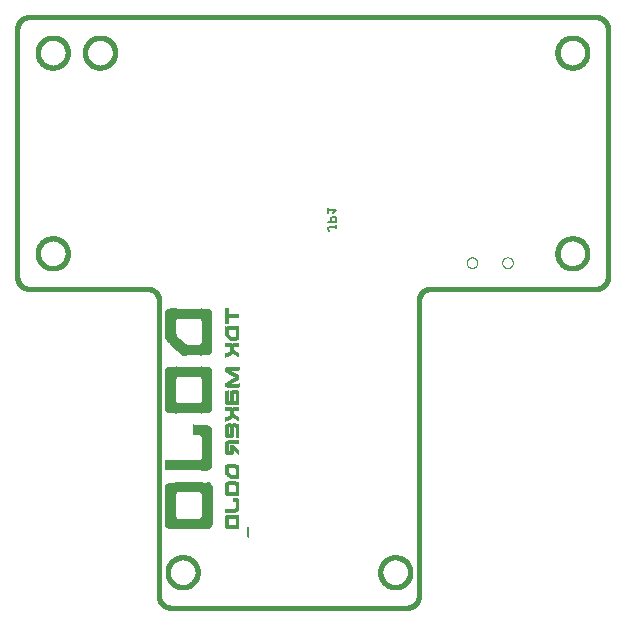
<source format=gbo>
G75*
%MOIN*%
%OFA0B0*%
%FSLAX25Y25*%
%IPPOS*%
%LPD*%
%AMOC8*
5,1,8,0,0,1.08239X$1,22.5*
%
%ADD10C,0.01600*%
%ADD11R,0.00036X0.00036*%
%ADD12R,0.00036X0.03767*%
%ADD13R,0.00036X0.03658*%
%ADD14R,0.00036X0.03731*%
%ADD15R,0.00036X0.03839*%
%ADD16R,0.00036X0.01485*%
%ADD17R,0.00036X0.01014*%
%ADD18R,0.00036X0.04093*%
%ADD19R,0.00036X0.01159*%
%ADD20R,0.00036X0.00906*%
%ADD21R,0.00036X0.03876*%
%ADD22R,0.00036X0.03984*%
%ADD23R,0.00036X0.03948*%
%ADD24R,0.00036X0.01521*%
%ADD25R,0.00036X0.04165*%
%ADD26R,0.00036X0.01050*%
%ADD27R,0.00036X0.04020*%
%ADD28R,0.00036X0.04057*%
%ADD29R,0.00036X0.04129*%
%ADD30R,0.00036X0.04202*%
%ADD31R,0.00036X0.01195*%
%ADD32R,0.00036X0.04238*%
%ADD33R,0.00036X0.01268*%
%ADD34R,0.00036X0.04274*%
%ADD35R,0.00036X0.01340*%
%ADD36R,0.00036X0.04310*%
%ADD37R,0.00036X0.01376*%
%ADD38R,0.00036X0.04346*%
%ADD39R,0.00036X0.01413*%
%ADD40R,0.00036X0.04383*%
%ADD41R,0.00036X0.04419*%
%ADD42R,0.00036X0.01449*%
%ADD43R,0.00036X0.04455*%
%ADD44R,0.00036X0.04491*%
%ADD45R,0.00036X0.01557*%
%ADD46R,0.00036X0.01123*%
%ADD47R,0.00036X0.01630*%
%ADD48R,0.00036X0.04528*%
%ADD49R,0.00036X0.01666*%
%ADD50R,0.00036X0.01702*%
%ADD51R,0.00036X0.04564*%
%ADD52R,0.00036X0.01775*%
%ADD53R,0.00036X0.01811*%
%ADD54R,0.00036X0.01847*%
%ADD55R,0.00036X0.01920*%
%ADD56R,0.00036X0.01956*%
%ADD57R,0.00036X0.01992*%
%ADD58R,0.00036X0.02065*%
%ADD59R,0.00036X0.02101*%
%ADD60R,0.00036X0.00072*%
%ADD61R,0.00036X0.00109*%
%ADD62R,0.00036X0.00145*%
%ADD63R,0.00036X0.01231*%
%ADD64R,0.00036X0.02137*%
%ADD65R,0.00036X0.01087*%
%ADD66R,0.00036X0.02209*%
%ADD67R,0.00036X0.02246*%
%ADD68R,0.00036X0.00978*%
%ADD69R,0.00036X0.02535*%
%ADD70R,0.00036X0.00181*%
%ADD71R,0.00036X0.01739*%
%ADD72R,0.00036X0.03260*%
%ADD73R,0.00036X0.03224*%
%ADD74R,0.00036X0.02717*%
%ADD75R,0.00036X0.03296*%
%ADD76R,0.00036X0.02825*%
%ADD77R,0.00036X0.03369*%
%ADD78R,0.00036X0.02898*%
%ADD79R,0.00036X0.03441*%
%ADD80R,0.00036X0.03405*%
%ADD81R,0.00036X0.02970*%
%ADD82R,0.00036X0.03477*%
%ADD83R,0.00036X0.03006*%
%ADD84R,0.00036X0.03079*%
%ADD85R,0.00036X0.03513*%
%ADD86R,0.00036X0.03550*%
%ADD87R,0.00036X0.03151*%
%ADD88R,0.00036X0.03586*%
%ADD89R,0.00036X0.03187*%
%ADD90R,0.00036X0.03622*%
%ADD91R,0.00036X0.03694*%
%ADD92R,0.00036X0.03115*%
%ADD93R,0.00036X0.03043*%
%ADD94R,0.00036X0.03803*%
%ADD95R,0.00036X0.01304*%
%ADD96R,0.00036X0.02173*%
%ADD97R,0.00036X0.02028*%
%ADD98R,0.00036X0.01594*%
%ADD99R,0.00036X0.03912*%
%ADD100R,0.00036X0.01883*%
%ADD101R,0.00036X0.05071*%
%ADD102R,0.00036X0.03332*%
%ADD103R,0.00036X0.02934*%
%ADD104R,0.00036X0.02861*%
%ADD105R,0.00036X0.02753*%
%ADD106R,0.00036X0.02608*%
%ADD107R,0.00036X0.02572*%
%ADD108R,0.00036X0.12460*%
%ADD109R,0.00036X0.12931*%
%ADD110R,0.00036X0.12025*%
%ADD111R,0.00036X0.13184*%
%ADD112R,0.00036X0.12496*%
%ADD113R,0.00036X0.13365*%
%ADD114R,0.00036X0.12750*%
%ADD115R,0.00036X0.13510*%
%ADD116R,0.00036X0.12894*%
%ADD117R,0.00036X0.13691*%
%ADD118R,0.00036X0.13076*%
%ADD119R,0.00036X0.13546*%
%ADD120R,0.00036X0.13800*%
%ADD121R,0.00036X0.13220*%
%ADD122R,0.00036X0.13655*%
%ADD123R,0.00036X0.13909*%
%ADD124R,0.00036X0.13329*%
%ADD125R,0.00036X0.14017*%
%ADD126R,0.00036X0.13474*%
%ADD127R,0.00036X0.14126*%
%ADD128R,0.00036X0.14198*%
%ADD129R,0.00036X0.13619*%
%ADD130R,0.00036X0.14090*%
%ADD131R,0.00036X0.14271*%
%ADD132R,0.00036X0.13764*%
%ADD133R,0.00036X0.14162*%
%ADD134R,0.00036X0.14343*%
%ADD135R,0.00036X0.13836*%
%ADD136R,0.00036X0.14307*%
%ADD137R,0.00036X0.14452*%
%ADD138R,0.00036X0.14380*%
%ADD139R,0.00036X0.14524*%
%ADD140R,0.00036X0.13981*%
%ADD141R,0.00036X0.14597*%
%ADD142R,0.00036X0.14054*%
%ADD143R,0.00036X0.14633*%
%ADD144R,0.00036X0.14706*%
%ADD145R,0.00036X0.14669*%
%ADD146R,0.00036X0.14778*%
%ADD147R,0.00036X0.14814*%
%ADD148R,0.00036X0.14742*%
%ADD149R,0.00036X0.14850*%
%ADD150R,0.00036X0.14923*%
%ADD151R,0.00036X0.14416*%
%ADD152R,0.00036X0.14887*%
%ADD153R,0.00036X0.14959*%
%ADD154R,0.00036X0.14488*%
%ADD155R,0.00036X0.14995*%
%ADD156R,0.00036X0.15068*%
%ADD157R,0.00036X0.14561*%
%ADD158R,0.00036X0.15031*%
%ADD159R,0.00036X0.15140*%
%ADD160R,0.00036X0.15104*%
%ADD161R,0.00036X0.15176*%
%ADD162R,0.00036X0.15213*%
%ADD163R,0.00036X0.15285*%
%ADD164R,0.00036X0.15249*%
%ADD165R,0.00036X0.15321*%
%ADD166R,0.00036X0.15357*%
%ADD167R,0.00036X0.15394*%
%ADD168R,0.00036X0.15430*%
%ADD169R,0.00036X0.15466*%
%ADD170R,0.00036X0.15502*%
%ADD171R,0.00036X0.15539*%
%ADD172R,0.00036X0.15575*%
%ADD173R,0.00036X0.15611*%
%ADD174R,0.00036X0.04600*%
%ADD175R,0.00036X0.04636*%
%ADD176R,0.00036X0.04672*%
%ADD177R,0.00036X0.04745*%
%ADD178R,0.00036X0.04781*%
%ADD179R,0.00036X0.04817*%
%ADD180R,0.00036X0.04854*%
%ADD181R,0.00036X0.04890*%
%ADD182R,0.00036X0.04926*%
%ADD183R,0.00036X0.04962*%
%ADD184R,0.00036X0.04998*%
%ADD185R,0.00036X0.05035*%
%ADD186R,0.00036X0.05107*%
%ADD187R,0.00036X0.05143*%
%ADD188R,0.00036X0.05180*%
%ADD189R,0.00036X0.05216*%
%ADD190R,0.00036X0.05252*%
%ADD191R,0.00036X0.05288*%
%ADD192R,0.00036X0.05324*%
%ADD193R,0.00036X0.13438*%
%ADD194R,0.00036X0.13402*%
%ADD195R,0.00036X0.13293*%
%ADD196R,0.00036X0.13257*%
%ADD197R,0.00036X0.13148*%
%ADD198R,0.00036X0.13112*%
%ADD199R,0.00036X0.13039*%
%ADD200R,0.00036X0.13003*%
%ADD201R,0.00036X0.12967*%
%ADD202R,0.00036X0.12858*%
%ADD203R,0.00036X0.12822*%
%ADD204R,0.00036X0.12786*%
%ADD205R,0.00036X0.12713*%
%ADD206R,0.00036X0.12677*%
%ADD207R,0.00036X0.12641*%
%ADD208R,0.00036X0.12605*%
%ADD209R,0.00036X0.12569*%
%ADD210R,0.00036X0.12424*%
%ADD211R,0.00036X0.12351*%
%ADD212R,0.00036X0.12315*%
%ADD213R,0.00036X0.12279*%
%ADD214R,0.00036X0.12206*%
%ADD215R,0.00036X0.12170*%
%ADD216R,0.00036X0.12134*%
%ADD217R,0.00036X0.12061*%
%ADD218R,0.00036X0.11989*%
%ADD219R,0.00036X0.11917*%
%ADD220R,0.00036X0.11880*%
%ADD221R,0.00036X0.11844*%
%ADD222R,0.00036X0.11735*%
%ADD223R,0.00036X0.11772*%
%ADD224R,0.00036X0.11699*%
%ADD225R,0.00036X0.11663*%
%ADD226R,0.00036X0.11591*%
%ADD227R,0.00036X0.11554*%
%ADD228R,0.00036X0.11482*%
%ADD229R,0.00036X0.11409*%
%ADD230R,0.00036X0.11301*%
%ADD231R,0.00036X0.11265*%
%ADD232R,0.00036X0.11228*%
%ADD233R,0.00036X0.11192*%
%ADD234R,0.00036X0.11120*%
%ADD235R,0.00036X0.11083*%
%ADD236R,0.00036X0.11011*%
%ADD237R,0.00036X0.10902*%
%ADD238R,0.00036X0.10866*%
%ADD239R,0.00036X0.10794*%
%ADD240R,0.00036X0.10685*%
%ADD241R,0.00036X0.10613*%
%ADD242R,0.00036X0.10576*%
%ADD243R,0.00036X0.10540*%
%ADD244R,0.00036X0.10431*%
%ADD245R,0.00036X0.10359*%
%ADD246R,0.00036X0.10323*%
%ADD247R,0.00036X0.10287*%
%ADD248R,0.00036X0.10178*%
%ADD249R,0.00036X0.10106*%
%ADD250R,0.00036X0.10033*%
%ADD251R,0.00036X0.09961*%
%ADD252R,0.00036X0.09888*%
%ADD253R,0.00036X0.09816*%
%ADD254R,0.00036X0.09707*%
%ADD255R,0.00036X0.13945*%
%ADD256R,0.00036X0.09598*%
%ADD257R,0.00036X0.09526*%
%ADD258R,0.00036X0.09381*%
%ADD259R,0.00036X0.13583*%
%ADD260R,0.00036X0.09272*%
%ADD261R,0.00036X0.09091*%
%ADD262R,0.00036X0.08983*%
%ADD263R,0.00036X0.08802*%
%ADD264R,0.00036X0.08584*%
%ADD265R,0.00036X0.08186*%
%ADD266C,0.00000*%
%ADD267C,0.00600*%
D10*
X0049044Y0005737D02*
X0049044Y0104162D01*
X0049042Y0104286D01*
X0049036Y0104409D01*
X0049027Y0104533D01*
X0049013Y0104655D01*
X0048996Y0104778D01*
X0048974Y0104900D01*
X0048949Y0105021D01*
X0048920Y0105141D01*
X0048888Y0105260D01*
X0048851Y0105379D01*
X0048811Y0105496D01*
X0048768Y0105611D01*
X0048720Y0105726D01*
X0048669Y0105838D01*
X0048615Y0105949D01*
X0048557Y0106059D01*
X0048496Y0106166D01*
X0048431Y0106272D01*
X0048363Y0106375D01*
X0048292Y0106476D01*
X0048218Y0106575D01*
X0048141Y0106672D01*
X0048060Y0106766D01*
X0047977Y0106857D01*
X0047891Y0106946D01*
X0047802Y0107032D01*
X0047711Y0107115D01*
X0047617Y0107196D01*
X0047520Y0107273D01*
X0047421Y0107347D01*
X0047320Y0107418D01*
X0047217Y0107486D01*
X0047111Y0107551D01*
X0047004Y0107612D01*
X0046894Y0107670D01*
X0046783Y0107724D01*
X0046671Y0107775D01*
X0046556Y0107823D01*
X0046441Y0107866D01*
X0046324Y0107906D01*
X0046205Y0107943D01*
X0046086Y0107975D01*
X0045966Y0108004D01*
X0045845Y0108029D01*
X0045723Y0108051D01*
X0045600Y0108068D01*
X0045478Y0108082D01*
X0045354Y0108091D01*
X0045231Y0108097D01*
X0045107Y0108099D01*
X0005737Y0108099D01*
X0005613Y0108101D01*
X0005490Y0108107D01*
X0005366Y0108116D01*
X0005244Y0108130D01*
X0005121Y0108147D01*
X0004999Y0108169D01*
X0004878Y0108194D01*
X0004758Y0108223D01*
X0004639Y0108255D01*
X0004520Y0108292D01*
X0004403Y0108332D01*
X0004288Y0108375D01*
X0004173Y0108423D01*
X0004061Y0108474D01*
X0003950Y0108528D01*
X0003840Y0108586D01*
X0003733Y0108647D01*
X0003627Y0108712D01*
X0003524Y0108780D01*
X0003423Y0108851D01*
X0003324Y0108925D01*
X0003227Y0109002D01*
X0003133Y0109083D01*
X0003042Y0109166D01*
X0002953Y0109252D01*
X0002867Y0109341D01*
X0002784Y0109432D01*
X0002703Y0109526D01*
X0002626Y0109623D01*
X0002552Y0109722D01*
X0002481Y0109823D01*
X0002413Y0109926D01*
X0002348Y0110032D01*
X0002287Y0110139D01*
X0002229Y0110249D01*
X0002175Y0110360D01*
X0002124Y0110472D01*
X0002076Y0110587D01*
X0002033Y0110702D01*
X0001993Y0110819D01*
X0001956Y0110938D01*
X0001924Y0111057D01*
X0001895Y0111177D01*
X0001870Y0111298D01*
X0001848Y0111420D01*
X0001831Y0111543D01*
X0001817Y0111665D01*
X0001808Y0111789D01*
X0001802Y0111912D01*
X0001800Y0112036D01*
X0001800Y0194713D01*
X0001802Y0194837D01*
X0001808Y0194960D01*
X0001817Y0195084D01*
X0001831Y0195206D01*
X0001848Y0195329D01*
X0001870Y0195451D01*
X0001895Y0195572D01*
X0001924Y0195692D01*
X0001956Y0195811D01*
X0001993Y0195930D01*
X0002033Y0196047D01*
X0002076Y0196162D01*
X0002124Y0196277D01*
X0002175Y0196389D01*
X0002229Y0196500D01*
X0002287Y0196610D01*
X0002348Y0196717D01*
X0002413Y0196823D01*
X0002481Y0196926D01*
X0002552Y0197027D01*
X0002626Y0197126D01*
X0002703Y0197223D01*
X0002784Y0197317D01*
X0002867Y0197408D01*
X0002953Y0197497D01*
X0003042Y0197583D01*
X0003133Y0197666D01*
X0003227Y0197747D01*
X0003324Y0197824D01*
X0003423Y0197898D01*
X0003524Y0197969D01*
X0003627Y0198037D01*
X0003733Y0198102D01*
X0003840Y0198163D01*
X0003950Y0198221D01*
X0004061Y0198275D01*
X0004173Y0198326D01*
X0004288Y0198374D01*
X0004403Y0198417D01*
X0004520Y0198457D01*
X0004639Y0198494D01*
X0004758Y0198526D01*
X0004878Y0198555D01*
X0004999Y0198580D01*
X0005121Y0198602D01*
X0005244Y0198619D01*
X0005366Y0198633D01*
X0005490Y0198642D01*
X0005613Y0198648D01*
X0005737Y0198650D01*
X0194713Y0198650D01*
X0194837Y0198648D01*
X0194960Y0198642D01*
X0195084Y0198633D01*
X0195206Y0198619D01*
X0195329Y0198602D01*
X0195451Y0198580D01*
X0195572Y0198555D01*
X0195692Y0198526D01*
X0195811Y0198494D01*
X0195930Y0198457D01*
X0196047Y0198417D01*
X0196162Y0198374D01*
X0196277Y0198326D01*
X0196389Y0198275D01*
X0196500Y0198221D01*
X0196610Y0198163D01*
X0196717Y0198102D01*
X0196823Y0198037D01*
X0196926Y0197969D01*
X0197027Y0197898D01*
X0197126Y0197824D01*
X0197223Y0197747D01*
X0197317Y0197666D01*
X0197408Y0197583D01*
X0197497Y0197497D01*
X0197583Y0197408D01*
X0197666Y0197317D01*
X0197747Y0197223D01*
X0197824Y0197126D01*
X0197898Y0197027D01*
X0197969Y0196926D01*
X0198037Y0196823D01*
X0198102Y0196717D01*
X0198163Y0196610D01*
X0198221Y0196500D01*
X0198275Y0196389D01*
X0198326Y0196277D01*
X0198374Y0196162D01*
X0198417Y0196047D01*
X0198457Y0195930D01*
X0198494Y0195811D01*
X0198526Y0195692D01*
X0198555Y0195572D01*
X0198580Y0195451D01*
X0198602Y0195329D01*
X0198619Y0195206D01*
X0198633Y0195084D01*
X0198642Y0194960D01*
X0198648Y0194837D01*
X0198650Y0194713D01*
X0198650Y0112036D01*
X0198648Y0111912D01*
X0198642Y0111789D01*
X0198633Y0111665D01*
X0198619Y0111543D01*
X0198602Y0111420D01*
X0198580Y0111298D01*
X0198555Y0111177D01*
X0198526Y0111057D01*
X0198494Y0110938D01*
X0198457Y0110819D01*
X0198417Y0110702D01*
X0198374Y0110587D01*
X0198326Y0110472D01*
X0198275Y0110360D01*
X0198221Y0110249D01*
X0198163Y0110139D01*
X0198102Y0110032D01*
X0198037Y0109926D01*
X0197969Y0109823D01*
X0197898Y0109722D01*
X0197824Y0109623D01*
X0197747Y0109526D01*
X0197666Y0109432D01*
X0197583Y0109341D01*
X0197497Y0109252D01*
X0197408Y0109166D01*
X0197317Y0109083D01*
X0197223Y0109002D01*
X0197126Y0108925D01*
X0197027Y0108851D01*
X0196926Y0108780D01*
X0196823Y0108712D01*
X0196717Y0108647D01*
X0196610Y0108586D01*
X0196500Y0108528D01*
X0196389Y0108474D01*
X0196277Y0108423D01*
X0196162Y0108375D01*
X0196047Y0108332D01*
X0195930Y0108292D01*
X0195811Y0108255D01*
X0195692Y0108223D01*
X0195572Y0108194D01*
X0195451Y0108169D01*
X0195329Y0108147D01*
X0195206Y0108130D01*
X0195084Y0108116D01*
X0194960Y0108107D01*
X0194837Y0108101D01*
X0194713Y0108099D01*
X0139595Y0108099D01*
X0139471Y0108097D01*
X0139348Y0108091D01*
X0139224Y0108082D01*
X0139102Y0108068D01*
X0138979Y0108051D01*
X0138857Y0108029D01*
X0138736Y0108004D01*
X0138616Y0107975D01*
X0138497Y0107943D01*
X0138378Y0107906D01*
X0138261Y0107866D01*
X0138146Y0107823D01*
X0138031Y0107775D01*
X0137919Y0107724D01*
X0137808Y0107670D01*
X0137698Y0107612D01*
X0137591Y0107551D01*
X0137485Y0107486D01*
X0137382Y0107418D01*
X0137281Y0107347D01*
X0137182Y0107273D01*
X0137085Y0107196D01*
X0136991Y0107115D01*
X0136900Y0107032D01*
X0136811Y0106946D01*
X0136725Y0106857D01*
X0136642Y0106766D01*
X0136561Y0106672D01*
X0136484Y0106575D01*
X0136410Y0106476D01*
X0136339Y0106375D01*
X0136271Y0106272D01*
X0136206Y0106166D01*
X0136145Y0106059D01*
X0136087Y0105949D01*
X0136033Y0105838D01*
X0135982Y0105726D01*
X0135934Y0105611D01*
X0135891Y0105496D01*
X0135851Y0105379D01*
X0135814Y0105260D01*
X0135782Y0105141D01*
X0135753Y0105021D01*
X0135728Y0104900D01*
X0135706Y0104778D01*
X0135689Y0104655D01*
X0135675Y0104533D01*
X0135666Y0104409D01*
X0135660Y0104286D01*
X0135658Y0104162D01*
X0135658Y0005737D01*
X0135656Y0005613D01*
X0135650Y0005490D01*
X0135641Y0005366D01*
X0135627Y0005244D01*
X0135610Y0005121D01*
X0135588Y0004999D01*
X0135563Y0004878D01*
X0135534Y0004758D01*
X0135502Y0004639D01*
X0135465Y0004520D01*
X0135425Y0004403D01*
X0135382Y0004288D01*
X0135334Y0004173D01*
X0135283Y0004061D01*
X0135229Y0003950D01*
X0135171Y0003840D01*
X0135110Y0003733D01*
X0135045Y0003627D01*
X0134977Y0003524D01*
X0134906Y0003423D01*
X0134832Y0003324D01*
X0134755Y0003227D01*
X0134674Y0003133D01*
X0134591Y0003042D01*
X0134505Y0002953D01*
X0134416Y0002867D01*
X0134325Y0002784D01*
X0134231Y0002703D01*
X0134134Y0002626D01*
X0134035Y0002552D01*
X0133934Y0002481D01*
X0133831Y0002413D01*
X0133725Y0002348D01*
X0133618Y0002287D01*
X0133508Y0002229D01*
X0133397Y0002175D01*
X0133285Y0002124D01*
X0133170Y0002076D01*
X0133055Y0002033D01*
X0132938Y0001993D01*
X0132819Y0001956D01*
X0132700Y0001924D01*
X0132580Y0001895D01*
X0132459Y0001870D01*
X0132337Y0001848D01*
X0132214Y0001831D01*
X0132092Y0001817D01*
X0131968Y0001808D01*
X0131845Y0001802D01*
X0131721Y0001800D01*
X0052981Y0001800D01*
X0052857Y0001802D01*
X0052734Y0001808D01*
X0052610Y0001817D01*
X0052488Y0001831D01*
X0052365Y0001848D01*
X0052243Y0001870D01*
X0052122Y0001895D01*
X0052002Y0001924D01*
X0051883Y0001956D01*
X0051764Y0001993D01*
X0051647Y0002033D01*
X0051532Y0002076D01*
X0051417Y0002124D01*
X0051305Y0002175D01*
X0051194Y0002229D01*
X0051084Y0002287D01*
X0050977Y0002348D01*
X0050871Y0002413D01*
X0050768Y0002481D01*
X0050667Y0002552D01*
X0050568Y0002626D01*
X0050471Y0002703D01*
X0050377Y0002784D01*
X0050286Y0002867D01*
X0050197Y0002953D01*
X0050111Y0003042D01*
X0050028Y0003133D01*
X0049947Y0003227D01*
X0049870Y0003324D01*
X0049796Y0003423D01*
X0049725Y0003524D01*
X0049657Y0003627D01*
X0049592Y0003733D01*
X0049531Y0003840D01*
X0049473Y0003950D01*
X0049419Y0004061D01*
X0049368Y0004173D01*
X0049320Y0004288D01*
X0049277Y0004403D01*
X0049237Y0004520D01*
X0049200Y0004639D01*
X0049168Y0004758D01*
X0049139Y0004878D01*
X0049114Y0004999D01*
X0049092Y0005121D01*
X0049075Y0005244D01*
X0049061Y0005366D01*
X0049052Y0005490D01*
X0049046Y0005613D01*
X0049044Y0005737D01*
X0051918Y0013611D02*
X0051920Y0013752D01*
X0051926Y0013893D01*
X0051936Y0014033D01*
X0051950Y0014173D01*
X0051968Y0014313D01*
X0051989Y0014452D01*
X0052015Y0014591D01*
X0052044Y0014729D01*
X0052078Y0014865D01*
X0052115Y0015001D01*
X0052156Y0015136D01*
X0052201Y0015270D01*
X0052250Y0015402D01*
X0052302Y0015533D01*
X0052358Y0015662D01*
X0052418Y0015789D01*
X0052481Y0015915D01*
X0052547Y0016039D01*
X0052618Y0016162D01*
X0052691Y0016282D01*
X0052768Y0016400D01*
X0052848Y0016516D01*
X0052932Y0016629D01*
X0053018Y0016740D01*
X0053108Y0016849D01*
X0053201Y0016955D01*
X0053296Y0017058D01*
X0053395Y0017159D01*
X0053496Y0017257D01*
X0053600Y0017352D01*
X0053707Y0017444D01*
X0053816Y0017533D01*
X0053928Y0017618D01*
X0054042Y0017701D01*
X0054158Y0017781D01*
X0054277Y0017857D01*
X0054398Y0017929D01*
X0054520Y0017999D01*
X0054645Y0018064D01*
X0054771Y0018127D01*
X0054899Y0018185D01*
X0055029Y0018240D01*
X0055160Y0018292D01*
X0055293Y0018339D01*
X0055427Y0018383D01*
X0055562Y0018424D01*
X0055698Y0018460D01*
X0055835Y0018492D01*
X0055973Y0018521D01*
X0056111Y0018546D01*
X0056251Y0018566D01*
X0056391Y0018583D01*
X0056531Y0018596D01*
X0056672Y0018605D01*
X0056812Y0018610D01*
X0056953Y0018611D01*
X0057094Y0018608D01*
X0057235Y0018601D01*
X0057375Y0018590D01*
X0057515Y0018575D01*
X0057655Y0018556D01*
X0057794Y0018534D01*
X0057932Y0018507D01*
X0058070Y0018477D01*
X0058206Y0018442D01*
X0058342Y0018404D01*
X0058476Y0018362D01*
X0058610Y0018316D01*
X0058742Y0018267D01*
X0058872Y0018213D01*
X0059001Y0018156D01*
X0059128Y0018096D01*
X0059254Y0018032D01*
X0059377Y0017964D01*
X0059499Y0017893D01*
X0059619Y0017819D01*
X0059736Y0017741D01*
X0059851Y0017660D01*
X0059964Y0017576D01*
X0060075Y0017489D01*
X0060183Y0017398D01*
X0060288Y0017305D01*
X0060391Y0017208D01*
X0060491Y0017109D01*
X0060588Y0017007D01*
X0060682Y0016902D01*
X0060773Y0016795D01*
X0060861Y0016685D01*
X0060946Y0016573D01*
X0061028Y0016458D01*
X0061107Y0016341D01*
X0061182Y0016222D01*
X0061254Y0016101D01*
X0061322Y0015978D01*
X0061387Y0015853D01*
X0061449Y0015726D01*
X0061506Y0015597D01*
X0061561Y0015467D01*
X0061611Y0015336D01*
X0061658Y0015203D01*
X0061701Y0015069D01*
X0061740Y0014933D01*
X0061775Y0014797D01*
X0061807Y0014660D01*
X0061834Y0014522D01*
X0061858Y0014383D01*
X0061878Y0014243D01*
X0061894Y0014103D01*
X0061906Y0013963D01*
X0061914Y0013822D01*
X0061918Y0013681D01*
X0061918Y0013541D01*
X0061914Y0013400D01*
X0061906Y0013259D01*
X0061894Y0013119D01*
X0061878Y0012979D01*
X0061858Y0012839D01*
X0061834Y0012700D01*
X0061807Y0012562D01*
X0061775Y0012425D01*
X0061740Y0012289D01*
X0061701Y0012153D01*
X0061658Y0012019D01*
X0061611Y0011886D01*
X0061561Y0011755D01*
X0061506Y0011625D01*
X0061449Y0011496D01*
X0061387Y0011369D01*
X0061322Y0011244D01*
X0061254Y0011121D01*
X0061182Y0011000D01*
X0061107Y0010881D01*
X0061028Y0010764D01*
X0060946Y0010649D01*
X0060861Y0010537D01*
X0060773Y0010427D01*
X0060682Y0010320D01*
X0060588Y0010215D01*
X0060491Y0010113D01*
X0060391Y0010014D01*
X0060288Y0009917D01*
X0060183Y0009824D01*
X0060075Y0009733D01*
X0059964Y0009646D01*
X0059851Y0009562D01*
X0059736Y0009481D01*
X0059619Y0009403D01*
X0059499Y0009329D01*
X0059377Y0009258D01*
X0059254Y0009190D01*
X0059128Y0009126D01*
X0059001Y0009066D01*
X0058872Y0009009D01*
X0058742Y0008955D01*
X0058610Y0008906D01*
X0058476Y0008860D01*
X0058342Y0008818D01*
X0058206Y0008780D01*
X0058070Y0008745D01*
X0057932Y0008715D01*
X0057794Y0008688D01*
X0057655Y0008666D01*
X0057515Y0008647D01*
X0057375Y0008632D01*
X0057235Y0008621D01*
X0057094Y0008614D01*
X0056953Y0008611D01*
X0056812Y0008612D01*
X0056672Y0008617D01*
X0056531Y0008626D01*
X0056391Y0008639D01*
X0056251Y0008656D01*
X0056111Y0008676D01*
X0055973Y0008701D01*
X0055835Y0008730D01*
X0055698Y0008762D01*
X0055562Y0008798D01*
X0055427Y0008839D01*
X0055293Y0008883D01*
X0055160Y0008930D01*
X0055029Y0008982D01*
X0054899Y0009037D01*
X0054771Y0009095D01*
X0054645Y0009158D01*
X0054520Y0009223D01*
X0054398Y0009293D01*
X0054277Y0009365D01*
X0054158Y0009441D01*
X0054042Y0009521D01*
X0053928Y0009604D01*
X0053816Y0009689D01*
X0053707Y0009778D01*
X0053600Y0009870D01*
X0053496Y0009965D01*
X0053395Y0010063D01*
X0053296Y0010164D01*
X0053201Y0010267D01*
X0053108Y0010373D01*
X0053018Y0010482D01*
X0052932Y0010593D01*
X0052848Y0010706D01*
X0052768Y0010822D01*
X0052691Y0010940D01*
X0052618Y0011060D01*
X0052547Y0011183D01*
X0052481Y0011307D01*
X0052418Y0011433D01*
X0052358Y0011560D01*
X0052302Y0011689D01*
X0052250Y0011820D01*
X0052201Y0011952D01*
X0052156Y0012086D01*
X0052115Y0012221D01*
X0052078Y0012357D01*
X0052044Y0012493D01*
X0052015Y0012631D01*
X0051989Y0012770D01*
X0051968Y0012909D01*
X0051950Y0013049D01*
X0051936Y0013189D01*
X0051926Y0013329D01*
X0051920Y0013470D01*
X0051918Y0013611D01*
X0122784Y0013611D02*
X0122786Y0013752D01*
X0122792Y0013893D01*
X0122802Y0014033D01*
X0122816Y0014173D01*
X0122834Y0014313D01*
X0122855Y0014452D01*
X0122881Y0014591D01*
X0122910Y0014729D01*
X0122944Y0014865D01*
X0122981Y0015001D01*
X0123022Y0015136D01*
X0123067Y0015270D01*
X0123116Y0015402D01*
X0123168Y0015533D01*
X0123224Y0015662D01*
X0123284Y0015789D01*
X0123347Y0015915D01*
X0123413Y0016039D01*
X0123484Y0016162D01*
X0123557Y0016282D01*
X0123634Y0016400D01*
X0123714Y0016516D01*
X0123798Y0016629D01*
X0123884Y0016740D01*
X0123974Y0016849D01*
X0124067Y0016955D01*
X0124162Y0017058D01*
X0124261Y0017159D01*
X0124362Y0017257D01*
X0124466Y0017352D01*
X0124573Y0017444D01*
X0124682Y0017533D01*
X0124794Y0017618D01*
X0124908Y0017701D01*
X0125024Y0017781D01*
X0125143Y0017857D01*
X0125264Y0017929D01*
X0125386Y0017999D01*
X0125511Y0018064D01*
X0125637Y0018127D01*
X0125765Y0018185D01*
X0125895Y0018240D01*
X0126026Y0018292D01*
X0126159Y0018339D01*
X0126293Y0018383D01*
X0126428Y0018424D01*
X0126564Y0018460D01*
X0126701Y0018492D01*
X0126839Y0018521D01*
X0126977Y0018546D01*
X0127117Y0018566D01*
X0127257Y0018583D01*
X0127397Y0018596D01*
X0127538Y0018605D01*
X0127678Y0018610D01*
X0127819Y0018611D01*
X0127960Y0018608D01*
X0128101Y0018601D01*
X0128241Y0018590D01*
X0128381Y0018575D01*
X0128521Y0018556D01*
X0128660Y0018534D01*
X0128798Y0018507D01*
X0128936Y0018477D01*
X0129072Y0018442D01*
X0129208Y0018404D01*
X0129342Y0018362D01*
X0129476Y0018316D01*
X0129608Y0018267D01*
X0129738Y0018213D01*
X0129867Y0018156D01*
X0129994Y0018096D01*
X0130120Y0018032D01*
X0130243Y0017964D01*
X0130365Y0017893D01*
X0130485Y0017819D01*
X0130602Y0017741D01*
X0130717Y0017660D01*
X0130830Y0017576D01*
X0130941Y0017489D01*
X0131049Y0017398D01*
X0131154Y0017305D01*
X0131257Y0017208D01*
X0131357Y0017109D01*
X0131454Y0017007D01*
X0131548Y0016902D01*
X0131639Y0016795D01*
X0131727Y0016685D01*
X0131812Y0016573D01*
X0131894Y0016458D01*
X0131973Y0016341D01*
X0132048Y0016222D01*
X0132120Y0016101D01*
X0132188Y0015978D01*
X0132253Y0015853D01*
X0132315Y0015726D01*
X0132372Y0015597D01*
X0132427Y0015467D01*
X0132477Y0015336D01*
X0132524Y0015203D01*
X0132567Y0015069D01*
X0132606Y0014933D01*
X0132641Y0014797D01*
X0132673Y0014660D01*
X0132700Y0014522D01*
X0132724Y0014383D01*
X0132744Y0014243D01*
X0132760Y0014103D01*
X0132772Y0013963D01*
X0132780Y0013822D01*
X0132784Y0013681D01*
X0132784Y0013541D01*
X0132780Y0013400D01*
X0132772Y0013259D01*
X0132760Y0013119D01*
X0132744Y0012979D01*
X0132724Y0012839D01*
X0132700Y0012700D01*
X0132673Y0012562D01*
X0132641Y0012425D01*
X0132606Y0012289D01*
X0132567Y0012153D01*
X0132524Y0012019D01*
X0132477Y0011886D01*
X0132427Y0011755D01*
X0132372Y0011625D01*
X0132315Y0011496D01*
X0132253Y0011369D01*
X0132188Y0011244D01*
X0132120Y0011121D01*
X0132048Y0011000D01*
X0131973Y0010881D01*
X0131894Y0010764D01*
X0131812Y0010649D01*
X0131727Y0010537D01*
X0131639Y0010427D01*
X0131548Y0010320D01*
X0131454Y0010215D01*
X0131357Y0010113D01*
X0131257Y0010014D01*
X0131154Y0009917D01*
X0131049Y0009824D01*
X0130941Y0009733D01*
X0130830Y0009646D01*
X0130717Y0009562D01*
X0130602Y0009481D01*
X0130485Y0009403D01*
X0130365Y0009329D01*
X0130243Y0009258D01*
X0130120Y0009190D01*
X0129994Y0009126D01*
X0129867Y0009066D01*
X0129738Y0009009D01*
X0129608Y0008955D01*
X0129476Y0008906D01*
X0129342Y0008860D01*
X0129208Y0008818D01*
X0129072Y0008780D01*
X0128936Y0008745D01*
X0128798Y0008715D01*
X0128660Y0008688D01*
X0128521Y0008666D01*
X0128381Y0008647D01*
X0128241Y0008632D01*
X0128101Y0008621D01*
X0127960Y0008614D01*
X0127819Y0008611D01*
X0127678Y0008612D01*
X0127538Y0008617D01*
X0127397Y0008626D01*
X0127257Y0008639D01*
X0127117Y0008656D01*
X0126977Y0008676D01*
X0126839Y0008701D01*
X0126701Y0008730D01*
X0126564Y0008762D01*
X0126428Y0008798D01*
X0126293Y0008839D01*
X0126159Y0008883D01*
X0126026Y0008930D01*
X0125895Y0008982D01*
X0125765Y0009037D01*
X0125637Y0009095D01*
X0125511Y0009158D01*
X0125386Y0009223D01*
X0125264Y0009293D01*
X0125143Y0009365D01*
X0125024Y0009441D01*
X0124908Y0009521D01*
X0124794Y0009604D01*
X0124682Y0009689D01*
X0124573Y0009778D01*
X0124466Y0009870D01*
X0124362Y0009965D01*
X0124261Y0010063D01*
X0124162Y0010164D01*
X0124067Y0010267D01*
X0123974Y0010373D01*
X0123884Y0010482D01*
X0123798Y0010593D01*
X0123714Y0010706D01*
X0123634Y0010822D01*
X0123557Y0010940D01*
X0123484Y0011060D01*
X0123413Y0011183D01*
X0123347Y0011307D01*
X0123284Y0011433D01*
X0123224Y0011560D01*
X0123168Y0011689D01*
X0123116Y0011820D01*
X0123067Y0011952D01*
X0123022Y0012086D01*
X0122981Y0012221D01*
X0122944Y0012357D01*
X0122910Y0012493D01*
X0122881Y0012631D01*
X0122855Y0012770D01*
X0122834Y0012909D01*
X0122816Y0013049D01*
X0122802Y0013189D01*
X0122792Y0013329D01*
X0122786Y0013470D01*
X0122784Y0013611D01*
X0181839Y0119910D02*
X0181841Y0120051D01*
X0181847Y0120192D01*
X0181857Y0120332D01*
X0181871Y0120472D01*
X0181889Y0120612D01*
X0181910Y0120751D01*
X0181936Y0120890D01*
X0181965Y0121028D01*
X0181999Y0121164D01*
X0182036Y0121300D01*
X0182077Y0121435D01*
X0182122Y0121569D01*
X0182171Y0121701D01*
X0182223Y0121832D01*
X0182279Y0121961D01*
X0182339Y0122088D01*
X0182402Y0122214D01*
X0182468Y0122338D01*
X0182539Y0122461D01*
X0182612Y0122581D01*
X0182689Y0122699D01*
X0182769Y0122815D01*
X0182853Y0122928D01*
X0182939Y0123039D01*
X0183029Y0123148D01*
X0183122Y0123254D01*
X0183217Y0123357D01*
X0183316Y0123458D01*
X0183417Y0123556D01*
X0183521Y0123651D01*
X0183628Y0123743D01*
X0183737Y0123832D01*
X0183849Y0123917D01*
X0183963Y0124000D01*
X0184079Y0124080D01*
X0184198Y0124156D01*
X0184319Y0124228D01*
X0184441Y0124298D01*
X0184566Y0124363D01*
X0184692Y0124426D01*
X0184820Y0124484D01*
X0184950Y0124539D01*
X0185081Y0124591D01*
X0185214Y0124638D01*
X0185348Y0124682D01*
X0185483Y0124723D01*
X0185619Y0124759D01*
X0185756Y0124791D01*
X0185894Y0124820D01*
X0186032Y0124845D01*
X0186172Y0124865D01*
X0186312Y0124882D01*
X0186452Y0124895D01*
X0186593Y0124904D01*
X0186733Y0124909D01*
X0186874Y0124910D01*
X0187015Y0124907D01*
X0187156Y0124900D01*
X0187296Y0124889D01*
X0187436Y0124874D01*
X0187576Y0124855D01*
X0187715Y0124833D01*
X0187853Y0124806D01*
X0187991Y0124776D01*
X0188127Y0124741D01*
X0188263Y0124703D01*
X0188397Y0124661D01*
X0188531Y0124615D01*
X0188663Y0124566D01*
X0188793Y0124512D01*
X0188922Y0124455D01*
X0189049Y0124395D01*
X0189175Y0124331D01*
X0189298Y0124263D01*
X0189420Y0124192D01*
X0189540Y0124118D01*
X0189657Y0124040D01*
X0189772Y0123959D01*
X0189885Y0123875D01*
X0189996Y0123788D01*
X0190104Y0123697D01*
X0190209Y0123604D01*
X0190312Y0123507D01*
X0190412Y0123408D01*
X0190509Y0123306D01*
X0190603Y0123201D01*
X0190694Y0123094D01*
X0190782Y0122984D01*
X0190867Y0122872D01*
X0190949Y0122757D01*
X0191028Y0122640D01*
X0191103Y0122521D01*
X0191175Y0122400D01*
X0191243Y0122277D01*
X0191308Y0122152D01*
X0191370Y0122025D01*
X0191427Y0121896D01*
X0191482Y0121766D01*
X0191532Y0121635D01*
X0191579Y0121502D01*
X0191622Y0121368D01*
X0191661Y0121232D01*
X0191696Y0121096D01*
X0191728Y0120959D01*
X0191755Y0120821D01*
X0191779Y0120682D01*
X0191799Y0120542D01*
X0191815Y0120402D01*
X0191827Y0120262D01*
X0191835Y0120121D01*
X0191839Y0119980D01*
X0191839Y0119840D01*
X0191835Y0119699D01*
X0191827Y0119558D01*
X0191815Y0119418D01*
X0191799Y0119278D01*
X0191779Y0119138D01*
X0191755Y0118999D01*
X0191728Y0118861D01*
X0191696Y0118724D01*
X0191661Y0118588D01*
X0191622Y0118452D01*
X0191579Y0118318D01*
X0191532Y0118185D01*
X0191482Y0118054D01*
X0191427Y0117924D01*
X0191370Y0117795D01*
X0191308Y0117668D01*
X0191243Y0117543D01*
X0191175Y0117420D01*
X0191103Y0117299D01*
X0191028Y0117180D01*
X0190949Y0117063D01*
X0190867Y0116948D01*
X0190782Y0116836D01*
X0190694Y0116726D01*
X0190603Y0116619D01*
X0190509Y0116514D01*
X0190412Y0116412D01*
X0190312Y0116313D01*
X0190209Y0116216D01*
X0190104Y0116123D01*
X0189996Y0116032D01*
X0189885Y0115945D01*
X0189772Y0115861D01*
X0189657Y0115780D01*
X0189540Y0115702D01*
X0189420Y0115628D01*
X0189298Y0115557D01*
X0189175Y0115489D01*
X0189049Y0115425D01*
X0188922Y0115365D01*
X0188793Y0115308D01*
X0188663Y0115254D01*
X0188531Y0115205D01*
X0188397Y0115159D01*
X0188263Y0115117D01*
X0188127Y0115079D01*
X0187991Y0115044D01*
X0187853Y0115014D01*
X0187715Y0114987D01*
X0187576Y0114965D01*
X0187436Y0114946D01*
X0187296Y0114931D01*
X0187156Y0114920D01*
X0187015Y0114913D01*
X0186874Y0114910D01*
X0186733Y0114911D01*
X0186593Y0114916D01*
X0186452Y0114925D01*
X0186312Y0114938D01*
X0186172Y0114955D01*
X0186032Y0114975D01*
X0185894Y0115000D01*
X0185756Y0115029D01*
X0185619Y0115061D01*
X0185483Y0115097D01*
X0185348Y0115138D01*
X0185214Y0115182D01*
X0185081Y0115229D01*
X0184950Y0115281D01*
X0184820Y0115336D01*
X0184692Y0115394D01*
X0184566Y0115457D01*
X0184441Y0115522D01*
X0184319Y0115592D01*
X0184198Y0115664D01*
X0184079Y0115740D01*
X0183963Y0115820D01*
X0183849Y0115903D01*
X0183737Y0115988D01*
X0183628Y0116077D01*
X0183521Y0116169D01*
X0183417Y0116264D01*
X0183316Y0116362D01*
X0183217Y0116463D01*
X0183122Y0116566D01*
X0183029Y0116672D01*
X0182939Y0116781D01*
X0182853Y0116892D01*
X0182769Y0117005D01*
X0182689Y0117121D01*
X0182612Y0117239D01*
X0182539Y0117359D01*
X0182468Y0117482D01*
X0182402Y0117606D01*
X0182339Y0117732D01*
X0182279Y0117859D01*
X0182223Y0117988D01*
X0182171Y0118119D01*
X0182122Y0118251D01*
X0182077Y0118385D01*
X0182036Y0118520D01*
X0181999Y0118656D01*
X0181965Y0118792D01*
X0181936Y0118930D01*
X0181910Y0119069D01*
X0181889Y0119208D01*
X0181871Y0119348D01*
X0181857Y0119488D01*
X0181847Y0119628D01*
X0181841Y0119769D01*
X0181839Y0119910D01*
X0181839Y0186839D02*
X0181841Y0186980D01*
X0181847Y0187121D01*
X0181857Y0187261D01*
X0181871Y0187401D01*
X0181889Y0187541D01*
X0181910Y0187680D01*
X0181936Y0187819D01*
X0181965Y0187957D01*
X0181999Y0188093D01*
X0182036Y0188229D01*
X0182077Y0188364D01*
X0182122Y0188498D01*
X0182171Y0188630D01*
X0182223Y0188761D01*
X0182279Y0188890D01*
X0182339Y0189017D01*
X0182402Y0189143D01*
X0182468Y0189267D01*
X0182539Y0189390D01*
X0182612Y0189510D01*
X0182689Y0189628D01*
X0182769Y0189744D01*
X0182853Y0189857D01*
X0182939Y0189968D01*
X0183029Y0190077D01*
X0183122Y0190183D01*
X0183217Y0190286D01*
X0183316Y0190387D01*
X0183417Y0190485D01*
X0183521Y0190580D01*
X0183628Y0190672D01*
X0183737Y0190761D01*
X0183849Y0190846D01*
X0183963Y0190929D01*
X0184079Y0191009D01*
X0184198Y0191085D01*
X0184319Y0191157D01*
X0184441Y0191227D01*
X0184566Y0191292D01*
X0184692Y0191355D01*
X0184820Y0191413D01*
X0184950Y0191468D01*
X0185081Y0191520D01*
X0185214Y0191567D01*
X0185348Y0191611D01*
X0185483Y0191652D01*
X0185619Y0191688D01*
X0185756Y0191720D01*
X0185894Y0191749D01*
X0186032Y0191774D01*
X0186172Y0191794D01*
X0186312Y0191811D01*
X0186452Y0191824D01*
X0186593Y0191833D01*
X0186733Y0191838D01*
X0186874Y0191839D01*
X0187015Y0191836D01*
X0187156Y0191829D01*
X0187296Y0191818D01*
X0187436Y0191803D01*
X0187576Y0191784D01*
X0187715Y0191762D01*
X0187853Y0191735D01*
X0187991Y0191705D01*
X0188127Y0191670D01*
X0188263Y0191632D01*
X0188397Y0191590D01*
X0188531Y0191544D01*
X0188663Y0191495D01*
X0188793Y0191441D01*
X0188922Y0191384D01*
X0189049Y0191324D01*
X0189175Y0191260D01*
X0189298Y0191192D01*
X0189420Y0191121D01*
X0189540Y0191047D01*
X0189657Y0190969D01*
X0189772Y0190888D01*
X0189885Y0190804D01*
X0189996Y0190717D01*
X0190104Y0190626D01*
X0190209Y0190533D01*
X0190312Y0190436D01*
X0190412Y0190337D01*
X0190509Y0190235D01*
X0190603Y0190130D01*
X0190694Y0190023D01*
X0190782Y0189913D01*
X0190867Y0189801D01*
X0190949Y0189686D01*
X0191028Y0189569D01*
X0191103Y0189450D01*
X0191175Y0189329D01*
X0191243Y0189206D01*
X0191308Y0189081D01*
X0191370Y0188954D01*
X0191427Y0188825D01*
X0191482Y0188695D01*
X0191532Y0188564D01*
X0191579Y0188431D01*
X0191622Y0188297D01*
X0191661Y0188161D01*
X0191696Y0188025D01*
X0191728Y0187888D01*
X0191755Y0187750D01*
X0191779Y0187611D01*
X0191799Y0187471D01*
X0191815Y0187331D01*
X0191827Y0187191D01*
X0191835Y0187050D01*
X0191839Y0186909D01*
X0191839Y0186769D01*
X0191835Y0186628D01*
X0191827Y0186487D01*
X0191815Y0186347D01*
X0191799Y0186207D01*
X0191779Y0186067D01*
X0191755Y0185928D01*
X0191728Y0185790D01*
X0191696Y0185653D01*
X0191661Y0185517D01*
X0191622Y0185381D01*
X0191579Y0185247D01*
X0191532Y0185114D01*
X0191482Y0184983D01*
X0191427Y0184853D01*
X0191370Y0184724D01*
X0191308Y0184597D01*
X0191243Y0184472D01*
X0191175Y0184349D01*
X0191103Y0184228D01*
X0191028Y0184109D01*
X0190949Y0183992D01*
X0190867Y0183877D01*
X0190782Y0183765D01*
X0190694Y0183655D01*
X0190603Y0183548D01*
X0190509Y0183443D01*
X0190412Y0183341D01*
X0190312Y0183242D01*
X0190209Y0183145D01*
X0190104Y0183052D01*
X0189996Y0182961D01*
X0189885Y0182874D01*
X0189772Y0182790D01*
X0189657Y0182709D01*
X0189540Y0182631D01*
X0189420Y0182557D01*
X0189298Y0182486D01*
X0189175Y0182418D01*
X0189049Y0182354D01*
X0188922Y0182294D01*
X0188793Y0182237D01*
X0188663Y0182183D01*
X0188531Y0182134D01*
X0188397Y0182088D01*
X0188263Y0182046D01*
X0188127Y0182008D01*
X0187991Y0181973D01*
X0187853Y0181943D01*
X0187715Y0181916D01*
X0187576Y0181894D01*
X0187436Y0181875D01*
X0187296Y0181860D01*
X0187156Y0181849D01*
X0187015Y0181842D01*
X0186874Y0181839D01*
X0186733Y0181840D01*
X0186593Y0181845D01*
X0186452Y0181854D01*
X0186312Y0181867D01*
X0186172Y0181884D01*
X0186032Y0181904D01*
X0185894Y0181929D01*
X0185756Y0181958D01*
X0185619Y0181990D01*
X0185483Y0182026D01*
X0185348Y0182067D01*
X0185214Y0182111D01*
X0185081Y0182158D01*
X0184950Y0182210D01*
X0184820Y0182265D01*
X0184692Y0182323D01*
X0184566Y0182386D01*
X0184441Y0182451D01*
X0184319Y0182521D01*
X0184198Y0182593D01*
X0184079Y0182669D01*
X0183963Y0182749D01*
X0183849Y0182832D01*
X0183737Y0182917D01*
X0183628Y0183006D01*
X0183521Y0183098D01*
X0183417Y0183193D01*
X0183316Y0183291D01*
X0183217Y0183392D01*
X0183122Y0183495D01*
X0183029Y0183601D01*
X0182939Y0183710D01*
X0182853Y0183821D01*
X0182769Y0183934D01*
X0182689Y0184050D01*
X0182612Y0184168D01*
X0182539Y0184288D01*
X0182468Y0184411D01*
X0182402Y0184535D01*
X0182339Y0184661D01*
X0182279Y0184788D01*
X0182223Y0184917D01*
X0182171Y0185048D01*
X0182122Y0185180D01*
X0182077Y0185314D01*
X0182036Y0185449D01*
X0181999Y0185585D01*
X0181965Y0185721D01*
X0181936Y0185859D01*
X0181910Y0185998D01*
X0181889Y0186137D01*
X0181871Y0186277D01*
X0181857Y0186417D01*
X0181847Y0186557D01*
X0181841Y0186698D01*
X0181839Y0186839D01*
X0024359Y0186839D02*
X0024361Y0186980D01*
X0024367Y0187121D01*
X0024377Y0187261D01*
X0024391Y0187401D01*
X0024409Y0187541D01*
X0024430Y0187680D01*
X0024456Y0187819D01*
X0024485Y0187957D01*
X0024519Y0188093D01*
X0024556Y0188229D01*
X0024597Y0188364D01*
X0024642Y0188498D01*
X0024691Y0188630D01*
X0024743Y0188761D01*
X0024799Y0188890D01*
X0024859Y0189017D01*
X0024922Y0189143D01*
X0024988Y0189267D01*
X0025059Y0189390D01*
X0025132Y0189510D01*
X0025209Y0189628D01*
X0025289Y0189744D01*
X0025373Y0189857D01*
X0025459Y0189968D01*
X0025549Y0190077D01*
X0025642Y0190183D01*
X0025737Y0190286D01*
X0025836Y0190387D01*
X0025937Y0190485D01*
X0026041Y0190580D01*
X0026148Y0190672D01*
X0026257Y0190761D01*
X0026369Y0190846D01*
X0026483Y0190929D01*
X0026599Y0191009D01*
X0026718Y0191085D01*
X0026839Y0191157D01*
X0026961Y0191227D01*
X0027086Y0191292D01*
X0027212Y0191355D01*
X0027340Y0191413D01*
X0027470Y0191468D01*
X0027601Y0191520D01*
X0027734Y0191567D01*
X0027868Y0191611D01*
X0028003Y0191652D01*
X0028139Y0191688D01*
X0028276Y0191720D01*
X0028414Y0191749D01*
X0028552Y0191774D01*
X0028692Y0191794D01*
X0028832Y0191811D01*
X0028972Y0191824D01*
X0029113Y0191833D01*
X0029253Y0191838D01*
X0029394Y0191839D01*
X0029535Y0191836D01*
X0029676Y0191829D01*
X0029816Y0191818D01*
X0029956Y0191803D01*
X0030096Y0191784D01*
X0030235Y0191762D01*
X0030373Y0191735D01*
X0030511Y0191705D01*
X0030647Y0191670D01*
X0030783Y0191632D01*
X0030917Y0191590D01*
X0031051Y0191544D01*
X0031183Y0191495D01*
X0031313Y0191441D01*
X0031442Y0191384D01*
X0031569Y0191324D01*
X0031695Y0191260D01*
X0031818Y0191192D01*
X0031940Y0191121D01*
X0032060Y0191047D01*
X0032177Y0190969D01*
X0032292Y0190888D01*
X0032405Y0190804D01*
X0032516Y0190717D01*
X0032624Y0190626D01*
X0032729Y0190533D01*
X0032832Y0190436D01*
X0032932Y0190337D01*
X0033029Y0190235D01*
X0033123Y0190130D01*
X0033214Y0190023D01*
X0033302Y0189913D01*
X0033387Y0189801D01*
X0033469Y0189686D01*
X0033548Y0189569D01*
X0033623Y0189450D01*
X0033695Y0189329D01*
X0033763Y0189206D01*
X0033828Y0189081D01*
X0033890Y0188954D01*
X0033947Y0188825D01*
X0034002Y0188695D01*
X0034052Y0188564D01*
X0034099Y0188431D01*
X0034142Y0188297D01*
X0034181Y0188161D01*
X0034216Y0188025D01*
X0034248Y0187888D01*
X0034275Y0187750D01*
X0034299Y0187611D01*
X0034319Y0187471D01*
X0034335Y0187331D01*
X0034347Y0187191D01*
X0034355Y0187050D01*
X0034359Y0186909D01*
X0034359Y0186769D01*
X0034355Y0186628D01*
X0034347Y0186487D01*
X0034335Y0186347D01*
X0034319Y0186207D01*
X0034299Y0186067D01*
X0034275Y0185928D01*
X0034248Y0185790D01*
X0034216Y0185653D01*
X0034181Y0185517D01*
X0034142Y0185381D01*
X0034099Y0185247D01*
X0034052Y0185114D01*
X0034002Y0184983D01*
X0033947Y0184853D01*
X0033890Y0184724D01*
X0033828Y0184597D01*
X0033763Y0184472D01*
X0033695Y0184349D01*
X0033623Y0184228D01*
X0033548Y0184109D01*
X0033469Y0183992D01*
X0033387Y0183877D01*
X0033302Y0183765D01*
X0033214Y0183655D01*
X0033123Y0183548D01*
X0033029Y0183443D01*
X0032932Y0183341D01*
X0032832Y0183242D01*
X0032729Y0183145D01*
X0032624Y0183052D01*
X0032516Y0182961D01*
X0032405Y0182874D01*
X0032292Y0182790D01*
X0032177Y0182709D01*
X0032060Y0182631D01*
X0031940Y0182557D01*
X0031818Y0182486D01*
X0031695Y0182418D01*
X0031569Y0182354D01*
X0031442Y0182294D01*
X0031313Y0182237D01*
X0031183Y0182183D01*
X0031051Y0182134D01*
X0030917Y0182088D01*
X0030783Y0182046D01*
X0030647Y0182008D01*
X0030511Y0181973D01*
X0030373Y0181943D01*
X0030235Y0181916D01*
X0030096Y0181894D01*
X0029956Y0181875D01*
X0029816Y0181860D01*
X0029676Y0181849D01*
X0029535Y0181842D01*
X0029394Y0181839D01*
X0029253Y0181840D01*
X0029113Y0181845D01*
X0028972Y0181854D01*
X0028832Y0181867D01*
X0028692Y0181884D01*
X0028552Y0181904D01*
X0028414Y0181929D01*
X0028276Y0181958D01*
X0028139Y0181990D01*
X0028003Y0182026D01*
X0027868Y0182067D01*
X0027734Y0182111D01*
X0027601Y0182158D01*
X0027470Y0182210D01*
X0027340Y0182265D01*
X0027212Y0182323D01*
X0027086Y0182386D01*
X0026961Y0182451D01*
X0026839Y0182521D01*
X0026718Y0182593D01*
X0026599Y0182669D01*
X0026483Y0182749D01*
X0026369Y0182832D01*
X0026257Y0182917D01*
X0026148Y0183006D01*
X0026041Y0183098D01*
X0025937Y0183193D01*
X0025836Y0183291D01*
X0025737Y0183392D01*
X0025642Y0183495D01*
X0025549Y0183601D01*
X0025459Y0183710D01*
X0025373Y0183821D01*
X0025289Y0183934D01*
X0025209Y0184050D01*
X0025132Y0184168D01*
X0025059Y0184288D01*
X0024988Y0184411D01*
X0024922Y0184535D01*
X0024859Y0184661D01*
X0024799Y0184788D01*
X0024743Y0184917D01*
X0024691Y0185048D01*
X0024642Y0185180D01*
X0024597Y0185314D01*
X0024556Y0185449D01*
X0024519Y0185585D01*
X0024485Y0185721D01*
X0024456Y0185859D01*
X0024430Y0185998D01*
X0024409Y0186137D01*
X0024391Y0186277D01*
X0024377Y0186417D01*
X0024367Y0186557D01*
X0024361Y0186698D01*
X0024359Y0186839D01*
X0008611Y0186839D02*
X0008613Y0186980D01*
X0008619Y0187121D01*
X0008629Y0187261D01*
X0008643Y0187401D01*
X0008661Y0187541D01*
X0008682Y0187680D01*
X0008708Y0187819D01*
X0008737Y0187957D01*
X0008771Y0188093D01*
X0008808Y0188229D01*
X0008849Y0188364D01*
X0008894Y0188498D01*
X0008943Y0188630D01*
X0008995Y0188761D01*
X0009051Y0188890D01*
X0009111Y0189017D01*
X0009174Y0189143D01*
X0009240Y0189267D01*
X0009311Y0189390D01*
X0009384Y0189510D01*
X0009461Y0189628D01*
X0009541Y0189744D01*
X0009625Y0189857D01*
X0009711Y0189968D01*
X0009801Y0190077D01*
X0009894Y0190183D01*
X0009989Y0190286D01*
X0010088Y0190387D01*
X0010189Y0190485D01*
X0010293Y0190580D01*
X0010400Y0190672D01*
X0010509Y0190761D01*
X0010621Y0190846D01*
X0010735Y0190929D01*
X0010851Y0191009D01*
X0010970Y0191085D01*
X0011091Y0191157D01*
X0011213Y0191227D01*
X0011338Y0191292D01*
X0011464Y0191355D01*
X0011592Y0191413D01*
X0011722Y0191468D01*
X0011853Y0191520D01*
X0011986Y0191567D01*
X0012120Y0191611D01*
X0012255Y0191652D01*
X0012391Y0191688D01*
X0012528Y0191720D01*
X0012666Y0191749D01*
X0012804Y0191774D01*
X0012944Y0191794D01*
X0013084Y0191811D01*
X0013224Y0191824D01*
X0013365Y0191833D01*
X0013505Y0191838D01*
X0013646Y0191839D01*
X0013787Y0191836D01*
X0013928Y0191829D01*
X0014068Y0191818D01*
X0014208Y0191803D01*
X0014348Y0191784D01*
X0014487Y0191762D01*
X0014625Y0191735D01*
X0014763Y0191705D01*
X0014899Y0191670D01*
X0015035Y0191632D01*
X0015169Y0191590D01*
X0015303Y0191544D01*
X0015435Y0191495D01*
X0015565Y0191441D01*
X0015694Y0191384D01*
X0015821Y0191324D01*
X0015947Y0191260D01*
X0016070Y0191192D01*
X0016192Y0191121D01*
X0016312Y0191047D01*
X0016429Y0190969D01*
X0016544Y0190888D01*
X0016657Y0190804D01*
X0016768Y0190717D01*
X0016876Y0190626D01*
X0016981Y0190533D01*
X0017084Y0190436D01*
X0017184Y0190337D01*
X0017281Y0190235D01*
X0017375Y0190130D01*
X0017466Y0190023D01*
X0017554Y0189913D01*
X0017639Y0189801D01*
X0017721Y0189686D01*
X0017800Y0189569D01*
X0017875Y0189450D01*
X0017947Y0189329D01*
X0018015Y0189206D01*
X0018080Y0189081D01*
X0018142Y0188954D01*
X0018199Y0188825D01*
X0018254Y0188695D01*
X0018304Y0188564D01*
X0018351Y0188431D01*
X0018394Y0188297D01*
X0018433Y0188161D01*
X0018468Y0188025D01*
X0018500Y0187888D01*
X0018527Y0187750D01*
X0018551Y0187611D01*
X0018571Y0187471D01*
X0018587Y0187331D01*
X0018599Y0187191D01*
X0018607Y0187050D01*
X0018611Y0186909D01*
X0018611Y0186769D01*
X0018607Y0186628D01*
X0018599Y0186487D01*
X0018587Y0186347D01*
X0018571Y0186207D01*
X0018551Y0186067D01*
X0018527Y0185928D01*
X0018500Y0185790D01*
X0018468Y0185653D01*
X0018433Y0185517D01*
X0018394Y0185381D01*
X0018351Y0185247D01*
X0018304Y0185114D01*
X0018254Y0184983D01*
X0018199Y0184853D01*
X0018142Y0184724D01*
X0018080Y0184597D01*
X0018015Y0184472D01*
X0017947Y0184349D01*
X0017875Y0184228D01*
X0017800Y0184109D01*
X0017721Y0183992D01*
X0017639Y0183877D01*
X0017554Y0183765D01*
X0017466Y0183655D01*
X0017375Y0183548D01*
X0017281Y0183443D01*
X0017184Y0183341D01*
X0017084Y0183242D01*
X0016981Y0183145D01*
X0016876Y0183052D01*
X0016768Y0182961D01*
X0016657Y0182874D01*
X0016544Y0182790D01*
X0016429Y0182709D01*
X0016312Y0182631D01*
X0016192Y0182557D01*
X0016070Y0182486D01*
X0015947Y0182418D01*
X0015821Y0182354D01*
X0015694Y0182294D01*
X0015565Y0182237D01*
X0015435Y0182183D01*
X0015303Y0182134D01*
X0015169Y0182088D01*
X0015035Y0182046D01*
X0014899Y0182008D01*
X0014763Y0181973D01*
X0014625Y0181943D01*
X0014487Y0181916D01*
X0014348Y0181894D01*
X0014208Y0181875D01*
X0014068Y0181860D01*
X0013928Y0181849D01*
X0013787Y0181842D01*
X0013646Y0181839D01*
X0013505Y0181840D01*
X0013365Y0181845D01*
X0013224Y0181854D01*
X0013084Y0181867D01*
X0012944Y0181884D01*
X0012804Y0181904D01*
X0012666Y0181929D01*
X0012528Y0181958D01*
X0012391Y0181990D01*
X0012255Y0182026D01*
X0012120Y0182067D01*
X0011986Y0182111D01*
X0011853Y0182158D01*
X0011722Y0182210D01*
X0011592Y0182265D01*
X0011464Y0182323D01*
X0011338Y0182386D01*
X0011213Y0182451D01*
X0011091Y0182521D01*
X0010970Y0182593D01*
X0010851Y0182669D01*
X0010735Y0182749D01*
X0010621Y0182832D01*
X0010509Y0182917D01*
X0010400Y0183006D01*
X0010293Y0183098D01*
X0010189Y0183193D01*
X0010088Y0183291D01*
X0009989Y0183392D01*
X0009894Y0183495D01*
X0009801Y0183601D01*
X0009711Y0183710D01*
X0009625Y0183821D01*
X0009541Y0183934D01*
X0009461Y0184050D01*
X0009384Y0184168D01*
X0009311Y0184288D01*
X0009240Y0184411D01*
X0009174Y0184535D01*
X0009111Y0184661D01*
X0009051Y0184788D01*
X0008995Y0184917D01*
X0008943Y0185048D01*
X0008894Y0185180D01*
X0008849Y0185314D01*
X0008808Y0185449D01*
X0008771Y0185585D01*
X0008737Y0185721D01*
X0008708Y0185859D01*
X0008682Y0185998D01*
X0008661Y0186137D01*
X0008643Y0186277D01*
X0008629Y0186417D01*
X0008619Y0186557D01*
X0008613Y0186698D01*
X0008611Y0186839D01*
X0008611Y0119910D02*
X0008613Y0120051D01*
X0008619Y0120192D01*
X0008629Y0120332D01*
X0008643Y0120472D01*
X0008661Y0120612D01*
X0008682Y0120751D01*
X0008708Y0120890D01*
X0008737Y0121028D01*
X0008771Y0121164D01*
X0008808Y0121300D01*
X0008849Y0121435D01*
X0008894Y0121569D01*
X0008943Y0121701D01*
X0008995Y0121832D01*
X0009051Y0121961D01*
X0009111Y0122088D01*
X0009174Y0122214D01*
X0009240Y0122338D01*
X0009311Y0122461D01*
X0009384Y0122581D01*
X0009461Y0122699D01*
X0009541Y0122815D01*
X0009625Y0122928D01*
X0009711Y0123039D01*
X0009801Y0123148D01*
X0009894Y0123254D01*
X0009989Y0123357D01*
X0010088Y0123458D01*
X0010189Y0123556D01*
X0010293Y0123651D01*
X0010400Y0123743D01*
X0010509Y0123832D01*
X0010621Y0123917D01*
X0010735Y0124000D01*
X0010851Y0124080D01*
X0010970Y0124156D01*
X0011091Y0124228D01*
X0011213Y0124298D01*
X0011338Y0124363D01*
X0011464Y0124426D01*
X0011592Y0124484D01*
X0011722Y0124539D01*
X0011853Y0124591D01*
X0011986Y0124638D01*
X0012120Y0124682D01*
X0012255Y0124723D01*
X0012391Y0124759D01*
X0012528Y0124791D01*
X0012666Y0124820D01*
X0012804Y0124845D01*
X0012944Y0124865D01*
X0013084Y0124882D01*
X0013224Y0124895D01*
X0013365Y0124904D01*
X0013505Y0124909D01*
X0013646Y0124910D01*
X0013787Y0124907D01*
X0013928Y0124900D01*
X0014068Y0124889D01*
X0014208Y0124874D01*
X0014348Y0124855D01*
X0014487Y0124833D01*
X0014625Y0124806D01*
X0014763Y0124776D01*
X0014899Y0124741D01*
X0015035Y0124703D01*
X0015169Y0124661D01*
X0015303Y0124615D01*
X0015435Y0124566D01*
X0015565Y0124512D01*
X0015694Y0124455D01*
X0015821Y0124395D01*
X0015947Y0124331D01*
X0016070Y0124263D01*
X0016192Y0124192D01*
X0016312Y0124118D01*
X0016429Y0124040D01*
X0016544Y0123959D01*
X0016657Y0123875D01*
X0016768Y0123788D01*
X0016876Y0123697D01*
X0016981Y0123604D01*
X0017084Y0123507D01*
X0017184Y0123408D01*
X0017281Y0123306D01*
X0017375Y0123201D01*
X0017466Y0123094D01*
X0017554Y0122984D01*
X0017639Y0122872D01*
X0017721Y0122757D01*
X0017800Y0122640D01*
X0017875Y0122521D01*
X0017947Y0122400D01*
X0018015Y0122277D01*
X0018080Y0122152D01*
X0018142Y0122025D01*
X0018199Y0121896D01*
X0018254Y0121766D01*
X0018304Y0121635D01*
X0018351Y0121502D01*
X0018394Y0121368D01*
X0018433Y0121232D01*
X0018468Y0121096D01*
X0018500Y0120959D01*
X0018527Y0120821D01*
X0018551Y0120682D01*
X0018571Y0120542D01*
X0018587Y0120402D01*
X0018599Y0120262D01*
X0018607Y0120121D01*
X0018611Y0119980D01*
X0018611Y0119840D01*
X0018607Y0119699D01*
X0018599Y0119558D01*
X0018587Y0119418D01*
X0018571Y0119278D01*
X0018551Y0119138D01*
X0018527Y0118999D01*
X0018500Y0118861D01*
X0018468Y0118724D01*
X0018433Y0118588D01*
X0018394Y0118452D01*
X0018351Y0118318D01*
X0018304Y0118185D01*
X0018254Y0118054D01*
X0018199Y0117924D01*
X0018142Y0117795D01*
X0018080Y0117668D01*
X0018015Y0117543D01*
X0017947Y0117420D01*
X0017875Y0117299D01*
X0017800Y0117180D01*
X0017721Y0117063D01*
X0017639Y0116948D01*
X0017554Y0116836D01*
X0017466Y0116726D01*
X0017375Y0116619D01*
X0017281Y0116514D01*
X0017184Y0116412D01*
X0017084Y0116313D01*
X0016981Y0116216D01*
X0016876Y0116123D01*
X0016768Y0116032D01*
X0016657Y0115945D01*
X0016544Y0115861D01*
X0016429Y0115780D01*
X0016312Y0115702D01*
X0016192Y0115628D01*
X0016070Y0115557D01*
X0015947Y0115489D01*
X0015821Y0115425D01*
X0015694Y0115365D01*
X0015565Y0115308D01*
X0015435Y0115254D01*
X0015303Y0115205D01*
X0015169Y0115159D01*
X0015035Y0115117D01*
X0014899Y0115079D01*
X0014763Y0115044D01*
X0014625Y0115014D01*
X0014487Y0114987D01*
X0014348Y0114965D01*
X0014208Y0114946D01*
X0014068Y0114931D01*
X0013928Y0114920D01*
X0013787Y0114913D01*
X0013646Y0114910D01*
X0013505Y0114911D01*
X0013365Y0114916D01*
X0013224Y0114925D01*
X0013084Y0114938D01*
X0012944Y0114955D01*
X0012804Y0114975D01*
X0012666Y0115000D01*
X0012528Y0115029D01*
X0012391Y0115061D01*
X0012255Y0115097D01*
X0012120Y0115138D01*
X0011986Y0115182D01*
X0011853Y0115229D01*
X0011722Y0115281D01*
X0011592Y0115336D01*
X0011464Y0115394D01*
X0011338Y0115457D01*
X0011213Y0115522D01*
X0011091Y0115592D01*
X0010970Y0115664D01*
X0010851Y0115740D01*
X0010735Y0115820D01*
X0010621Y0115903D01*
X0010509Y0115988D01*
X0010400Y0116077D01*
X0010293Y0116169D01*
X0010189Y0116264D01*
X0010088Y0116362D01*
X0009989Y0116463D01*
X0009894Y0116566D01*
X0009801Y0116672D01*
X0009711Y0116781D01*
X0009625Y0116892D01*
X0009541Y0117005D01*
X0009461Y0117121D01*
X0009384Y0117239D01*
X0009311Y0117359D01*
X0009240Y0117482D01*
X0009174Y0117606D01*
X0009111Y0117732D01*
X0009051Y0117859D01*
X0008995Y0117988D01*
X0008943Y0118119D01*
X0008894Y0118251D01*
X0008849Y0118385D01*
X0008808Y0118520D01*
X0008771Y0118656D01*
X0008737Y0118792D01*
X0008708Y0118930D01*
X0008682Y0119069D01*
X0008661Y0119208D01*
X0008643Y0119348D01*
X0008629Y0119488D01*
X0008619Y0119628D01*
X0008613Y0119769D01*
X0008611Y0119910D01*
D11*
X0051313Y0100030D03*
X0051313Y0091735D03*
X0051313Y0080616D03*
X0051313Y0067902D03*
X0060550Y0062614D03*
X0060550Y0062542D03*
X0060550Y0062469D03*
X0060550Y0062397D03*
X0060550Y0062324D03*
X0060550Y0062252D03*
X0060550Y0062180D03*
X0060550Y0062107D03*
X0060550Y0062035D03*
X0060550Y0061962D03*
X0060550Y0061890D03*
X0060550Y0061817D03*
X0060550Y0061745D03*
X0060550Y0061672D03*
X0060550Y0061600D03*
X0060550Y0061528D03*
X0060550Y0061455D03*
X0060550Y0061383D03*
X0060550Y0061310D03*
X0060550Y0061238D03*
X0060550Y0061165D03*
X0060550Y0061093D03*
X0060550Y0061020D03*
X0060550Y0060948D03*
X0060550Y0060876D03*
X0060550Y0060803D03*
X0060550Y0060731D03*
X0060550Y0060658D03*
X0060550Y0060586D03*
X0060550Y0060513D03*
X0060550Y0060441D03*
X0060550Y0060369D03*
X0060550Y0060296D03*
X0060550Y0060224D03*
X0060550Y0060151D03*
X0060550Y0060079D03*
X0060550Y0060006D03*
X0060550Y0059934D03*
X0060550Y0059861D03*
X0060550Y0059789D03*
X0060550Y0059717D03*
X0060550Y0059644D03*
X0060550Y0059572D03*
X0060550Y0059499D03*
X0060550Y0059427D03*
X0060550Y0059354D03*
X0060550Y0059282D03*
X0060550Y0059209D03*
X0066852Y0061129D03*
X0072321Y0061129D03*
X0072321Y0061057D03*
X0072321Y0060984D03*
X0072321Y0060912D03*
X0072321Y0060839D03*
X0072321Y0060767D03*
X0072321Y0060694D03*
X0072321Y0060622D03*
X0072321Y0060550D03*
X0072321Y0060477D03*
X0072321Y0060405D03*
X0072321Y0060332D03*
X0072321Y0060260D03*
X0072321Y0060187D03*
X0072321Y0060115D03*
X0072321Y0060043D03*
X0072321Y0059970D03*
X0072321Y0059898D03*
X0072321Y0059825D03*
X0072321Y0059753D03*
X0072321Y0061202D03*
X0072321Y0061274D03*
X0072321Y0061346D03*
X0072321Y0061419D03*
X0072321Y0061491D03*
X0072321Y0061564D03*
X0072321Y0061636D03*
X0072321Y0061709D03*
X0072321Y0061781D03*
X0072321Y0061854D03*
X0074024Y0060803D03*
X0074024Y0060622D03*
X0074024Y0060550D03*
X0074024Y0060477D03*
X0074024Y0060405D03*
X0074024Y0060332D03*
X0074024Y0060260D03*
X0074024Y0060187D03*
X0074024Y0060115D03*
X0074024Y0060043D03*
X0074024Y0059970D03*
X0074024Y0059898D03*
X0074024Y0059825D03*
X0074024Y0059753D03*
X0074024Y0059680D03*
X0074024Y0059608D03*
X0074024Y0059535D03*
X0074024Y0058920D03*
X0074893Y0058956D03*
X0074893Y0059028D03*
X0074893Y0059101D03*
X0074893Y0059173D03*
X0074893Y0059246D03*
X0074893Y0059318D03*
X0074893Y0059391D03*
X0074893Y0059463D03*
X0074893Y0059535D03*
X0074893Y0059608D03*
X0074893Y0059680D03*
X0074893Y0059753D03*
X0074893Y0059825D03*
X0074893Y0059898D03*
X0074893Y0059970D03*
X0074893Y0060043D03*
X0074893Y0060115D03*
X0074893Y0060187D03*
X0074893Y0060260D03*
X0074893Y0060332D03*
X0074893Y0060405D03*
X0074893Y0060477D03*
X0074893Y0060550D03*
X0074893Y0060622D03*
X0074893Y0060694D03*
X0074893Y0060767D03*
X0074893Y0060839D03*
X0074893Y0060912D03*
X0074893Y0060984D03*
X0074893Y0061057D03*
X0074893Y0061129D03*
X0074893Y0061202D03*
X0074893Y0061274D03*
X0074893Y0061346D03*
X0074893Y0061419D03*
X0074893Y0061491D03*
X0074893Y0061564D03*
X0074893Y0058883D03*
X0074893Y0058811D03*
X0074893Y0058739D03*
X0074893Y0058666D03*
X0074024Y0053269D03*
X0071343Y0048959D03*
X0071343Y0048887D03*
X0071343Y0048814D03*
X0071343Y0048742D03*
X0071343Y0048669D03*
X0071343Y0048597D03*
X0071343Y0048524D03*
X0071343Y0048452D03*
X0071343Y0048380D03*
X0071343Y0048307D03*
X0071343Y0048235D03*
X0071343Y0048162D03*
X0071343Y0048090D03*
X0071343Y0048017D03*
X0071343Y0047945D03*
X0071343Y0047872D03*
X0071343Y0047800D03*
X0071343Y0047728D03*
X0071343Y0047655D03*
X0071343Y0047583D03*
X0071343Y0047510D03*
X0071343Y0047438D03*
X0071343Y0047365D03*
X0072321Y0047329D03*
X0072321Y0047257D03*
X0072321Y0047184D03*
X0072321Y0047112D03*
X0072321Y0047402D03*
X0072321Y0047474D03*
X0072321Y0047546D03*
X0072321Y0047619D03*
X0072321Y0047691D03*
X0072321Y0047764D03*
X0072321Y0047836D03*
X0072321Y0047909D03*
X0072321Y0047981D03*
X0072321Y0048054D03*
X0072321Y0048126D03*
X0072321Y0048198D03*
X0074893Y0047365D03*
X0074893Y0047293D03*
X0074893Y0047220D03*
X0074893Y0047148D03*
X0074893Y0047076D03*
X0074893Y0047003D03*
X0074893Y0046931D03*
X0074893Y0046858D03*
X0074893Y0046786D03*
X0074893Y0046713D03*
X0074893Y0046641D03*
X0074893Y0046569D03*
X0074893Y0046496D03*
X0074893Y0046424D03*
X0074893Y0046351D03*
X0074893Y0046279D03*
X0074893Y0046206D03*
X0074893Y0046134D03*
X0074893Y0046061D03*
X0072321Y0042548D03*
X0072321Y0042476D03*
X0072321Y0042403D03*
X0072321Y0042331D03*
X0072321Y0042258D03*
X0072321Y0042186D03*
X0072321Y0042113D03*
X0072321Y0042041D03*
X0072321Y0041969D03*
X0072321Y0041896D03*
X0072321Y0041824D03*
X0072321Y0041751D03*
X0072321Y0041679D03*
X0072321Y0041606D03*
X0072321Y0041534D03*
X0072321Y0041461D03*
X0072321Y0041389D03*
X0072321Y0041317D03*
X0072321Y0041244D03*
X0072321Y0041172D03*
X0072321Y0041099D03*
X0072321Y0041027D03*
X0072321Y0040954D03*
X0072321Y0040882D03*
X0072321Y0040809D03*
X0072321Y0040737D03*
X0072321Y0040665D03*
X0072321Y0040592D03*
X0072321Y0040520D03*
X0072321Y0040447D03*
X0074893Y0040483D03*
X0074893Y0040556D03*
X0074893Y0040628D03*
X0074893Y0040701D03*
X0074893Y0040773D03*
X0074893Y0040846D03*
X0074893Y0040918D03*
X0074893Y0040991D03*
X0074893Y0041063D03*
X0074893Y0041135D03*
X0074893Y0041208D03*
X0074893Y0041280D03*
X0074893Y0041353D03*
X0074893Y0041425D03*
X0074893Y0041498D03*
X0074893Y0041570D03*
X0074893Y0041643D03*
X0074893Y0041715D03*
X0074893Y0041787D03*
X0074024Y0038057D03*
X0074024Y0037984D03*
X0074024Y0037912D03*
X0074024Y0037839D03*
X0074024Y0037767D03*
X0074024Y0037694D03*
X0074024Y0037622D03*
X0074024Y0037550D03*
X0074024Y0037477D03*
X0074024Y0037405D03*
X0074024Y0037332D03*
X0074024Y0037260D03*
X0074024Y0037187D03*
X0074024Y0037115D03*
X0074893Y0036861D03*
X0074893Y0036789D03*
X0074893Y0036717D03*
X0074893Y0036644D03*
X0074893Y0036572D03*
X0074893Y0036499D03*
X0074893Y0036427D03*
X0074893Y0036354D03*
X0074893Y0036282D03*
X0074893Y0036209D03*
X0074893Y0036137D03*
X0074893Y0036065D03*
X0074893Y0035992D03*
X0074893Y0035920D03*
X0074893Y0035847D03*
X0074893Y0035775D03*
X0074893Y0035702D03*
X0074893Y0035630D03*
X0074893Y0035557D03*
X0074893Y0035485D03*
X0074893Y0035413D03*
X0074893Y0035340D03*
X0074893Y0035268D03*
X0074893Y0035195D03*
X0074893Y0035123D03*
X0074893Y0035050D03*
X0074893Y0034978D03*
X0074893Y0034906D03*
X0074893Y0031356D03*
X0074893Y0031283D03*
X0074893Y0031211D03*
X0074893Y0031139D03*
X0074893Y0031066D03*
X0074893Y0030994D03*
X0074893Y0030921D03*
X0074893Y0030849D03*
X0074893Y0030776D03*
X0074893Y0030704D03*
X0074893Y0030631D03*
X0074893Y0030559D03*
X0074893Y0030487D03*
X0074893Y0030414D03*
X0074893Y0030342D03*
X0074893Y0030269D03*
X0074893Y0030197D03*
X0074893Y0030124D03*
X0074893Y0030052D03*
X0074893Y0029980D03*
X0074893Y0029907D03*
X0074893Y0029835D03*
X0074893Y0029762D03*
X0074893Y0029690D03*
X0074893Y0029617D03*
X0074893Y0029545D03*
X0074893Y0029472D03*
X0074893Y0029400D03*
X0074893Y0029328D03*
X0074893Y0029255D03*
X0072321Y0029328D03*
X0072321Y0029400D03*
X0072321Y0029472D03*
X0072321Y0029545D03*
X0072321Y0029617D03*
X0072321Y0029690D03*
X0072321Y0029762D03*
X0072321Y0029835D03*
X0072321Y0029907D03*
X0072321Y0029980D03*
X0072321Y0030052D03*
X0072321Y0030124D03*
X0072321Y0030197D03*
X0072321Y0030269D03*
X0072321Y0030342D03*
X0072321Y0030414D03*
X0072321Y0030487D03*
X0072321Y0030559D03*
X0072321Y0030631D03*
X0072321Y0030704D03*
X0072321Y0030776D03*
X0072321Y0030849D03*
X0072321Y0030921D03*
X0072321Y0030994D03*
X0072321Y0031066D03*
X0072321Y0031139D03*
X0072321Y0031211D03*
X0072321Y0031283D03*
X0072321Y0031356D03*
X0066888Y0029581D03*
X0066888Y0042150D03*
X0066852Y0048995D03*
X0066852Y0067975D03*
X0072321Y0070836D03*
X0072321Y0070909D03*
X0072321Y0070981D03*
X0072321Y0071054D03*
X0072321Y0071126D03*
X0072321Y0071198D03*
X0072321Y0071271D03*
X0072321Y0071343D03*
X0072321Y0071416D03*
X0072321Y0071488D03*
X0072321Y0071561D03*
X0072321Y0071633D03*
X0072321Y0071706D03*
X0072321Y0071778D03*
X0072321Y0071850D03*
X0072321Y0071923D03*
X0072321Y0071995D03*
X0072321Y0072068D03*
X0072321Y0072140D03*
X0072321Y0072213D03*
X0072321Y0072285D03*
X0072321Y0072357D03*
X0072321Y0072430D03*
X0072321Y0072502D03*
X0072321Y0072575D03*
X0072321Y0072647D03*
X0072321Y0072720D03*
X0072321Y0072792D03*
X0072321Y0072865D03*
X0072321Y0072937D03*
X0072321Y0073009D03*
X0072321Y0073082D03*
X0072321Y0073154D03*
X0072321Y0073227D03*
X0072321Y0073299D03*
X0072321Y0073372D03*
X0072321Y0073444D03*
X0072321Y0073517D03*
X0072321Y0073589D03*
X0072321Y0073661D03*
X0072321Y0073734D03*
X0072321Y0073806D03*
X0072321Y0073879D03*
X0072321Y0073951D03*
X0074024Y0072901D03*
X0074024Y0072828D03*
X0074024Y0072756D03*
X0074024Y0072683D03*
X0074024Y0072611D03*
X0074024Y0072539D03*
X0074024Y0072466D03*
X0074024Y0072394D03*
X0074024Y0072321D03*
X0074024Y0072249D03*
X0074024Y0072176D03*
X0074024Y0072104D03*
X0074024Y0072031D03*
X0074024Y0071959D03*
X0074024Y0071887D03*
X0074024Y0071814D03*
X0074024Y0071742D03*
X0074024Y0071669D03*
X0074024Y0071597D03*
X0074024Y0071524D03*
X0074024Y0071452D03*
X0074024Y0071380D03*
X0074024Y0071307D03*
X0074024Y0071235D03*
X0074024Y0071162D03*
X0074024Y0071090D03*
X0074024Y0071017D03*
X0074024Y0070945D03*
X0074024Y0070872D03*
X0074893Y0070872D03*
X0074893Y0070800D03*
X0074893Y0070945D03*
X0074893Y0071017D03*
X0074893Y0071090D03*
X0074893Y0071162D03*
X0074893Y0071235D03*
X0074893Y0071307D03*
X0074893Y0071380D03*
X0074893Y0071452D03*
X0074893Y0071524D03*
X0074893Y0071597D03*
X0074893Y0071669D03*
X0074893Y0071742D03*
X0074893Y0071814D03*
X0074893Y0071887D03*
X0074893Y0071959D03*
X0074893Y0072031D03*
X0074893Y0072104D03*
X0074893Y0072176D03*
X0074893Y0072249D03*
X0074893Y0072321D03*
X0074893Y0072394D03*
X0074893Y0072466D03*
X0074893Y0072539D03*
X0074893Y0072611D03*
X0074893Y0072683D03*
X0074893Y0072756D03*
X0074893Y0072828D03*
X0074893Y0072901D03*
X0075871Y0075291D03*
X0075871Y0075364D03*
X0075871Y0075436D03*
X0075871Y0075509D03*
X0075871Y0075581D03*
X0075871Y0075654D03*
X0075871Y0075726D03*
X0075871Y0075798D03*
X0075871Y0075871D03*
X0075871Y0075943D03*
X0075871Y0076016D03*
X0075871Y0076088D03*
X0075871Y0076161D03*
X0075871Y0076233D03*
X0075871Y0080942D03*
X0075871Y0081014D03*
X0075871Y0081087D03*
X0075871Y0081159D03*
X0075871Y0081231D03*
X0075871Y0081304D03*
X0075871Y0081376D03*
X0075871Y0081449D03*
X0075871Y0081521D03*
X0075871Y0081594D03*
X0075871Y0081666D03*
X0075871Y0081739D03*
X0075871Y0081811D03*
X0066852Y0080543D03*
X0066852Y0087425D03*
X0071343Y0093438D03*
X0071343Y0093510D03*
X0071343Y0093583D03*
X0071343Y0093655D03*
X0071343Y0093728D03*
X0071343Y0093800D03*
X0071343Y0093872D03*
X0071343Y0093945D03*
X0071343Y0094017D03*
X0071343Y0094090D03*
X0071343Y0094162D03*
X0071343Y0094235D03*
X0071343Y0094307D03*
X0071343Y0094380D03*
X0071343Y0094452D03*
X0071343Y0094524D03*
X0071343Y0094597D03*
X0071343Y0094669D03*
X0071343Y0094742D03*
X0071343Y0094814D03*
X0071343Y0094887D03*
X0071343Y0094959D03*
X0071343Y0095031D03*
X0072321Y0094271D03*
X0072321Y0094198D03*
X0072321Y0094126D03*
X0072321Y0094054D03*
X0072321Y0093981D03*
X0072321Y0093909D03*
X0072321Y0093836D03*
X0072321Y0093764D03*
X0072321Y0093691D03*
X0072321Y0093619D03*
X0072321Y0093546D03*
X0072321Y0093474D03*
X0072321Y0093402D03*
X0072321Y0093329D03*
X0072321Y0093257D03*
X0072321Y0093184D03*
X0074893Y0093184D03*
X0074893Y0093112D03*
X0074893Y0093039D03*
X0074893Y0092967D03*
X0074893Y0092894D03*
X0074893Y0092822D03*
X0074893Y0092750D03*
X0074893Y0092677D03*
X0074893Y0092605D03*
X0074893Y0092532D03*
X0074893Y0092460D03*
X0074893Y0092387D03*
X0074893Y0092315D03*
X0074893Y0092243D03*
X0074893Y0092170D03*
X0074893Y0093257D03*
X0074893Y0093329D03*
X0074893Y0093402D03*
X0074893Y0093474D03*
X0074893Y0093546D03*
X0074893Y0093619D03*
X0074893Y0093691D03*
X0074893Y0093764D03*
X0074893Y0093836D03*
X0074893Y0093909D03*
X0074893Y0093981D03*
X0074893Y0094054D03*
X0074893Y0094126D03*
X0074893Y0094198D03*
X0074893Y0094271D03*
X0066852Y0099994D03*
D12*
X0063302Y0099613D03*
X0054863Y0099613D03*
X0058123Y0087769D03*
X0058159Y0087769D03*
X0058195Y0087769D03*
X0063266Y0087769D03*
X0063302Y0087769D03*
X0072140Y0093601D03*
X0072176Y0093601D03*
X0073154Y0087914D03*
X0073191Y0087914D03*
X0073227Y0087914D03*
X0063302Y0068355D03*
X0063339Y0060749D03*
X0054935Y0068355D03*
X0073191Y0066580D03*
X0073227Y0066580D03*
X0063339Y0049376D03*
X0063375Y0041769D03*
X0054935Y0041769D03*
X0054899Y0041769D03*
X0054935Y0029961D03*
X0063375Y0029961D03*
X0075835Y0030324D03*
X0072140Y0047528D03*
D13*
X0072031Y0047583D03*
X0063194Y0049321D03*
X0063230Y0041824D03*
X0055044Y0041824D03*
X0055044Y0029907D03*
X0055080Y0029907D03*
X0063230Y0029907D03*
X0075835Y0035883D03*
X0063194Y0060803D03*
X0063194Y0068301D03*
X0055044Y0068301D03*
X0054972Y0080217D03*
X0058376Y0087715D03*
X0058413Y0087715D03*
X0063157Y0087715D03*
X0063194Y0080254D03*
X0063230Y0080217D03*
X0073444Y0087969D03*
X0073480Y0087969D03*
X0072068Y0093655D03*
X0063194Y0099668D03*
X0055008Y0099668D03*
X0054972Y0099668D03*
X0073444Y0066635D03*
X0073480Y0066635D03*
X0073517Y0066635D03*
D14*
X0073335Y0066598D03*
X0073299Y0066598D03*
X0073263Y0066598D03*
X0063266Y0068337D03*
X0063302Y0060767D03*
X0063302Y0049357D03*
X0063302Y0041787D03*
X0063339Y0041787D03*
X0054972Y0041787D03*
X0054972Y0029943D03*
X0063302Y0029943D03*
X0063339Y0029943D03*
X0075835Y0041498D03*
X0072104Y0047546D03*
X0063302Y0080181D03*
X0063266Y0080217D03*
X0063230Y0087751D03*
X0058231Y0087751D03*
X0054935Y0080217D03*
X0054899Y0080181D03*
X0054899Y0099631D03*
X0063266Y0099631D03*
X0073263Y0087932D03*
X0073299Y0087932D03*
D15*
X0072249Y0093565D03*
X0063375Y0087806D03*
X0058014Y0087806D03*
X0057978Y0087806D03*
X0054754Y0080127D03*
X0054827Y0068391D03*
X0063375Y0068391D03*
X0063411Y0060713D03*
X0071380Y0060785D03*
X0071380Y0055135D03*
X0072213Y0047492D03*
X0075835Y0047130D03*
X0071380Y0041480D03*
X0075798Y0035902D03*
X0071380Y0030324D03*
X0063447Y0029998D03*
X0054863Y0029998D03*
X0054827Y0029998D03*
X0054827Y0041733D03*
X0063447Y0041733D03*
X0063411Y0049412D03*
X0075835Y0071869D03*
X0063375Y0099577D03*
X0054791Y0099577D03*
D16*
X0072394Y0092243D03*
X0072430Y0092170D03*
X0071597Y0081014D03*
X0075545Y0078551D03*
X0075581Y0078551D03*
X0071633Y0076088D03*
X0074096Y0055044D03*
X0075364Y0053813D03*
X0075436Y0053740D03*
X0075472Y0053704D03*
X0075509Y0053668D03*
X0075581Y0053595D03*
X0075617Y0053559D03*
X0075654Y0053523D03*
X0075690Y0053450D03*
X0075835Y0053306D03*
X0072430Y0046098D03*
D17*
X0073517Y0045391D03*
X0073589Y0045391D03*
X0073661Y0045391D03*
X0073734Y0045391D03*
X0073806Y0045391D03*
X0073879Y0045391D03*
X0073951Y0045391D03*
X0074024Y0045391D03*
X0074096Y0045391D03*
X0074169Y0045391D03*
X0074241Y0045391D03*
X0074313Y0045391D03*
X0074386Y0045391D03*
X0074458Y0045391D03*
X0074531Y0045391D03*
X0074603Y0045391D03*
X0074676Y0045391D03*
X0074748Y0045391D03*
X0074712Y0043254D03*
X0074676Y0043254D03*
X0074639Y0043254D03*
X0074603Y0043254D03*
X0074567Y0043254D03*
X0074531Y0043254D03*
X0074494Y0043254D03*
X0074458Y0043254D03*
X0074422Y0043254D03*
X0074386Y0043254D03*
X0074350Y0043254D03*
X0074313Y0043254D03*
X0074277Y0043254D03*
X0074241Y0043254D03*
X0074205Y0043254D03*
X0074169Y0043254D03*
X0074132Y0043254D03*
X0074096Y0043254D03*
X0074060Y0043254D03*
X0074024Y0043254D03*
X0073987Y0043254D03*
X0073951Y0043254D03*
X0073915Y0043254D03*
X0073879Y0043254D03*
X0073843Y0043254D03*
X0073806Y0043254D03*
X0073770Y0043254D03*
X0073734Y0043254D03*
X0073698Y0043254D03*
X0073661Y0043254D03*
X0073625Y0043254D03*
X0073589Y0043254D03*
X0073553Y0043254D03*
X0073517Y0043254D03*
X0073480Y0043254D03*
X0073444Y0043254D03*
X0073408Y0043254D03*
X0073372Y0043254D03*
X0073335Y0043254D03*
X0073299Y0043254D03*
X0073263Y0043254D03*
X0073227Y0043254D03*
X0073191Y0043254D03*
X0073154Y0043254D03*
X0073118Y0043254D03*
X0073082Y0043254D03*
X0073046Y0043254D03*
X0073009Y0043254D03*
X0072973Y0043254D03*
X0072937Y0043254D03*
X0072901Y0043254D03*
X0072865Y0043254D03*
X0072828Y0043254D03*
X0072792Y0043254D03*
X0072756Y0043254D03*
X0072720Y0043254D03*
X0072683Y0043254D03*
X0072647Y0043254D03*
X0072611Y0043254D03*
X0072575Y0043254D03*
X0072539Y0043254D03*
X0072502Y0043254D03*
X0072502Y0039741D03*
X0072466Y0039741D03*
X0072539Y0039741D03*
X0072575Y0039741D03*
X0072611Y0039741D03*
X0072647Y0039741D03*
X0072683Y0039741D03*
X0072720Y0039741D03*
X0072756Y0039741D03*
X0072792Y0039741D03*
X0072828Y0039741D03*
X0072865Y0039741D03*
X0072901Y0039741D03*
X0072937Y0039741D03*
X0072973Y0039741D03*
X0073009Y0039741D03*
X0073046Y0039741D03*
X0073082Y0039741D03*
X0073118Y0039741D03*
X0073154Y0039741D03*
X0073191Y0039741D03*
X0073227Y0039741D03*
X0073263Y0039741D03*
X0073299Y0039741D03*
X0073335Y0039741D03*
X0073372Y0039741D03*
X0073408Y0039741D03*
X0073444Y0039741D03*
X0073480Y0039741D03*
X0073517Y0039741D03*
X0073553Y0039741D03*
X0073589Y0039741D03*
X0073625Y0039741D03*
X0073661Y0039741D03*
X0073698Y0039741D03*
X0073734Y0039741D03*
X0073770Y0039741D03*
X0073806Y0039741D03*
X0073843Y0039741D03*
X0073879Y0039741D03*
X0073915Y0039741D03*
X0073951Y0039741D03*
X0073987Y0039741D03*
X0074024Y0039741D03*
X0074060Y0039741D03*
X0074096Y0039741D03*
X0074132Y0039741D03*
X0074169Y0039741D03*
X0074205Y0039741D03*
X0074241Y0039741D03*
X0074277Y0039741D03*
X0074313Y0039741D03*
X0074350Y0039741D03*
X0074386Y0039741D03*
X0074422Y0039741D03*
X0074458Y0039741D03*
X0074494Y0039741D03*
X0074531Y0039741D03*
X0074567Y0039741D03*
X0074603Y0039741D03*
X0074639Y0039741D03*
X0074676Y0039741D03*
X0074712Y0039741D03*
X0074748Y0039741D03*
X0074712Y0037604D03*
X0074639Y0037604D03*
X0074567Y0037604D03*
X0074494Y0037604D03*
X0074422Y0037604D03*
X0074350Y0037604D03*
X0074277Y0037604D03*
X0074205Y0037604D03*
X0074132Y0037604D03*
X0074060Y0037604D03*
X0074060Y0034199D03*
X0074096Y0034199D03*
X0074132Y0034199D03*
X0074169Y0034199D03*
X0074205Y0034199D03*
X0074241Y0034199D03*
X0074277Y0034199D03*
X0074313Y0034199D03*
X0074350Y0034199D03*
X0074386Y0034199D03*
X0074422Y0034199D03*
X0074458Y0034199D03*
X0074494Y0034199D03*
X0074531Y0034199D03*
X0074567Y0034199D03*
X0074603Y0034199D03*
X0074639Y0034199D03*
X0074676Y0034199D03*
X0074712Y0034199D03*
X0074748Y0034199D03*
X0074024Y0034199D03*
X0073987Y0034199D03*
X0073951Y0034199D03*
X0073915Y0034199D03*
X0073879Y0034199D03*
X0073843Y0034199D03*
X0073806Y0034199D03*
X0073770Y0034199D03*
X0073734Y0034199D03*
X0073698Y0034199D03*
X0073661Y0034199D03*
X0073625Y0034199D03*
X0073589Y0034199D03*
X0073553Y0034199D03*
X0073517Y0034199D03*
X0073480Y0034199D03*
X0073444Y0034199D03*
X0073408Y0034199D03*
X0073372Y0034199D03*
X0073335Y0034199D03*
X0073299Y0034199D03*
X0073263Y0034199D03*
X0073227Y0034199D03*
X0073191Y0034199D03*
X0073154Y0034199D03*
X0073118Y0034199D03*
X0073082Y0034199D03*
X0073046Y0034199D03*
X0073009Y0034199D03*
X0072973Y0034199D03*
X0072937Y0034199D03*
X0072901Y0034199D03*
X0072865Y0034199D03*
X0072828Y0034199D03*
X0072792Y0034199D03*
X0072756Y0034199D03*
X0072720Y0034199D03*
X0072683Y0034199D03*
X0072647Y0034199D03*
X0072611Y0034199D03*
X0072575Y0034199D03*
X0072539Y0034199D03*
X0072502Y0034199D03*
X0072466Y0034199D03*
X0072430Y0034199D03*
X0072394Y0034199D03*
X0072357Y0034199D03*
X0072321Y0034199D03*
X0072285Y0034199D03*
X0072249Y0034199D03*
X0072213Y0034199D03*
X0072176Y0034199D03*
X0072140Y0034199D03*
X0072104Y0034199D03*
X0072068Y0034199D03*
X0072031Y0034199D03*
X0071995Y0034199D03*
X0071959Y0034199D03*
X0071923Y0034199D03*
X0071887Y0034199D03*
X0071850Y0034199D03*
X0071814Y0034199D03*
X0071778Y0034199D03*
X0071742Y0034199D03*
X0071706Y0034199D03*
X0071669Y0034199D03*
X0071633Y0034199D03*
X0071597Y0034199D03*
X0071561Y0034199D03*
X0071524Y0034199D03*
X0071488Y0034199D03*
X0071452Y0034199D03*
X0071416Y0034199D03*
X0071380Y0034199D03*
X0074748Y0032062D03*
X0074712Y0028585D03*
X0074676Y0028549D03*
X0074639Y0028585D03*
X0074603Y0028549D03*
X0074567Y0028585D03*
X0074531Y0028549D03*
X0074494Y0028585D03*
X0074458Y0028549D03*
X0074422Y0028585D03*
X0074386Y0028549D03*
X0074350Y0028585D03*
X0074313Y0028549D03*
X0074277Y0028585D03*
X0074241Y0028549D03*
X0074205Y0028585D03*
X0074169Y0028549D03*
X0074132Y0028585D03*
X0074096Y0028549D03*
X0074060Y0028585D03*
X0074024Y0028549D03*
X0073987Y0028585D03*
X0073951Y0028549D03*
X0073915Y0028585D03*
X0073879Y0028549D03*
X0073843Y0028585D03*
X0073806Y0028549D03*
X0073770Y0028585D03*
X0073734Y0028549D03*
X0073698Y0028585D03*
X0073661Y0028549D03*
X0073625Y0028585D03*
X0073589Y0028549D03*
X0073553Y0028585D03*
X0073517Y0028549D03*
X0073480Y0028585D03*
X0073444Y0028549D03*
X0073408Y0028585D03*
X0073372Y0028549D03*
X0073335Y0028585D03*
X0073299Y0028549D03*
X0073263Y0028585D03*
X0073227Y0028549D03*
X0073191Y0028585D03*
X0073154Y0028549D03*
X0073118Y0028585D03*
X0073082Y0028549D03*
X0073046Y0028585D03*
X0073009Y0028549D03*
X0072973Y0028585D03*
X0072937Y0028549D03*
X0072901Y0028585D03*
X0072865Y0028549D03*
X0072828Y0028585D03*
X0072792Y0028549D03*
X0072756Y0028585D03*
X0072720Y0028549D03*
X0072683Y0028585D03*
X0072647Y0028549D03*
X0072611Y0028585D03*
X0072575Y0028549D03*
X0072539Y0028585D03*
X0072502Y0028549D03*
X0072466Y0028585D03*
X0072502Y0048905D03*
X0072539Y0048905D03*
X0072575Y0048905D03*
X0072611Y0048905D03*
X0072647Y0048905D03*
X0072683Y0048905D03*
X0072720Y0048905D03*
X0072756Y0048905D03*
X0072792Y0048905D03*
X0072828Y0048905D03*
X0072865Y0048905D03*
X0072901Y0048905D03*
X0072937Y0048905D03*
X0072973Y0048905D03*
X0073009Y0048905D03*
X0073046Y0048905D03*
X0073082Y0048905D03*
X0073118Y0048905D03*
X0073154Y0048905D03*
X0073191Y0048905D03*
X0073227Y0048905D03*
X0073263Y0048905D03*
X0073299Y0048905D03*
X0073335Y0048905D03*
X0073372Y0048905D03*
X0073408Y0048905D03*
X0073444Y0048905D03*
X0073480Y0048905D03*
X0073517Y0048905D03*
X0073553Y0048905D03*
X0073589Y0048905D03*
X0073625Y0048905D03*
X0073661Y0048905D03*
X0073698Y0048905D03*
X0073734Y0048905D03*
X0073770Y0048905D03*
X0073806Y0048905D03*
X0073843Y0048905D03*
X0073879Y0048905D03*
X0073915Y0048905D03*
X0073951Y0048905D03*
X0073987Y0048905D03*
X0074024Y0048905D03*
X0074060Y0048905D03*
X0074096Y0048905D03*
X0074132Y0048905D03*
X0074169Y0048905D03*
X0074205Y0048905D03*
X0074241Y0048905D03*
X0074277Y0048905D03*
X0074313Y0048905D03*
X0074350Y0048905D03*
X0074386Y0048905D03*
X0074422Y0048905D03*
X0074458Y0048905D03*
X0074494Y0048905D03*
X0074531Y0048905D03*
X0074567Y0048905D03*
X0074603Y0048905D03*
X0074639Y0048905D03*
X0074676Y0048905D03*
X0074712Y0048905D03*
X0072937Y0053396D03*
X0072901Y0053396D03*
X0072865Y0053396D03*
X0072828Y0053396D03*
X0072792Y0053396D03*
X0072756Y0053396D03*
X0072720Y0053396D03*
X0072683Y0053396D03*
X0072647Y0053396D03*
X0072611Y0053396D03*
X0072575Y0053396D03*
X0072539Y0053396D03*
X0072502Y0053396D03*
X0072466Y0053396D03*
X0072466Y0056873D03*
X0072502Y0056909D03*
X0072539Y0056873D03*
X0072575Y0056909D03*
X0072611Y0056873D03*
X0072647Y0056909D03*
X0072683Y0056873D03*
X0072720Y0056909D03*
X0072756Y0056873D03*
X0072792Y0056909D03*
X0072828Y0056873D03*
X0072865Y0056909D03*
X0072901Y0056873D03*
X0072937Y0056909D03*
X0072973Y0056873D03*
X0073009Y0056909D03*
X0073046Y0056873D03*
X0073082Y0056909D03*
X0073118Y0056873D03*
X0073154Y0056909D03*
X0073191Y0056873D03*
X0073227Y0056909D03*
X0073263Y0056873D03*
X0073299Y0056909D03*
X0073335Y0056873D03*
X0073372Y0056909D03*
X0073408Y0056873D03*
X0073444Y0056909D03*
X0073480Y0056873D03*
X0073517Y0056909D03*
X0073553Y0056873D03*
X0073589Y0056909D03*
X0073625Y0056873D03*
X0073661Y0056909D03*
X0073698Y0056873D03*
X0073734Y0056909D03*
X0073770Y0056873D03*
X0073806Y0056909D03*
X0073843Y0056873D03*
X0073879Y0056909D03*
X0073915Y0056873D03*
X0073951Y0056909D03*
X0073987Y0056873D03*
X0074024Y0056909D03*
X0074060Y0056873D03*
X0074096Y0056909D03*
X0074132Y0056873D03*
X0074169Y0056909D03*
X0074205Y0056873D03*
X0074241Y0056909D03*
X0074277Y0056873D03*
X0074313Y0056909D03*
X0074350Y0056873D03*
X0074386Y0056909D03*
X0074422Y0056873D03*
X0074458Y0056909D03*
X0074494Y0056873D03*
X0074531Y0056909D03*
X0074567Y0056873D03*
X0074603Y0056909D03*
X0074639Y0056873D03*
X0074676Y0056909D03*
X0074712Y0056873D03*
X0074748Y0056909D03*
X0074784Y0056873D03*
X0074820Y0056909D03*
X0074857Y0056873D03*
X0074893Y0056909D03*
X0074929Y0056873D03*
X0074965Y0056909D03*
X0075002Y0056873D03*
X0075038Y0056909D03*
X0075074Y0056873D03*
X0075110Y0056909D03*
X0075146Y0056873D03*
X0075183Y0056909D03*
X0075219Y0056873D03*
X0075255Y0056909D03*
X0075291Y0056873D03*
X0075328Y0056909D03*
X0075364Y0056873D03*
X0075400Y0056909D03*
X0075436Y0056873D03*
X0075472Y0056909D03*
X0075509Y0056873D03*
X0075545Y0056909D03*
X0075581Y0056873D03*
X0075617Y0056909D03*
X0075654Y0056873D03*
X0075690Y0056909D03*
X0075726Y0056873D03*
X0075762Y0056909D03*
X0075798Y0056873D03*
X0075835Y0056909D03*
X0072901Y0059046D03*
X0072865Y0059046D03*
X0072828Y0059046D03*
X0072792Y0059046D03*
X0072756Y0059046D03*
X0072720Y0059046D03*
X0072683Y0059046D03*
X0072647Y0059046D03*
X0072611Y0059046D03*
X0072575Y0059046D03*
X0072539Y0059046D03*
X0072502Y0059046D03*
X0072502Y0062560D03*
X0072539Y0062560D03*
X0072575Y0062560D03*
X0072611Y0062560D03*
X0072647Y0062560D03*
X0072683Y0062560D03*
X0072720Y0062560D03*
X0072756Y0062560D03*
X0072792Y0062560D03*
X0072828Y0062560D03*
X0072865Y0062560D03*
X0072901Y0062560D03*
X0074205Y0062560D03*
X0074241Y0062560D03*
X0074277Y0062560D03*
X0074313Y0062560D03*
X0074350Y0062560D03*
X0074386Y0062560D03*
X0074422Y0062560D03*
X0074458Y0062560D03*
X0074494Y0062560D03*
X0074531Y0062560D03*
X0074567Y0062560D03*
X0074603Y0062560D03*
X0074639Y0062560D03*
X0074676Y0062560D03*
X0074712Y0062560D03*
X0074712Y0067957D03*
X0074748Y0067957D03*
X0074784Y0067957D03*
X0074820Y0067957D03*
X0074857Y0067957D03*
X0074893Y0067957D03*
X0074929Y0067957D03*
X0074965Y0067957D03*
X0075002Y0067957D03*
X0075038Y0067957D03*
X0075074Y0067957D03*
X0075110Y0067957D03*
X0075146Y0067957D03*
X0075183Y0067957D03*
X0075219Y0067957D03*
X0075255Y0067957D03*
X0075291Y0067957D03*
X0075328Y0067957D03*
X0075364Y0067957D03*
X0075400Y0067957D03*
X0075436Y0067957D03*
X0075472Y0067957D03*
X0075509Y0067957D03*
X0075545Y0067957D03*
X0075581Y0067957D03*
X0075617Y0067957D03*
X0075654Y0067957D03*
X0075690Y0067957D03*
X0075726Y0067957D03*
X0075762Y0067957D03*
X0075798Y0067957D03*
X0075835Y0067957D03*
X0074676Y0067957D03*
X0074639Y0067957D03*
X0074603Y0067957D03*
X0074567Y0067957D03*
X0074531Y0067957D03*
X0074494Y0067957D03*
X0074458Y0067957D03*
X0074422Y0067957D03*
X0074386Y0067957D03*
X0074350Y0067957D03*
X0074313Y0067957D03*
X0074277Y0067957D03*
X0074241Y0067957D03*
X0074205Y0067957D03*
X0072901Y0067957D03*
X0072865Y0067957D03*
X0072828Y0067957D03*
X0072792Y0067957D03*
X0072756Y0067957D03*
X0072720Y0067957D03*
X0072683Y0067957D03*
X0072647Y0067957D03*
X0072611Y0067957D03*
X0072575Y0067957D03*
X0072539Y0067957D03*
X0072502Y0067957D03*
X0072466Y0067957D03*
X0072430Y0067957D03*
X0072394Y0067957D03*
X0072357Y0067957D03*
X0072321Y0067957D03*
X0072285Y0067957D03*
X0072249Y0067957D03*
X0072213Y0067957D03*
X0072176Y0067957D03*
X0072140Y0067957D03*
X0072104Y0067957D03*
X0072068Y0067957D03*
X0072031Y0067957D03*
X0071995Y0067957D03*
X0071959Y0067957D03*
X0071923Y0067957D03*
X0071887Y0067957D03*
X0071850Y0067957D03*
X0071814Y0067957D03*
X0071778Y0067957D03*
X0071742Y0067957D03*
X0071706Y0067957D03*
X0071669Y0067957D03*
X0071633Y0067957D03*
X0071597Y0067957D03*
X0071561Y0067957D03*
X0071524Y0067957D03*
X0071488Y0067957D03*
X0071452Y0067957D03*
X0071416Y0067957D03*
X0071380Y0067957D03*
X0072539Y0070094D03*
X0072611Y0070094D03*
X0072683Y0070094D03*
X0072756Y0070094D03*
X0072828Y0070094D03*
X0072901Y0070094D03*
X0072937Y0070130D03*
X0074169Y0070130D03*
X0074205Y0070094D03*
X0074241Y0070130D03*
X0074277Y0070094D03*
X0074313Y0070130D03*
X0074350Y0070094D03*
X0074386Y0070130D03*
X0074422Y0070094D03*
X0074458Y0070130D03*
X0074494Y0070094D03*
X0074531Y0070130D03*
X0074567Y0070094D03*
X0074603Y0070130D03*
X0074639Y0070094D03*
X0074676Y0070130D03*
X0074712Y0070094D03*
X0074748Y0070130D03*
X0074712Y0073607D03*
X0074639Y0073607D03*
X0074567Y0073607D03*
X0074494Y0073607D03*
X0074422Y0073607D03*
X0074350Y0073607D03*
X0074277Y0073607D03*
X0074205Y0073607D03*
X0074205Y0075780D03*
X0074241Y0075780D03*
X0074277Y0075780D03*
X0074313Y0075780D03*
X0074350Y0075780D03*
X0074386Y0075780D03*
X0074422Y0075780D03*
X0074458Y0075780D03*
X0074494Y0075780D03*
X0074531Y0075780D03*
X0074567Y0075780D03*
X0074603Y0075780D03*
X0074639Y0075780D03*
X0074676Y0075780D03*
X0074712Y0075780D03*
X0074748Y0075780D03*
X0074784Y0075780D03*
X0074820Y0075780D03*
X0074857Y0075780D03*
X0074893Y0075780D03*
X0074929Y0075780D03*
X0074965Y0075780D03*
X0075002Y0075780D03*
X0075038Y0075780D03*
X0075074Y0075780D03*
X0075110Y0075780D03*
X0075146Y0075780D03*
X0075183Y0075780D03*
X0075219Y0075780D03*
X0075255Y0075780D03*
X0075291Y0075780D03*
X0075328Y0075780D03*
X0075364Y0075780D03*
X0075400Y0075780D03*
X0075436Y0075780D03*
X0075472Y0075780D03*
X0075509Y0075780D03*
X0075545Y0075780D03*
X0075581Y0075780D03*
X0075617Y0075780D03*
X0075654Y0075780D03*
X0075690Y0075780D03*
X0075726Y0075780D03*
X0075762Y0075780D03*
X0075798Y0075780D03*
X0075835Y0075780D03*
X0074169Y0075780D03*
X0074132Y0075780D03*
X0074096Y0075780D03*
X0074060Y0075780D03*
X0074024Y0075780D03*
X0073987Y0075780D03*
X0073951Y0075780D03*
X0073915Y0075780D03*
X0073879Y0075780D03*
X0073843Y0075780D03*
X0073806Y0075780D03*
X0073770Y0075780D03*
X0073734Y0075780D03*
X0073698Y0075780D03*
X0073661Y0075780D03*
X0073625Y0075780D03*
X0073589Y0075780D03*
X0073553Y0075780D03*
X0073517Y0075780D03*
X0073480Y0075780D03*
X0073444Y0075780D03*
X0073408Y0075780D03*
X0073372Y0075780D03*
X0073335Y0075780D03*
X0073299Y0075780D03*
X0073263Y0075780D03*
X0073227Y0075780D03*
X0073191Y0075780D03*
X0073154Y0075780D03*
X0073118Y0075780D03*
X0073082Y0075780D03*
X0073046Y0075780D03*
X0073009Y0075780D03*
X0072973Y0075780D03*
X0072937Y0075780D03*
X0072901Y0075780D03*
X0072865Y0075780D03*
X0072901Y0076976D03*
X0072973Y0077012D03*
X0073009Y0077048D03*
X0073046Y0077048D03*
X0073118Y0077084D03*
X0073154Y0077120D03*
X0073191Y0077120D03*
X0073263Y0077157D03*
X0073299Y0077193D03*
X0073372Y0077229D03*
X0073408Y0077229D03*
X0073444Y0077265D03*
X0073517Y0077302D03*
X0073553Y0077302D03*
X0073589Y0077338D03*
X0073661Y0077374D03*
X0073698Y0077374D03*
X0073734Y0077410D03*
X0073806Y0077446D03*
X0073843Y0077446D03*
X0073879Y0077483D03*
X0073951Y0077519D03*
X0073987Y0077519D03*
X0074024Y0077555D03*
X0074096Y0077591D03*
X0074132Y0077591D03*
X0074169Y0077628D03*
X0074205Y0077664D03*
X0074241Y0077664D03*
X0074313Y0077700D03*
X0074386Y0077736D03*
X0074422Y0077772D03*
X0074458Y0077772D03*
X0074531Y0077809D03*
X0074567Y0077845D03*
X0074603Y0077845D03*
X0074676Y0077881D03*
X0074748Y0077917D03*
X0074639Y0079221D03*
X0074494Y0079294D03*
X0074350Y0079366D03*
X0074241Y0079439D03*
X0074205Y0079439D03*
X0074096Y0079511D03*
X0074060Y0079511D03*
X0074024Y0079547D03*
X0073951Y0079583D03*
X0073915Y0079583D03*
X0073879Y0079620D03*
X0073806Y0079656D03*
X0073734Y0079692D03*
X0073661Y0079728D03*
X0073589Y0079765D03*
X0073517Y0079801D03*
X0073444Y0079837D03*
X0073372Y0079873D03*
X0073299Y0079909D03*
X0073191Y0079982D03*
X0073154Y0079982D03*
X0073046Y0080054D03*
X0072901Y0080127D03*
X0072937Y0081322D03*
X0072865Y0081322D03*
X0073009Y0081322D03*
X0073082Y0081322D03*
X0073154Y0081322D03*
X0073227Y0081322D03*
X0073299Y0081322D03*
X0073372Y0081322D03*
X0073444Y0081322D03*
X0073517Y0081322D03*
X0073589Y0081322D03*
X0073661Y0081322D03*
X0073734Y0081322D03*
X0073806Y0081322D03*
X0073879Y0081322D03*
X0073951Y0081322D03*
X0074024Y0081322D03*
X0074096Y0081322D03*
X0074169Y0081322D03*
X0074241Y0081322D03*
X0074313Y0081322D03*
X0074386Y0081322D03*
X0074458Y0081322D03*
X0074531Y0081322D03*
X0074603Y0081322D03*
X0074676Y0081322D03*
X0074748Y0081322D03*
X0074820Y0081322D03*
X0074893Y0081322D03*
X0074965Y0081322D03*
X0075038Y0081322D03*
X0075110Y0081322D03*
X0075183Y0081322D03*
X0075255Y0081322D03*
X0075328Y0081322D03*
X0075400Y0081322D03*
X0075472Y0081322D03*
X0075545Y0081322D03*
X0075617Y0081322D03*
X0075690Y0081322D03*
X0075762Y0081322D03*
X0075835Y0081322D03*
X0075835Y0089291D03*
X0075798Y0089291D03*
X0075762Y0089291D03*
X0075726Y0089291D03*
X0075690Y0089291D03*
X0075654Y0089291D03*
X0075617Y0089291D03*
X0075581Y0089291D03*
X0075545Y0089291D03*
X0075509Y0089291D03*
X0075472Y0089291D03*
X0075436Y0089291D03*
X0075400Y0089291D03*
X0075364Y0089291D03*
X0075328Y0089291D03*
X0075291Y0089291D03*
X0075255Y0089291D03*
X0075219Y0089291D03*
X0075183Y0089291D03*
X0075146Y0089291D03*
X0075110Y0089291D03*
X0075074Y0089291D03*
X0075038Y0089291D03*
X0075002Y0089291D03*
X0074965Y0089291D03*
X0074929Y0089291D03*
X0074893Y0089291D03*
X0074857Y0089291D03*
X0074820Y0089291D03*
X0074784Y0089291D03*
X0074748Y0089291D03*
X0074712Y0089291D03*
X0074676Y0089291D03*
X0074639Y0089291D03*
X0074603Y0089291D03*
X0074567Y0089291D03*
X0074531Y0089291D03*
X0074494Y0089291D03*
X0074458Y0089291D03*
X0074422Y0089291D03*
X0074386Y0089291D03*
X0074350Y0089291D03*
X0074313Y0089291D03*
X0074277Y0089291D03*
X0074241Y0089291D03*
X0074205Y0089291D03*
X0074169Y0089291D03*
X0072937Y0089291D03*
X0072901Y0089291D03*
X0072865Y0089291D03*
X0072828Y0089291D03*
X0072792Y0089291D03*
X0072756Y0089291D03*
X0072720Y0089291D03*
X0072683Y0089291D03*
X0072647Y0089291D03*
X0072611Y0089291D03*
X0072575Y0089291D03*
X0072539Y0089291D03*
X0072502Y0089291D03*
X0072466Y0089291D03*
X0072430Y0089291D03*
X0072394Y0089291D03*
X0072357Y0089291D03*
X0072321Y0089291D03*
X0072285Y0089291D03*
X0072249Y0089291D03*
X0072213Y0089291D03*
X0072176Y0089291D03*
X0072140Y0089291D03*
X0072104Y0089291D03*
X0072068Y0089291D03*
X0072031Y0089291D03*
X0071995Y0089291D03*
X0071959Y0089291D03*
X0071923Y0089291D03*
X0071887Y0089291D03*
X0071850Y0089291D03*
X0071814Y0089291D03*
X0071778Y0089291D03*
X0071742Y0089291D03*
X0071706Y0089291D03*
X0071669Y0089291D03*
X0071633Y0089291D03*
X0071597Y0089291D03*
X0071561Y0089291D03*
X0071524Y0089291D03*
X0071488Y0089291D03*
X0071452Y0089291D03*
X0071416Y0089291D03*
X0071380Y0089291D03*
X0073517Y0091464D03*
X0073553Y0091464D03*
X0073589Y0091464D03*
X0073625Y0091464D03*
X0073661Y0091464D03*
X0073698Y0091464D03*
X0073734Y0091464D03*
X0073770Y0091464D03*
X0073806Y0091464D03*
X0073843Y0091464D03*
X0073879Y0091464D03*
X0073915Y0091464D03*
X0073951Y0091464D03*
X0073987Y0091464D03*
X0074024Y0091464D03*
X0074060Y0091464D03*
X0074096Y0091464D03*
X0074132Y0091464D03*
X0074169Y0091464D03*
X0074205Y0091464D03*
X0074241Y0091464D03*
X0074277Y0091464D03*
X0074313Y0091464D03*
X0074350Y0091464D03*
X0074386Y0091464D03*
X0074422Y0091464D03*
X0074458Y0091464D03*
X0074494Y0091464D03*
X0074531Y0091464D03*
X0074567Y0091464D03*
X0074603Y0091464D03*
X0074639Y0091464D03*
X0074676Y0091464D03*
X0074712Y0091464D03*
X0074712Y0094977D03*
X0074748Y0094977D03*
X0074676Y0094977D03*
X0074603Y0094977D03*
X0074567Y0094977D03*
X0074531Y0094977D03*
X0074494Y0094977D03*
X0074458Y0094977D03*
X0074386Y0094977D03*
X0074350Y0094977D03*
X0074313Y0094977D03*
X0074277Y0094977D03*
X0074241Y0094977D03*
X0074169Y0094977D03*
X0074132Y0094977D03*
X0074096Y0094977D03*
X0074060Y0094977D03*
X0073987Y0094977D03*
X0073951Y0094977D03*
X0073915Y0094977D03*
X0073879Y0094977D03*
X0073843Y0094977D03*
X0073770Y0094977D03*
X0073734Y0094977D03*
X0073698Y0094977D03*
X0073661Y0094977D03*
X0073625Y0094977D03*
X0073589Y0094977D03*
X0073517Y0094977D03*
X0073480Y0094977D03*
X0073444Y0094977D03*
X0073408Y0094977D03*
X0073372Y0094977D03*
X0073335Y0094977D03*
X0073299Y0094977D03*
X0073263Y0094977D03*
X0073227Y0094977D03*
X0073191Y0094977D03*
X0073154Y0094977D03*
X0073118Y0094977D03*
X0073082Y0094977D03*
X0073046Y0094977D03*
X0073009Y0094977D03*
X0072973Y0094977D03*
X0072937Y0094977D03*
X0072901Y0094977D03*
X0072865Y0094977D03*
X0072828Y0094977D03*
X0072792Y0094977D03*
X0072756Y0094977D03*
X0072720Y0094977D03*
X0072683Y0094977D03*
X0072647Y0094977D03*
X0072611Y0094977D03*
X0072575Y0094977D03*
X0072539Y0094977D03*
X0072502Y0094977D03*
X0072466Y0094977D03*
X0072466Y0098961D03*
X0072502Y0098961D03*
X0072575Y0098961D03*
X0072611Y0098961D03*
X0072683Y0098961D03*
X0072720Y0098961D03*
X0072792Y0098961D03*
X0072828Y0098961D03*
X0072901Y0098961D03*
X0072937Y0098961D03*
X0073009Y0098961D03*
X0073046Y0098961D03*
X0073118Y0098961D03*
X0073154Y0098961D03*
X0073227Y0098961D03*
X0073263Y0098961D03*
X0073335Y0098961D03*
X0073372Y0098961D03*
X0073408Y0098961D03*
X0073480Y0098961D03*
X0073517Y0098961D03*
X0073589Y0098961D03*
X0073625Y0098961D03*
X0073661Y0098961D03*
X0073734Y0098961D03*
X0073770Y0098961D03*
X0073806Y0098961D03*
X0073879Y0098961D03*
X0073915Y0098961D03*
X0073951Y0098961D03*
X0074024Y0098961D03*
X0074060Y0098961D03*
X0074096Y0098961D03*
X0074169Y0098961D03*
X0074205Y0098961D03*
X0074241Y0098961D03*
X0074313Y0098961D03*
X0074350Y0098961D03*
X0074386Y0098961D03*
X0074422Y0098961D03*
X0074494Y0098961D03*
X0074531Y0098961D03*
X0074567Y0098961D03*
X0074603Y0098961D03*
X0074676Y0098961D03*
X0074712Y0098961D03*
X0074748Y0098961D03*
X0074784Y0098961D03*
X0074820Y0098961D03*
X0074893Y0098961D03*
X0074929Y0098961D03*
X0074965Y0098961D03*
X0075002Y0098961D03*
X0075038Y0098961D03*
X0075074Y0098961D03*
X0075110Y0098961D03*
X0075146Y0098961D03*
X0075183Y0098961D03*
X0075255Y0098961D03*
X0075291Y0098961D03*
X0075328Y0098961D03*
X0075364Y0098961D03*
X0075400Y0098961D03*
X0075436Y0098961D03*
X0075472Y0098961D03*
X0075509Y0098961D03*
X0075545Y0098961D03*
X0075581Y0098961D03*
X0075617Y0098961D03*
X0075654Y0098961D03*
X0075690Y0098961D03*
X0075726Y0098961D03*
X0075762Y0098961D03*
X0075798Y0098961D03*
X0075835Y0098961D03*
D18*
X0075762Y0093220D03*
X0057543Y0087932D03*
X0073082Y0071669D03*
X0075762Y0071887D03*
X0075835Y0060694D03*
X0071452Y0060803D03*
X0071452Y0055153D03*
X0071452Y0041498D03*
D19*
X0072321Y0043182D03*
X0073263Y0045428D03*
X0074857Y0045428D03*
X0072321Y0048832D03*
X0072321Y0053469D03*
X0073046Y0053469D03*
X0072321Y0059119D03*
X0072321Y0062487D03*
X0074712Y0065313D03*
X0074929Y0065168D03*
X0075038Y0065095D03*
X0075074Y0065059D03*
X0075146Y0065023D03*
X0075183Y0064987D03*
X0075255Y0064950D03*
X0075291Y0064914D03*
X0075364Y0064878D03*
X0075400Y0064842D03*
X0075472Y0064806D03*
X0075509Y0064769D03*
X0075545Y0064733D03*
X0075581Y0064733D03*
X0075617Y0064697D03*
X0075690Y0064661D03*
X0075726Y0064624D03*
X0075762Y0064588D03*
X0075798Y0064588D03*
X0075835Y0064552D03*
X0074857Y0070166D03*
X0074060Y0070166D03*
X0073046Y0070166D03*
X0075762Y0078533D03*
X0075835Y0085886D03*
X0075798Y0085922D03*
X0075726Y0085958D03*
X0075690Y0085994D03*
X0075654Y0086031D03*
X0075617Y0086031D03*
X0075581Y0086067D03*
X0075545Y0086103D03*
X0075509Y0086103D03*
X0075472Y0086139D03*
X0075436Y0086176D03*
X0075400Y0086176D03*
X0075364Y0086212D03*
X0075328Y0086248D03*
X0075291Y0086248D03*
X0075255Y0086284D03*
X0075146Y0086357D03*
X0075110Y0086393D03*
X0075038Y0086429D03*
X0074929Y0086502D03*
X0074893Y0091536D03*
X0073227Y0091536D03*
X0073191Y0091536D03*
X0072321Y0094905D03*
X0074857Y0094941D03*
X0074893Y0094905D03*
X0072394Y0098961D03*
X0072321Y0039813D03*
X0074893Y0034272D03*
X0074893Y0031990D03*
X0074893Y0028621D03*
X0072357Y0028621D03*
D20*
X0071380Y0076088D03*
X0075835Y0078551D03*
X0071380Y0081014D03*
D21*
X0063447Y0080109D03*
X0063411Y0080145D03*
X0063411Y0087824D03*
X0057942Y0087824D03*
X0057906Y0087824D03*
X0054791Y0080145D03*
X0054791Y0068409D03*
X0063411Y0068409D03*
X0063447Y0060694D03*
X0063447Y0049430D03*
X0063483Y0041715D03*
X0054791Y0041715D03*
X0063483Y0030016D03*
X0072249Y0047474D03*
X0075835Y0093220D03*
X0063411Y0099559D03*
X0054754Y0099559D03*
D22*
X0063520Y0099505D03*
X0063520Y0087878D03*
X0057688Y0087878D03*
X0054682Y0068464D03*
X0071416Y0055135D03*
X0075798Y0047130D03*
X0071416Y0041480D03*
X0075762Y0035902D03*
X0075798Y0030324D03*
X0071416Y0030324D03*
X0075798Y0071869D03*
D23*
X0063520Y0068446D03*
X0063520Y0060658D03*
X0054718Y0068446D03*
X0057724Y0087860D03*
X0057761Y0087860D03*
X0057797Y0087860D03*
X0063483Y0087860D03*
X0063483Y0099523D03*
X0054682Y0099523D03*
X0063520Y0049466D03*
X0063556Y0041679D03*
X0054718Y0041679D03*
X0054718Y0030052D03*
X0054754Y0030052D03*
X0063556Y0030052D03*
X0075798Y0041498D03*
D24*
X0072394Y0046152D03*
X0072357Y0046188D03*
X0075798Y0053360D03*
X0075762Y0053396D03*
X0075726Y0053432D03*
X0075509Y0078533D03*
X0071633Y0080996D03*
X0072357Y0092297D03*
D25*
X0057507Y0087969D03*
X0057471Y0087969D03*
X0071488Y0060803D03*
X0075798Y0060731D03*
X0075726Y0047148D03*
X0075726Y0041498D03*
X0071488Y0041498D03*
X0075654Y0035883D03*
X0075726Y0030342D03*
D26*
X0074784Y0028603D03*
X0074748Y0028567D03*
X0072430Y0032044D03*
X0072466Y0032080D03*
X0072539Y0032080D03*
X0072611Y0032080D03*
X0072683Y0032080D03*
X0072756Y0032080D03*
X0072828Y0032080D03*
X0072901Y0032080D03*
X0072973Y0032080D03*
X0073046Y0032080D03*
X0073118Y0032080D03*
X0073191Y0032080D03*
X0073263Y0032080D03*
X0073335Y0032080D03*
X0073408Y0032080D03*
X0073480Y0032080D03*
X0073553Y0032080D03*
X0073625Y0032080D03*
X0073698Y0032080D03*
X0073770Y0032080D03*
X0073843Y0032080D03*
X0073915Y0032080D03*
X0073987Y0032080D03*
X0074060Y0032080D03*
X0074132Y0032080D03*
X0074205Y0032080D03*
X0074277Y0032080D03*
X0074350Y0032080D03*
X0074422Y0032080D03*
X0074494Y0032080D03*
X0074567Y0032080D03*
X0074639Y0032080D03*
X0074712Y0032080D03*
X0074784Y0034217D03*
X0074748Y0037586D03*
X0074676Y0037586D03*
X0074603Y0037586D03*
X0074531Y0037586D03*
X0074458Y0037586D03*
X0074386Y0037586D03*
X0074313Y0037586D03*
X0074241Y0037586D03*
X0074169Y0037586D03*
X0074096Y0037586D03*
X0074784Y0039759D03*
X0072430Y0039759D03*
X0072466Y0043236D03*
X0074748Y0043236D03*
X0074712Y0045373D03*
X0074639Y0045373D03*
X0074567Y0045373D03*
X0074494Y0045373D03*
X0074422Y0045373D03*
X0074350Y0045373D03*
X0074277Y0045373D03*
X0074205Y0045373D03*
X0074132Y0045373D03*
X0074060Y0045373D03*
X0073987Y0045373D03*
X0073915Y0045373D03*
X0073843Y0045373D03*
X0073770Y0045373D03*
X0073698Y0045373D03*
X0073625Y0045373D03*
X0073553Y0045373D03*
X0073480Y0045373D03*
X0073444Y0045409D03*
X0073372Y0045409D03*
X0072466Y0048887D03*
X0074748Y0048887D03*
X0072430Y0053414D03*
X0072430Y0059065D03*
X0072466Y0059065D03*
X0072937Y0059065D03*
X0072937Y0062542D03*
X0072466Y0062542D03*
X0072430Y0062542D03*
X0074169Y0062542D03*
X0074748Y0062542D03*
X0074784Y0062542D03*
X0073046Y0065150D03*
X0073009Y0065150D03*
X0072973Y0065150D03*
X0072937Y0065113D03*
X0072901Y0065113D03*
X0072865Y0065077D03*
X0072828Y0065077D03*
X0072792Y0065077D03*
X0072756Y0065041D03*
X0072720Y0065041D03*
X0072683Y0065005D03*
X0072647Y0065005D03*
X0072611Y0065005D03*
X0072575Y0064969D03*
X0072539Y0064969D03*
X0072466Y0064932D03*
X0072430Y0064932D03*
X0072357Y0064896D03*
X0072321Y0064896D03*
X0072249Y0064860D03*
X0072140Y0064824D03*
X0072068Y0064787D03*
X0071959Y0064751D03*
X0072937Y0067939D03*
X0072973Y0067939D03*
X0074132Y0067939D03*
X0074169Y0067939D03*
X0072466Y0070112D03*
X0072430Y0070148D03*
X0074132Y0073589D03*
X0074169Y0073625D03*
X0074241Y0073625D03*
X0074313Y0073625D03*
X0074386Y0073625D03*
X0074458Y0073625D03*
X0074531Y0073625D03*
X0074603Y0073625D03*
X0074676Y0073625D03*
X0074748Y0073625D03*
X0074784Y0073589D03*
X0074350Y0077718D03*
X0074494Y0077791D03*
X0074639Y0077863D03*
X0074712Y0077899D03*
X0075798Y0078551D03*
X0074748Y0079167D03*
X0074712Y0079203D03*
X0074676Y0079203D03*
X0074603Y0079239D03*
X0074567Y0079276D03*
X0074531Y0079276D03*
X0074458Y0079312D03*
X0074422Y0079348D03*
X0074386Y0079348D03*
X0074313Y0079384D03*
X0074277Y0079420D03*
X0074169Y0079457D03*
X0074132Y0079493D03*
X0073987Y0079565D03*
X0073843Y0079638D03*
X0073770Y0079674D03*
X0073698Y0079710D03*
X0073625Y0079746D03*
X0073553Y0079783D03*
X0073480Y0079819D03*
X0073408Y0079855D03*
X0073335Y0079891D03*
X0073263Y0079928D03*
X0073227Y0079964D03*
X0073118Y0080000D03*
X0073082Y0080036D03*
X0073009Y0080072D03*
X0072973Y0080072D03*
X0072937Y0080109D03*
X0072865Y0080145D03*
X0072901Y0081340D03*
X0072973Y0081340D03*
X0073046Y0081340D03*
X0073118Y0081340D03*
X0073191Y0081340D03*
X0073263Y0081340D03*
X0073335Y0081340D03*
X0073408Y0081340D03*
X0073480Y0081340D03*
X0073553Y0081340D03*
X0073625Y0081340D03*
X0073698Y0081340D03*
X0073770Y0081340D03*
X0073843Y0081340D03*
X0073915Y0081340D03*
X0073987Y0081340D03*
X0074060Y0081340D03*
X0074132Y0081340D03*
X0074205Y0081340D03*
X0074277Y0081340D03*
X0074350Y0081340D03*
X0074422Y0081340D03*
X0074494Y0081340D03*
X0074567Y0081340D03*
X0074639Y0081340D03*
X0074712Y0081340D03*
X0074784Y0081340D03*
X0074857Y0081340D03*
X0074929Y0081340D03*
X0075002Y0081340D03*
X0075074Y0081340D03*
X0075146Y0081340D03*
X0075219Y0081340D03*
X0075291Y0081340D03*
X0075364Y0081340D03*
X0075436Y0081340D03*
X0075509Y0081340D03*
X0075581Y0081340D03*
X0075654Y0081340D03*
X0075726Y0081340D03*
X0075798Y0081340D03*
X0072140Y0086157D03*
X0072213Y0086194D03*
X0072249Y0086194D03*
X0072321Y0086230D03*
X0072357Y0086230D03*
X0072430Y0086266D03*
X0072502Y0086302D03*
X0072539Y0086302D03*
X0072611Y0086339D03*
X0072647Y0086339D03*
X0072683Y0086375D03*
X0072720Y0086375D03*
X0072756Y0086375D03*
X0072792Y0086411D03*
X0072828Y0086411D03*
X0072865Y0086447D03*
X0072901Y0086447D03*
X0072937Y0086447D03*
X0072973Y0086483D03*
X0073009Y0086483D03*
X0073046Y0086483D03*
X0072031Y0086121D03*
X0071850Y0086049D03*
X0072973Y0089272D03*
X0074132Y0089272D03*
X0074748Y0091482D03*
X0073480Y0091482D03*
X0073444Y0091482D03*
X0073553Y0094995D03*
X0073806Y0094995D03*
X0074024Y0094995D03*
X0074205Y0094995D03*
X0074422Y0094995D03*
X0074639Y0094995D03*
X0074784Y0094959D03*
X0072430Y0094959D03*
X0072539Y0098980D03*
X0072647Y0098980D03*
X0072756Y0098980D03*
X0072865Y0098980D03*
X0072973Y0098980D03*
X0073082Y0098980D03*
X0073191Y0098980D03*
X0073299Y0098980D03*
X0073444Y0098980D03*
X0073553Y0098980D03*
X0073698Y0098980D03*
X0073843Y0098980D03*
X0073987Y0098980D03*
X0074132Y0098980D03*
X0074277Y0098980D03*
X0074458Y0098980D03*
X0074639Y0098980D03*
X0074857Y0098980D03*
X0075219Y0098980D03*
X0071416Y0076088D03*
D27*
X0071416Y0060803D03*
X0075726Y0035883D03*
X0057652Y0087896D03*
X0075798Y0093220D03*
D28*
X0057616Y0087914D03*
X0057580Y0087914D03*
X0071380Y0071977D03*
X0075762Y0041480D03*
X0075762Y0030324D03*
D29*
X0071452Y0030324D03*
X0075690Y0035902D03*
X0075762Y0047130D03*
X0071416Y0071941D03*
D30*
X0071452Y0071905D03*
X0075726Y0071869D03*
X0075762Y0060749D03*
X0071488Y0055135D03*
X0075617Y0035902D03*
X0071488Y0030324D03*
X0057435Y0087987D03*
X0075726Y0093239D03*
D31*
X0073154Y0091554D03*
X0075762Y0085940D03*
X0071452Y0081014D03*
X0071452Y0076088D03*
X0074024Y0073553D03*
X0074893Y0073553D03*
X0074024Y0070220D03*
X0072321Y0070184D03*
X0075654Y0064679D03*
X0073154Y0045482D03*
X0073191Y0045446D03*
X0074893Y0039831D03*
X0074893Y0037513D03*
X0072321Y0032008D03*
X0072321Y0028676D03*
D32*
X0075690Y0030342D03*
X0075690Y0041498D03*
X0071524Y0041498D03*
X0071524Y0055153D03*
X0071524Y0060803D03*
X0073987Y0060948D03*
X0075726Y0060767D03*
X0073118Y0071706D03*
X0071488Y0071887D03*
X0057398Y0088005D03*
X0075690Y0093220D03*
D33*
X0073118Y0091591D03*
X0073082Y0091591D03*
X0075726Y0078551D03*
X0071488Y0076088D03*
X0073082Y0045518D03*
X0073118Y0045482D03*
X0074893Y0043128D03*
D34*
X0075690Y0047130D03*
X0075581Y0035902D03*
X0075654Y0030324D03*
X0071561Y0030324D03*
X0071524Y0030324D03*
X0075690Y0060785D03*
X0075690Y0071869D03*
X0075654Y0071869D03*
X0073154Y0071760D03*
X0071561Y0071869D03*
X0071524Y0071869D03*
X0057326Y0088059D03*
D35*
X0071524Y0076088D03*
X0075690Y0078551D03*
X0073009Y0091627D03*
D36*
X0075654Y0093220D03*
X0057362Y0088041D03*
X0071597Y0071850D03*
X0071561Y0060803D03*
X0073951Y0060912D03*
X0075617Y0060803D03*
X0075654Y0060803D03*
X0071561Y0055153D03*
X0075654Y0047148D03*
X0075654Y0041498D03*
X0071561Y0041498D03*
X0075545Y0035883D03*
D37*
X0072973Y0045572D03*
X0072937Y0045609D03*
X0072865Y0045645D03*
X0074820Y0054374D03*
X0074676Y0054519D03*
X0074531Y0054664D03*
X0074386Y0054809D03*
X0074313Y0054881D03*
X0074277Y0054917D03*
X0074241Y0054954D03*
X0075654Y0078533D03*
X0071524Y0080996D03*
X0072937Y0091681D03*
X0072973Y0091681D03*
X0072901Y0091717D03*
D38*
X0057290Y0088059D03*
X0057254Y0088095D03*
X0071633Y0071832D03*
X0071669Y0071832D03*
X0073191Y0071760D03*
X0073227Y0071796D03*
X0075617Y0071869D03*
X0075581Y0060821D03*
X0073915Y0060894D03*
X0071597Y0060785D03*
X0071597Y0055135D03*
X0075617Y0047130D03*
X0075617Y0041480D03*
X0071597Y0041480D03*
X0075436Y0035902D03*
X0075472Y0035902D03*
X0075509Y0035902D03*
X0075617Y0030324D03*
X0071597Y0030324D03*
D39*
X0072901Y0045627D03*
X0072720Y0045772D03*
X0072575Y0045917D03*
X0075255Y0053921D03*
X0075110Y0054066D03*
X0074965Y0054211D03*
X0074893Y0054320D03*
X0074784Y0054428D03*
X0074748Y0054465D03*
X0074639Y0054573D03*
X0074603Y0054609D03*
X0074567Y0054646D03*
X0074494Y0054718D03*
X0074458Y0054754D03*
X0074422Y0054791D03*
X0074350Y0054863D03*
X0074205Y0055008D03*
X0074169Y0055008D03*
X0071561Y0076088D03*
X0075617Y0078551D03*
X0071561Y0081014D03*
X0072865Y0091735D03*
X0072828Y0091772D03*
X0072792Y0091808D03*
X0072756Y0091844D03*
X0072683Y0091917D03*
X0072647Y0091953D03*
X0072611Y0091989D03*
X0072539Y0092061D03*
X0072502Y0092098D03*
D40*
X0075617Y0093220D03*
X0072285Y0071814D03*
X0072213Y0071814D03*
X0072140Y0071814D03*
X0072068Y0071814D03*
X0071995Y0071814D03*
X0071923Y0071814D03*
X0071850Y0071814D03*
X0071814Y0071814D03*
X0071778Y0071814D03*
X0071742Y0071814D03*
X0071706Y0071814D03*
X0071633Y0060803D03*
X0073879Y0060876D03*
X0075436Y0060839D03*
X0075472Y0060839D03*
X0075509Y0060839D03*
X0075545Y0060839D03*
X0075581Y0041498D03*
X0071633Y0041498D03*
X0075364Y0035883D03*
D41*
X0075400Y0035902D03*
X0075328Y0035902D03*
X0075291Y0035902D03*
X0075255Y0035902D03*
X0075219Y0035902D03*
X0075183Y0035902D03*
X0075146Y0035902D03*
X0075110Y0035902D03*
X0075074Y0035902D03*
X0075038Y0035902D03*
X0075002Y0035902D03*
X0074965Y0035902D03*
X0074929Y0035902D03*
X0075545Y0030324D03*
X0075581Y0030324D03*
X0071669Y0030324D03*
X0071633Y0030324D03*
X0071669Y0041480D03*
X0075545Y0041480D03*
X0075545Y0047130D03*
X0075581Y0047130D03*
X0071669Y0055135D03*
X0071633Y0055135D03*
X0073843Y0060857D03*
X0074929Y0060857D03*
X0074965Y0060857D03*
X0075002Y0060857D03*
X0075038Y0060857D03*
X0075074Y0060857D03*
X0075110Y0060857D03*
X0075146Y0060857D03*
X0075183Y0060857D03*
X0075219Y0060857D03*
X0075255Y0060857D03*
X0075291Y0060857D03*
X0075328Y0060857D03*
X0075364Y0060857D03*
X0075400Y0060857D03*
X0075545Y0071869D03*
X0075581Y0071869D03*
X0073299Y0071832D03*
X0073263Y0071796D03*
X0072249Y0071796D03*
X0072176Y0071796D03*
X0072104Y0071796D03*
X0072031Y0071796D03*
X0071959Y0071796D03*
X0071887Y0071796D03*
X0057217Y0088131D03*
X0057181Y0088131D03*
X0075581Y0093239D03*
D42*
X0072720Y0091862D03*
X0072575Y0092007D03*
X0072466Y0092152D03*
X0071597Y0076070D03*
X0074132Y0055026D03*
X0074712Y0054483D03*
X0074857Y0054338D03*
X0074929Y0054265D03*
X0075002Y0054193D03*
X0075038Y0054157D03*
X0075074Y0054120D03*
X0075146Y0054048D03*
X0075183Y0054012D03*
X0075219Y0053976D03*
X0075291Y0053903D03*
X0075328Y0053867D03*
X0075400Y0053758D03*
X0075545Y0053613D03*
X0072466Y0046043D03*
X0072502Y0046007D03*
X0072539Y0045971D03*
X0072611Y0045898D03*
X0072647Y0045862D03*
X0072683Y0045826D03*
X0072756Y0045754D03*
X0072792Y0045717D03*
X0072828Y0045681D03*
D43*
X0075509Y0047148D03*
X0075509Y0041498D03*
X0075472Y0041498D03*
X0071706Y0041498D03*
X0075509Y0030342D03*
X0071706Y0055153D03*
X0071706Y0060803D03*
X0071669Y0060803D03*
X0073770Y0060839D03*
X0073806Y0060839D03*
X0073335Y0071814D03*
X0073372Y0071850D03*
X0075509Y0071887D03*
X0057145Y0088150D03*
X0075509Y0093220D03*
X0075545Y0093220D03*
D44*
X0075472Y0093239D03*
X0075436Y0093239D03*
X0057109Y0088168D03*
X0073408Y0071832D03*
X0073444Y0071869D03*
X0073517Y0071869D03*
X0075436Y0071869D03*
X0075472Y0071869D03*
X0073734Y0060821D03*
X0073698Y0060821D03*
X0073661Y0060821D03*
X0071742Y0060785D03*
X0071742Y0055135D03*
X0071778Y0055135D03*
X0071850Y0055135D03*
X0072249Y0055135D03*
X0075436Y0047130D03*
X0075472Y0047130D03*
X0075436Y0041480D03*
X0075400Y0041480D03*
X0071778Y0041480D03*
X0071742Y0041480D03*
X0071742Y0030324D03*
X0071778Y0030324D03*
X0071814Y0030324D03*
X0071706Y0030324D03*
X0075400Y0030324D03*
X0075436Y0030324D03*
X0075472Y0030324D03*
D45*
X0074060Y0055080D03*
X0071742Y0076088D03*
X0071706Y0076088D03*
X0071669Y0076088D03*
X0075472Y0078551D03*
X0071669Y0081014D03*
X0072321Y0092351D03*
D46*
X0073263Y0091518D03*
X0073299Y0091518D03*
X0074857Y0091518D03*
X0074060Y0089236D03*
X0073046Y0089236D03*
X0074096Y0087063D03*
X0074169Y0087027D03*
X0074205Y0086991D03*
X0074313Y0086918D03*
X0074386Y0086882D03*
X0074422Y0086846D03*
X0074458Y0086809D03*
X0074494Y0086809D03*
X0074531Y0086773D03*
X0074567Y0086737D03*
X0074603Y0086737D03*
X0074639Y0086701D03*
X0074676Y0086665D03*
X0074712Y0086665D03*
X0074748Y0086628D03*
X0074784Y0086592D03*
X0074820Y0086592D03*
X0074857Y0086556D03*
X0074893Y0086520D03*
X0074965Y0086483D03*
X0075002Y0086447D03*
X0075074Y0086411D03*
X0075183Y0086339D03*
X0075219Y0086302D03*
X0071452Y0085904D03*
X0071380Y0085868D03*
X0071416Y0081014D03*
X0074096Y0073589D03*
X0074060Y0073553D03*
X0074820Y0073589D03*
X0074857Y0073553D03*
X0074893Y0070184D03*
X0072394Y0070148D03*
X0072357Y0070184D03*
X0073046Y0067902D03*
X0074060Y0067902D03*
X0074096Y0065729D03*
X0074205Y0065657D03*
X0074241Y0065620D03*
X0074313Y0065584D03*
X0074350Y0065548D03*
X0074422Y0065512D03*
X0074458Y0065476D03*
X0074531Y0065439D03*
X0074567Y0065403D03*
X0074639Y0065367D03*
X0074676Y0065331D03*
X0074748Y0065294D03*
X0074784Y0065258D03*
X0074820Y0065222D03*
X0074857Y0065222D03*
X0074893Y0065186D03*
X0074965Y0065150D03*
X0075002Y0065113D03*
X0075110Y0065041D03*
X0075219Y0064969D03*
X0075328Y0064896D03*
X0075436Y0064824D03*
X0074857Y0062506D03*
X0074096Y0062506D03*
X0074060Y0062506D03*
X0073046Y0062506D03*
X0073009Y0062506D03*
X0072357Y0062506D03*
X0071380Y0064534D03*
X0072357Y0059101D03*
X0073009Y0059101D03*
X0073046Y0059101D03*
X0072357Y0056855D03*
X0072321Y0056819D03*
X0072357Y0048850D03*
X0074820Y0048850D03*
X0074857Y0048850D03*
X0074893Y0045446D03*
X0073335Y0045409D03*
X0073227Y0045446D03*
X0072394Y0043200D03*
X0072357Y0043200D03*
X0074857Y0043200D03*
X0074857Y0039795D03*
X0074857Y0037550D03*
X0074857Y0034254D03*
X0074857Y0032044D03*
X0072394Y0032044D03*
X0072357Y0032008D03*
X0074820Y0028603D03*
X0072357Y0039795D03*
X0072357Y0094923D03*
X0072430Y0098980D03*
D47*
X0071742Y0081014D03*
X0075400Y0078551D03*
X0075436Y0078551D03*
X0071778Y0076088D03*
D48*
X0073480Y0071850D03*
X0073553Y0071850D03*
X0073589Y0071887D03*
X0073625Y0071850D03*
X0073661Y0071887D03*
X0073698Y0071850D03*
X0073734Y0071887D03*
X0073770Y0071850D03*
X0073806Y0071887D03*
X0073843Y0071850D03*
X0073879Y0071887D03*
X0073915Y0071850D03*
X0073951Y0071887D03*
X0073987Y0071850D03*
X0074929Y0071850D03*
X0074965Y0071887D03*
X0075002Y0071850D03*
X0075038Y0071887D03*
X0075074Y0071850D03*
X0075110Y0071887D03*
X0075146Y0071850D03*
X0075183Y0071887D03*
X0075219Y0071850D03*
X0075255Y0071887D03*
X0075291Y0071850D03*
X0075328Y0071887D03*
X0075364Y0071850D03*
X0075400Y0071887D03*
X0073625Y0060803D03*
X0073589Y0060803D03*
X0073553Y0060803D03*
X0073517Y0060803D03*
X0073480Y0060803D03*
X0073444Y0060803D03*
X0073408Y0060803D03*
X0073372Y0060803D03*
X0073335Y0060803D03*
X0073299Y0060803D03*
X0073263Y0060803D03*
X0073227Y0060803D03*
X0073191Y0060803D03*
X0073154Y0060803D03*
X0073118Y0060803D03*
X0073082Y0060803D03*
X0072285Y0060803D03*
X0072249Y0060803D03*
X0072213Y0060803D03*
X0072176Y0060803D03*
X0072140Y0060803D03*
X0072104Y0060803D03*
X0072068Y0060803D03*
X0072031Y0060803D03*
X0071995Y0060803D03*
X0071959Y0060803D03*
X0071923Y0060803D03*
X0071887Y0060803D03*
X0071850Y0060803D03*
X0071814Y0060803D03*
X0071778Y0060803D03*
X0071814Y0055153D03*
X0071887Y0055153D03*
X0071923Y0055153D03*
X0071959Y0055153D03*
X0071995Y0055153D03*
X0072031Y0055153D03*
X0072068Y0055153D03*
X0072104Y0055153D03*
X0072140Y0055153D03*
X0072176Y0055153D03*
X0072213Y0055153D03*
X0072285Y0055153D03*
X0074965Y0047148D03*
X0075038Y0047148D03*
X0075110Y0047148D03*
X0075183Y0047148D03*
X0075255Y0047148D03*
X0075328Y0047148D03*
X0075364Y0047112D03*
X0075400Y0047148D03*
X0075364Y0041498D03*
X0075328Y0041498D03*
X0075291Y0041498D03*
X0075255Y0041498D03*
X0075219Y0041498D03*
X0075183Y0041498D03*
X0075146Y0041498D03*
X0075110Y0041498D03*
X0075074Y0041498D03*
X0075038Y0041498D03*
X0075002Y0041498D03*
X0074965Y0041498D03*
X0074929Y0041498D03*
X0072285Y0041498D03*
X0072249Y0041498D03*
X0072213Y0041498D03*
X0072176Y0041498D03*
X0072140Y0041498D03*
X0072104Y0041498D03*
X0072068Y0041498D03*
X0072031Y0041498D03*
X0071995Y0041498D03*
X0071959Y0041498D03*
X0071923Y0041498D03*
X0071887Y0041498D03*
X0071850Y0041498D03*
X0071814Y0041498D03*
X0071887Y0030342D03*
X0071923Y0030306D03*
X0071959Y0030342D03*
X0071995Y0030306D03*
X0072031Y0030342D03*
X0072068Y0030306D03*
X0072104Y0030342D03*
X0072140Y0030306D03*
X0072176Y0030342D03*
X0072213Y0030306D03*
X0072249Y0030342D03*
X0072285Y0030306D03*
X0071850Y0030306D03*
X0074929Y0030342D03*
X0074965Y0030306D03*
X0075002Y0030342D03*
X0075038Y0030306D03*
X0075074Y0030342D03*
X0075110Y0030306D03*
X0075146Y0030342D03*
X0075183Y0030306D03*
X0075219Y0030342D03*
X0075255Y0030306D03*
X0075291Y0030342D03*
X0075328Y0030306D03*
X0075364Y0030342D03*
X0057072Y0088222D03*
X0057036Y0088222D03*
X0074929Y0093220D03*
X0074965Y0093220D03*
X0075002Y0093220D03*
X0075038Y0093220D03*
X0075110Y0093220D03*
X0075146Y0093220D03*
X0075183Y0093220D03*
X0075219Y0093220D03*
X0075255Y0093220D03*
X0075291Y0093220D03*
X0075364Y0093220D03*
X0075400Y0093220D03*
D49*
X0071814Y0080996D03*
X0071778Y0080996D03*
X0075364Y0078533D03*
X0071887Y0076106D03*
X0071850Y0076106D03*
X0071814Y0076106D03*
D50*
X0071923Y0076124D03*
X0075328Y0078551D03*
X0071850Y0080978D03*
D51*
X0075074Y0093239D03*
X0075328Y0093239D03*
X0057000Y0088240D03*
X0074929Y0047130D03*
X0075002Y0047130D03*
X0075074Y0047130D03*
X0075146Y0047130D03*
X0075219Y0047130D03*
X0075291Y0047130D03*
D52*
X0072068Y0076161D03*
X0072031Y0076161D03*
X0075255Y0078551D03*
X0075291Y0078551D03*
X0071995Y0080942D03*
X0071959Y0080978D03*
D53*
X0072031Y0080960D03*
X0072068Y0080924D03*
X0075219Y0078533D03*
X0072140Y0076179D03*
X0072104Y0076179D03*
D54*
X0072176Y0076197D03*
X0072213Y0076197D03*
X0075183Y0078551D03*
X0072140Y0080906D03*
X0072104Y0080942D03*
D55*
X0072249Y0080906D03*
X0072285Y0080869D03*
X0075110Y0078551D03*
X0075146Y0078551D03*
X0072357Y0076233D03*
X0072321Y0076233D03*
D56*
X0072394Y0076251D03*
X0072430Y0076251D03*
X0075074Y0078533D03*
X0072357Y0080851D03*
X0072321Y0080887D03*
D57*
X0072394Y0080869D03*
X0072430Y0080833D03*
X0075038Y0078551D03*
X0072502Y0076269D03*
X0072466Y0076269D03*
D58*
X0072611Y0076306D03*
X0072647Y0076306D03*
X0074965Y0078551D03*
X0075002Y0078551D03*
X0072575Y0080797D03*
X0072539Y0080833D03*
D59*
X0072611Y0080815D03*
X0072647Y0080779D03*
X0074929Y0078533D03*
X0072720Y0076324D03*
X0072683Y0076324D03*
D60*
X0074893Y0061763D03*
X0074893Y0061654D03*
X0074024Y0061111D03*
X0074024Y0061002D03*
X0074024Y0060894D03*
X0074024Y0060713D03*
X0074024Y0059445D03*
X0074024Y0059336D03*
X0074024Y0059228D03*
X0074893Y0047782D03*
X0074893Y0047673D03*
X0074893Y0047565D03*
X0074893Y0047456D03*
X0074893Y0042095D03*
X0074893Y0041987D03*
X0074893Y0041878D03*
D61*
X0074893Y0042222D03*
X0074893Y0047909D03*
X0074024Y0061238D03*
D62*
X0074893Y0048072D03*
X0074893Y0042385D03*
D63*
X0074893Y0048796D03*
X0074893Y0062451D03*
X0072357Y0098961D03*
D64*
X0072683Y0080797D03*
X0072720Y0080761D03*
X0074893Y0078551D03*
X0072792Y0076342D03*
X0072756Y0076342D03*
D65*
X0073009Y0070166D03*
X0072973Y0070130D03*
X0074096Y0070166D03*
X0074132Y0070130D03*
X0074784Y0070130D03*
X0074820Y0070166D03*
X0074096Y0067920D03*
X0073009Y0067920D03*
X0074060Y0065747D03*
X0074132Y0065711D03*
X0074169Y0065675D03*
X0074277Y0065602D03*
X0074386Y0065530D03*
X0074494Y0065457D03*
X0074603Y0065385D03*
X0072502Y0064950D03*
X0072394Y0064914D03*
X0072285Y0064878D03*
X0072213Y0064842D03*
X0072176Y0064842D03*
X0072104Y0064806D03*
X0072031Y0064769D03*
X0071995Y0064769D03*
X0071923Y0064733D03*
X0071887Y0064733D03*
X0071850Y0064697D03*
X0071814Y0064697D03*
X0071778Y0064697D03*
X0071742Y0064661D03*
X0071706Y0064661D03*
X0071669Y0064661D03*
X0071633Y0064624D03*
X0071597Y0064624D03*
X0071561Y0064588D03*
X0071524Y0064588D03*
X0071488Y0064588D03*
X0071452Y0064552D03*
X0071416Y0064552D03*
X0072394Y0062524D03*
X0072973Y0062524D03*
X0074132Y0062524D03*
X0074820Y0062524D03*
X0072973Y0059083D03*
X0072394Y0059083D03*
X0072430Y0056873D03*
X0072394Y0056837D03*
X0072394Y0053432D03*
X0072357Y0053432D03*
X0072973Y0053432D03*
X0073009Y0053432D03*
X0072430Y0048869D03*
X0072394Y0048869D03*
X0074784Y0048869D03*
X0074820Y0045428D03*
X0074784Y0045391D03*
X0073408Y0045391D03*
X0073299Y0045428D03*
X0072430Y0043218D03*
X0074784Y0043218D03*
X0074820Y0043218D03*
X0074820Y0039777D03*
X0074820Y0037568D03*
X0074784Y0037568D03*
X0072394Y0039777D03*
X0074820Y0034235D03*
X0074784Y0032062D03*
X0074820Y0032026D03*
X0074857Y0028621D03*
X0072430Y0028585D03*
X0072394Y0028621D03*
X0071416Y0085886D03*
X0071488Y0085922D03*
X0071524Y0085922D03*
X0071561Y0085958D03*
X0071597Y0085958D03*
X0071633Y0085958D03*
X0071669Y0085994D03*
X0071706Y0085994D03*
X0071742Y0085994D03*
X0071778Y0086031D03*
X0071814Y0086031D03*
X0071887Y0086067D03*
X0071923Y0086067D03*
X0071959Y0086103D03*
X0071995Y0086103D03*
X0072068Y0086139D03*
X0072104Y0086139D03*
X0072176Y0086176D03*
X0072285Y0086212D03*
X0072394Y0086248D03*
X0072466Y0086284D03*
X0072575Y0086320D03*
X0074060Y0087081D03*
X0074132Y0087045D03*
X0074241Y0086972D03*
X0074277Y0086936D03*
X0074350Y0086900D03*
X0074096Y0089254D03*
X0073009Y0089254D03*
X0073335Y0091500D03*
X0073372Y0091500D03*
X0073408Y0091500D03*
X0074784Y0091500D03*
X0074820Y0091500D03*
X0074820Y0094941D03*
X0072394Y0094941D03*
D66*
X0072828Y0080761D03*
X0074820Y0078551D03*
X0074857Y0078551D03*
D67*
X0074784Y0078533D03*
D68*
X0074277Y0077682D03*
X0074060Y0077573D03*
X0073915Y0077501D03*
X0073770Y0077428D03*
X0073625Y0077356D03*
X0073480Y0077283D03*
X0073335Y0077211D03*
X0073227Y0077139D03*
X0073082Y0077066D03*
X0072937Y0076994D03*
X0072865Y0076957D03*
X0072865Y0070112D03*
X0072792Y0070112D03*
X0072720Y0070112D03*
X0072647Y0070112D03*
X0072575Y0070112D03*
X0072502Y0070112D03*
X0072502Y0032080D03*
X0072575Y0032080D03*
X0072647Y0032080D03*
X0072720Y0032080D03*
X0072792Y0032080D03*
X0072865Y0032080D03*
X0072937Y0032080D03*
X0073009Y0032080D03*
X0073082Y0032080D03*
X0073154Y0032080D03*
X0073227Y0032080D03*
X0073299Y0032080D03*
X0073372Y0032080D03*
X0073444Y0032080D03*
X0073517Y0032080D03*
X0073589Y0032080D03*
X0073661Y0032080D03*
X0073734Y0032080D03*
X0073806Y0032080D03*
X0073879Y0032080D03*
X0073951Y0032080D03*
X0074024Y0032080D03*
X0074096Y0032080D03*
X0074169Y0032080D03*
X0074241Y0032080D03*
X0074313Y0032080D03*
X0074386Y0032080D03*
X0074458Y0032080D03*
X0074531Y0032080D03*
X0074603Y0032080D03*
X0074676Y0032080D03*
D69*
X0074024Y0054591D03*
D70*
X0074024Y0059065D03*
D71*
X0074024Y0062198D03*
X0071995Y0076143D03*
X0071959Y0076143D03*
X0071923Y0080960D03*
X0071887Y0080996D03*
D72*
X0071706Y0093818D03*
X0074024Y0066834D03*
X0071669Y0047746D03*
D73*
X0074024Y0088186D03*
X0071669Y0093836D03*
D74*
X0071416Y0093872D03*
X0073987Y0054537D03*
D75*
X0071742Y0047728D03*
X0071706Y0047728D03*
X0073987Y0066816D03*
X0073987Y0088150D03*
D76*
X0073951Y0054519D03*
X0071452Y0047782D03*
D77*
X0071778Y0047691D03*
X0073951Y0066780D03*
X0073951Y0088113D03*
X0071778Y0093800D03*
D78*
X0073915Y0054519D03*
X0073082Y0054338D03*
D79*
X0071814Y0047691D03*
X0073915Y0066743D03*
X0062940Y0080326D03*
X0062868Y0080326D03*
X0062795Y0080326D03*
X0062723Y0080326D03*
X0062650Y0080326D03*
X0062578Y0080326D03*
X0062506Y0080326D03*
X0062433Y0080326D03*
X0062361Y0080326D03*
X0062288Y0080326D03*
X0062216Y0080326D03*
X0062143Y0080326D03*
X0062071Y0080326D03*
X0061998Y0080326D03*
X0061926Y0080326D03*
X0061854Y0080326D03*
X0061781Y0080326D03*
X0061709Y0080326D03*
X0061636Y0080326D03*
X0061564Y0080326D03*
X0061491Y0080326D03*
X0061419Y0080326D03*
X0061346Y0080326D03*
X0061274Y0080326D03*
X0061202Y0080326D03*
X0061129Y0080326D03*
X0061057Y0080326D03*
X0060984Y0080326D03*
X0060912Y0080326D03*
X0060839Y0080326D03*
X0060767Y0080326D03*
X0060694Y0080326D03*
X0060622Y0080326D03*
X0060550Y0080326D03*
X0060477Y0080326D03*
X0060405Y0080326D03*
X0060332Y0080326D03*
X0060260Y0080326D03*
X0060187Y0080326D03*
X0060115Y0080326D03*
X0060043Y0080326D03*
X0059970Y0080326D03*
X0059898Y0080326D03*
X0059825Y0080326D03*
X0059753Y0080326D03*
X0059680Y0080326D03*
X0059608Y0080326D03*
X0059535Y0080326D03*
X0059463Y0080326D03*
X0059391Y0080326D03*
X0059318Y0080326D03*
X0059246Y0080326D03*
X0059173Y0080326D03*
X0059101Y0080326D03*
X0059028Y0080326D03*
X0058956Y0080326D03*
X0058883Y0080326D03*
X0058811Y0080326D03*
X0058739Y0080326D03*
X0058666Y0080326D03*
X0058594Y0080326D03*
X0058521Y0080326D03*
X0058449Y0080326D03*
X0058376Y0080326D03*
X0058304Y0080326D03*
X0058231Y0080326D03*
X0058159Y0080326D03*
X0058087Y0080326D03*
X0058014Y0080326D03*
X0057942Y0080326D03*
X0057869Y0080326D03*
X0057797Y0080326D03*
X0057724Y0080326D03*
X0057652Y0080326D03*
X0057580Y0080326D03*
X0057507Y0080326D03*
X0057435Y0080326D03*
X0057362Y0080326D03*
X0057290Y0080326D03*
X0057217Y0080326D03*
X0057145Y0080326D03*
X0057072Y0080326D03*
X0057000Y0080326D03*
X0056928Y0080326D03*
X0056855Y0080326D03*
X0056783Y0080326D03*
X0056710Y0080326D03*
X0056638Y0080326D03*
X0056565Y0080326D03*
X0056493Y0080326D03*
X0056420Y0080326D03*
X0056348Y0080326D03*
X0056276Y0080326D03*
X0056203Y0080326D03*
X0056131Y0080326D03*
X0056058Y0080326D03*
X0055986Y0080326D03*
X0055913Y0080326D03*
X0055841Y0080326D03*
X0055769Y0080326D03*
X0055696Y0080326D03*
X0055624Y0080326D03*
X0055551Y0080326D03*
X0055479Y0080326D03*
X0055406Y0080326D03*
X0055334Y0080326D03*
X0055261Y0080326D03*
X0071850Y0093764D03*
X0073879Y0088077D03*
D80*
X0073915Y0088095D03*
X0071814Y0093782D03*
D81*
X0073879Y0054519D03*
X0073118Y0054374D03*
D82*
X0071887Y0047673D03*
X0071850Y0047673D03*
X0063013Y0049231D03*
X0062976Y0049231D03*
X0062940Y0049231D03*
X0062904Y0049231D03*
X0062868Y0049231D03*
X0062831Y0049231D03*
X0062795Y0049231D03*
X0062759Y0049231D03*
X0062723Y0049231D03*
X0062687Y0049231D03*
X0062650Y0049231D03*
X0062614Y0049231D03*
X0062578Y0049231D03*
X0062542Y0049231D03*
X0062506Y0049231D03*
X0062469Y0049231D03*
X0062433Y0049231D03*
X0062397Y0049231D03*
X0062361Y0049231D03*
X0062324Y0049231D03*
X0062288Y0049231D03*
X0062252Y0049231D03*
X0062216Y0049231D03*
X0062180Y0049231D03*
X0062143Y0049231D03*
X0062107Y0049231D03*
X0062071Y0049231D03*
X0062035Y0049231D03*
X0061998Y0049231D03*
X0061962Y0049231D03*
X0061926Y0049231D03*
X0061890Y0049231D03*
X0061854Y0049231D03*
X0061817Y0049231D03*
X0061781Y0049231D03*
X0061745Y0049231D03*
X0061709Y0049231D03*
X0061672Y0049231D03*
X0061636Y0049231D03*
X0061600Y0049231D03*
X0061564Y0049231D03*
X0061528Y0049231D03*
X0061491Y0049231D03*
X0061455Y0049231D03*
X0061419Y0049231D03*
X0061383Y0049231D03*
X0061346Y0049231D03*
X0061310Y0049231D03*
X0061274Y0049231D03*
X0061238Y0049231D03*
X0061202Y0049231D03*
X0061165Y0049231D03*
X0061129Y0049231D03*
X0061093Y0049231D03*
X0061057Y0049231D03*
X0061020Y0049231D03*
X0060984Y0049231D03*
X0060948Y0049231D03*
X0060912Y0049231D03*
X0060876Y0049231D03*
X0060839Y0049231D03*
X0060803Y0049231D03*
X0060767Y0049231D03*
X0060731Y0049231D03*
X0060694Y0049231D03*
X0060658Y0049231D03*
X0060622Y0049231D03*
X0060586Y0049231D03*
X0060550Y0049231D03*
X0060513Y0049231D03*
X0060477Y0049231D03*
X0060441Y0049231D03*
X0060405Y0049231D03*
X0060369Y0049231D03*
X0060332Y0049231D03*
X0060296Y0049231D03*
X0060260Y0049231D03*
X0060224Y0049231D03*
X0060187Y0049231D03*
X0060151Y0049231D03*
X0060115Y0049231D03*
X0060079Y0049231D03*
X0060043Y0049231D03*
X0060006Y0049231D03*
X0059970Y0049231D03*
X0059934Y0049231D03*
X0059898Y0049231D03*
X0059861Y0049231D03*
X0059825Y0049231D03*
X0059789Y0049231D03*
X0059753Y0049231D03*
X0059717Y0049231D03*
X0059680Y0049231D03*
X0059644Y0049231D03*
X0059608Y0049231D03*
X0059572Y0049231D03*
X0059535Y0049231D03*
X0059499Y0049231D03*
X0059463Y0049231D03*
X0059427Y0049231D03*
X0059391Y0049231D03*
X0059354Y0049231D03*
X0059318Y0049231D03*
X0059282Y0049231D03*
X0059246Y0049231D03*
X0059209Y0049231D03*
X0059173Y0049231D03*
X0059137Y0049231D03*
X0059101Y0049231D03*
X0059065Y0049231D03*
X0059028Y0049231D03*
X0058992Y0049231D03*
X0058956Y0049231D03*
X0058920Y0049231D03*
X0058883Y0049231D03*
X0058847Y0049231D03*
X0058811Y0049231D03*
X0058775Y0049231D03*
X0058739Y0049231D03*
X0058702Y0049231D03*
X0058666Y0049231D03*
X0058630Y0049231D03*
X0058594Y0049231D03*
X0058557Y0049231D03*
X0058521Y0049231D03*
X0058485Y0049231D03*
X0058449Y0049231D03*
X0058413Y0049231D03*
X0058376Y0049231D03*
X0058340Y0049231D03*
X0058304Y0049231D03*
X0058268Y0049231D03*
X0058231Y0049231D03*
X0058195Y0049231D03*
X0058159Y0049231D03*
X0058123Y0049231D03*
X0058087Y0049231D03*
X0058050Y0049231D03*
X0058014Y0049231D03*
X0057978Y0049231D03*
X0057942Y0049231D03*
X0057906Y0049231D03*
X0057869Y0049231D03*
X0057833Y0049231D03*
X0057797Y0049231D03*
X0057761Y0049231D03*
X0057724Y0049231D03*
X0057688Y0049231D03*
X0057652Y0049231D03*
X0057616Y0049231D03*
X0057580Y0049231D03*
X0057543Y0049231D03*
X0057507Y0049231D03*
X0057471Y0049231D03*
X0057435Y0049231D03*
X0057398Y0049231D03*
X0057362Y0049231D03*
X0057326Y0049231D03*
X0057290Y0049231D03*
X0057254Y0049231D03*
X0057217Y0049231D03*
X0057181Y0049231D03*
X0057145Y0049231D03*
X0057109Y0049231D03*
X0057072Y0049231D03*
X0057036Y0049231D03*
X0057000Y0049231D03*
X0056964Y0049231D03*
X0056928Y0049231D03*
X0056891Y0049231D03*
X0056855Y0049231D03*
X0056819Y0049231D03*
X0056783Y0049231D03*
X0056746Y0049231D03*
X0056710Y0049231D03*
X0056674Y0049231D03*
X0056638Y0049231D03*
X0056602Y0049231D03*
X0056565Y0049231D03*
X0056529Y0049231D03*
X0056493Y0049231D03*
X0056457Y0049231D03*
X0056420Y0049231D03*
X0056384Y0049231D03*
X0056348Y0049231D03*
X0056312Y0049231D03*
X0056276Y0049231D03*
X0056239Y0049231D03*
X0056203Y0049231D03*
X0056167Y0049231D03*
X0056131Y0049231D03*
X0056094Y0049231D03*
X0056058Y0049231D03*
X0056022Y0049231D03*
X0055986Y0049231D03*
X0055950Y0049231D03*
X0055913Y0049231D03*
X0055877Y0049231D03*
X0055841Y0049231D03*
X0055805Y0049231D03*
X0055769Y0049231D03*
X0055732Y0049231D03*
X0055696Y0049231D03*
X0055660Y0049231D03*
X0055624Y0049231D03*
X0055587Y0049231D03*
X0055551Y0049231D03*
X0055515Y0049231D03*
X0055479Y0049231D03*
X0055443Y0049231D03*
X0055406Y0049231D03*
X0055370Y0049231D03*
X0055334Y0049231D03*
X0055298Y0049231D03*
X0055261Y0049231D03*
X0055225Y0049231D03*
X0055189Y0049231D03*
X0055153Y0049231D03*
X0055117Y0049231D03*
X0055080Y0049231D03*
X0055044Y0049231D03*
X0055008Y0049231D03*
X0054972Y0049231D03*
X0054935Y0049231D03*
X0054899Y0049231D03*
X0054863Y0049231D03*
X0054827Y0049231D03*
X0054791Y0049231D03*
X0054754Y0049231D03*
X0054718Y0049231D03*
X0054682Y0049231D03*
X0054646Y0049231D03*
X0054609Y0049231D03*
X0054573Y0049231D03*
X0054537Y0049231D03*
X0054501Y0049231D03*
X0054465Y0049231D03*
X0054428Y0049231D03*
X0054392Y0049231D03*
X0054356Y0049231D03*
X0054320Y0049231D03*
X0054283Y0049231D03*
X0054247Y0049231D03*
X0054211Y0049231D03*
X0054175Y0049231D03*
X0054139Y0049231D03*
X0054102Y0049231D03*
X0054066Y0049231D03*
X0054030Y0049231D03*
X0053994Y0049231D03*
X0053957Y0049231D03*
X0053921Y0049231D03*
X0053885Y0049231D03*
X0053849Y0049231D03*
X0053813Y0049231D03*
X0053776Y0049231D03*
X0053740Y0049231D03*
X0053704Y0049231D03*
X0053668Y0049231D03*
X0053631Y0049231D03*
X0053595Y0049231D03*
X0053559Y0049231D03*
X0053523Y0049231D03*
X0053487Y0049231D03*
X0053450Y0049231D03*
X0053414Y0049231D03*
X0053378Y0049231D03*
X0053342Y0049231D03*
X0053306Y0049231D03*
X0053269Y0049231D03*
X0053233Y0049231D03*
X0053197Y0049231D03*
X0053161Y0049231D03*
X0053124Y0049231D03*
X0053088Y0049231D03*
X0053052Y0049231D03*
X0053016Y0049231D03*
X0052980Y0049231D03*
X0052943Y0049231D03*
X0052907Y0049231D03*
X0052871Y0049231D03*
X0052835Y0049231D03*
X0052798Y0049231D03*
X0052762Y0049231D03*
X0052726Y0049231D03*
X0052690Y0049231D03*
X0052654Y0049231D03*
X0052617Y0049231D03*
X0052581Y0049231D03*
X0052545Y0049231D03*
X0052509Y0049231D03*
X0052472Y0049231D03*
X0052436Y0049231D03*
X0052400Y0049231D03*
X0052364Y0049231D03*
X0052328Y0049231D03*
X0052291Y0049231D03*
X0052255Y0049231D03*
X0052219Y0049231D03*
X0052183Y0049231D03*
X0052146Y0049231D03*
X0052110Y0049231D03*
X0052074Y0049231D03*
X0052038Y0049231D03*
X0052002Y0049231D03*
X0051965Y0049231D03*
X0051929Y0049231D03*
X0051893Y0049231D03*
X0051857Y0049231D03*
X0051820Y0049231D03*
X0051784Y0049231D03*
X0051748Y0049231D03*
X0051712Y0049231D03*
X0051676Y0049231D03*
X0051639Y0049231D03*
X0051603Y0049231D03*
X0051567Y0049231D03*
X0051531Y0049231D03*
X0051494Y0049231D03*
X0051458Y0049231D03*
X0051422Y0049231D03*
X0051386Y0049231D03*
X0051350Y0049231D03*
X0051313Y0049231D03*
X0055261Y0041914D03*
X0055298Y0041914D03*
X0055334Y0041914D03*
X0055370Y0041914D03*
X0055406Y0041914D03*
X0055443Y0041914D03*
X0055479Y0041914D03*
X0055515Y0041914D03*
X0055551Y0041914D03*
X0055587Y0041914D03*
X0055624Y0041914D03*
X0055660Y0041914D03*
X0055696Y0041914D03*
X0055732Y0041914D03*
X0055769Y0041914D03*
X0055805Y0041914D03*
X0055841Y0041914D03*
X0055877Y0041914D03*
X0055913Y0041914D03*
X0055950Y0041914D03*
X0055986Y0041914D03*
X0056022Y0041914D03*
X0056058Y0041914D03*
X0056094Y0041914D03*
X0056131Y0041914D03*
X0056167Y0041914D03*
X0056203Y0041914D03*
X0056239Y0041914D03*
X0056276Y0041914D03*
X0056312Y0041914D03*
X0056348Y0041914D03*
X0056384Y0041914D03*
X0056420Y0041914D03*
X0056457Y0041914D03*
X0056493Y0041914D03*
X0056529Y0041914D03*
X0056565Y0041914D03*
X0056602Y0041914D03*
X0056638Y0041914D03*
X0056674Y0041914D03*
X0056710Y0041914D03*
X0056746Y0041914D03*
X0056783Y0041914D03*
X0056819Y0041914D03*
X0056855Y0041914D03*
X0056891Y0041914D03*
X0056928Y0041914D03*
X0056964Y0041914D03*
X0057000Y0041914D03*
X0057036Y0041914D03*
X0057072Y0041914D03*
X0057109Y0041914D03*
X0057145Y0041914D03*
X0057181Y0041914D03*
X0057217Y0041914D03*
X0057254Y0041914D03*
X0057290Y0041914D03*
X0057326Y0041914D03*
X0057362Y0041914D03*
X0057398Y0041914D03*
X0057435Y0041914D03*
X0057471Y0041914D03*
X0057507Y0041914D03*
X0057543Y0041914D03*
X0057580Y0041914D03*
X0057616Y0041914D03*
X0057652Y0041914D03*
X0057688Y0041914D03*
X0057724Y0041914D03*
X0057761Y0041914D03*
X0057797Y0041914D03*
X0057833Y0041914D03*
X0057869Y0041914D03*
X0057906Y0041914D03*
X0057942Y0041914D03*
X0057978Y0041914D03*
X0058014Y0041914D03*
X0058050Y0041914D03*
X0058087Y0041914D03*
X0058123Y0041914D03*
X0058159Y0041914D03*
X0058195Y0041914D03*
X0058231Y0041914D03*
X0058268Y0041914D03*
X0058304Y0041914D03*
X0058340Y0041914D03*
X0058376Y0041914D03*
X0058413Y0041914D03*
X0058449Y0041914D03*
X0058485Y0041914D03*
X0058521Y0041914D03*
X0058557Y0041914D03*
X0058594Y0041914D03*
X0058630Y0041914D03*
X0058666Y0041914D03*
X0058702Y0041914D03*
X0058739Y0041914D03*
X0058775Y0041914D03*
X0058811Y0041914D03*
X0058847Y0041914D03*
X0058883Y0041914D03*
X0058920Y0041914D03*
X0058956Y0041914D03*
X0058992Y0041914D03*
X0059028Y0041914D03*
X0059065Y0041914D03*
X0059101Y0041914D03*
X0059137Y0041914D03*
X0059173Y0041914D03*
X0059209Y0041914D03*
X0059246Y0041914D03*
X0059282Y0041914D03*
X0059318Y0041914D03*
X0059354Y0041914D03*
X0059391Y0041914D03*
X0059427Y0041914D03*
X0059463Y0041914D03*
X0059499Y0041914D03*
X0059535Y0041914D03*
X0059572Y0041914D03*
X0059608Y0041914D03*
X0059644Y0041914D03*
X0059680Y0041914D03*
X0059717Y0041914D03*
X0059753Y0041914D03*
X0059789Y0041914D03*
X0059825Y0041914D03*
X0059861Y0041914D03*
X0059898Y0041914D03*
X0059934Y0041914D03*
X0059970Y0041914D03*
X0060006Y0041914D03*
X0060043Y0041914D03*
X0060079Y0041914D03*
X0060115Y0041914D03*
X0060151Y0041914D03*
X0060187Y0041914D03*
X0060224Y0041914D03*
X0060260Y0041914D03*
X0060296Y0041914D03*
X0060332Y0041914D03*
X0060369Y0041914D03*
X0060405Y0041914D03*
X0060441Y0041914D03*
X0060477Y0041914D03*
X0060513Y0041914D03*
X0060550Y0041914D03*
X0060586Y0041914D03*
X0060622Y0041914D03*
X0060658Y0041914D03*
X0060694Y0041914D03*
X0060731Y0041914D03*
X0060767Y0041914D03*
X0060803Y0041914D03*
X0060839Y0041914D03*
X0060876Y0041914D03*
X0060912Y0041914D03*
X0060948Y0041914D03*
X0060984Y0041914D03*
X0061020Y0041914D03*
X0061057Y0041914D03*
X0061093Y0041914D03*
X0061129Y0041914D03*
X0061165Y0041914D03*
X0061202Y0041914D03*
X0061238Y0041914D03*
X0061274Y0041914D03*
X0061310Y0041914D03*
X0061346Y0041914D03*
X0061383Y0041914D03*
X0061419Y0041914D03*
X0061455Y0041914D03*
X0061491Y0041914D03*
X0061528Y0041914D03*
X0061564Y0041914D03*
X0061600Y0041914D03*
X0061636Y0041914D03*
X0061672Y0041914D03*
X0061709Y0041914D03*
X0061745Y0041914D03*
X0061781Y0041914D03*
X0061817Y0041914D03*
X0061854Y0041914D03*
X0061890Y0041914D03*
X0061926Y0041914D03*
X0061962Y0041914D03*
X0061998Y0041914D03*
X0062035Y0041914D03*
X0062071Y0041914D03*
X0062107Y0041914D03*
X0062143Y0041914D03*
X0062180Y0041914D03*
X0062216Y0041914D03*
X0062252Y0041914D03*
X0062288Y0041914D03*
X0062324Y0041914D03*
X0062361Y0041914D03*
X0062397Y0041914D03*
X0062433Y0041914D03*
X0062469Y0041914D03*
X0062506Y0041914D03*
X0062542Y0041914D03*
X0062578Y0041914D03*
X0062614Y0041914D03*
X0062650Y0041914D03*
X0062687Y0041914D03*
X0062723Y0041914D03*
X0062759Y0041914D03*
X0062795Y0041914D03*
X0062831Y0041914D03*
X0062868Y0041914D03*
X0062904Y0041914D03*
X0062940Y0041914D03*
X0062976Y0041914D03*
X0063013Y0041914D03*
X0063049Y0041914D03*
X0063049Y0029817D03*
X0063013Y0029817D03*
X0062976Y0029817D03*
X0062940Y0029817D03*
X0062904Y0029817D03*
X0062868Y0029817D03*
X0062831Y0029817D03*
X0062795Y0029817D03*
X0062759Y0029817D03*
X0062723Y0029817D03*
X0062687Y0029817D03*
X0062650Y0029817D03*
X0062614Y0029817D03*
X0062578Y0029817D03*
X0062542Y0029817D03*
X0062506Y0029817D03*
X0062469Y0029817D03*
X0062433Y0029817D03*
X0062397Y0029817D03*
X0062361Y0029817D03*
X0062324Y0029817D03*
X0062288Y0029817D03*
X0062252Y0029817D03*
X0062216Y0029817D03*
X0062180Y0029817D03*
X0062143Y0029817D03*
X0062107Y0029817D03*
X0062071Y0029817D03*
X0062035Y0029817D03*
X0061998Y0029817D03*
X0061962Y0029817D03*
X0061926Y0029817D03*
X0061890Y0029817D03*
X0061854Y0029817D03*
X0061817Y0029817D03*
X0061781Y0029817D03*
X0061745Y0029817D03*
X0061709Y0029817D03*
X0061672Y0029817D03*
X0061636Y0029817D03*
X0061600Y0029817D03*
X0061564Y0029817D03*
X0061528Y0029817D03*
X0061491Y0029817D03*
X0061455Y0029817D03*
X0061419Y0029817D03*
X0061383Y0029817D03*
X0061346Y0029817D03*
X0061310Y0029817D03*
X0061274Y0029817D03*
X0061238Y0029817D03*
X0061202Y0029817D03*
X0061165Y0029817D03*
X0061129Y0029817D03*
X0061093Y0029817D03*
X0061057Y0029817D03*
X0061020Y0029817D03*
X0060984Y0029817D03*
X0060948Y0029817D03*
X0060912Y0029817D03*
X0060876Y0029817D03*
X0060839Y0029817D03*
X0060803Y0029817D03*
X0060767Y0029817D03*
X0060731Y0029817D03*
X0060694Y0029817D03*
X0060658Y0029817D03*
X0060622Y0029817D03*
X0060586Y0029817D03*
X0060550Y0029817D03*
X0060513Y0029817D03*
X0060477Y0029817D03*
X0060441Y0029817D03*
X0060405Y0029817D03*
X0060369Y0029817D03*
X0060332Y0029817D03*
X0060296Y0029817D03*
X0060260Y0029817D03*
X0060224Y0029817D03*
X0060187Y0029817D03*
X0060151Y0029817D03*
X0060115Y0029817D03*
X0060079Y0029817D03*
X0060043Y0029817D03*
X0060006Y0029817D03*
X0059970Y0029817D03*
X0059934Y0029817D03*
X0059898Y0029817D03*
X0059861Y0029817D03*
X0059825Y0029817D03*
X0059789Y0029817D03*
X0059753Y0029817D03*
X0059717Y0029817D03*
X0059680Y0029817D03*
X0059644Y0029817D03*
X0059608Y0029817D03*
X0059572Y0029817D03*
X0059535Y0029817D03*
X0059499Y0029817D03*
X0059463Y0029817D03*
X0059427Y0029817D03*
X0059391Y0029817D03*
X0059354Y0029817D03*
X0059318Y0029817D03*
X0059282Y0029817D03*
X0059246Y0029817D03*
X0059209Y0029817D03*
X0059173Y0029817D03*
X0059137Y0029817D03*
X0059101Y0029817D03*
X0059065Y0029817D03*
X0059028Y0029817D03*
X0058992Y0029817D03*
X0058956Y0029817D03*
X0058920Y0029817D03*
X0058883Y0029817D03*
X0058847Y0029817D03*
X0058811Y0029817D03*
X0058775Y0029817D03*
X0058739Y0029817D03*
X0058702Y0029817D03*
X0058666Y0029817D03*
X0058630Y0029817D03*
X0058594Y0029817D03*
X0058557Y0029817D03*
X0058521Y0029817D03*
X0058485Y0029817D03*
X0058449Y0029817D03*
X0058413Y0029817D03*
X0058376Y0029817D03*
X0058340Y0029817D03*
X0058304Y0029817D03*
X0058268Y0029817D03*
X0058231Y0029817D03*
X0058195Y0029817D03*
X0058159Y0029817D03*
X0058123Y0029817D03*
X0058087Y0029817D03*
X0058050Y0029817D03*
X0058014Y0029817D03*
X0057978Y0029817D03*
X0057942Y0029817D03*
X0057906Y0029817D03*
X0057869Y0029817D03*
X0057833Y0029817D03*
X0057797Y0029817D03*
X0057761Y0029817D03*
X0057724Y0029817D03*
X0057688Y0029817D03*
X0057652Y0029817D03*
X0057616Y0029817D03*
X0057580Y0029817D03*
X0057543Y0029817D03*
X0057507Y0029817D03*
X0057471Y0029817D03*
X0057435Y0029817D03*
X0057398Y0029817D03*
X0057362Y0029817D03*
X0057326Y0029817D03*
X0057290Y0029817D03*
X0057254Y0029817D03*
X0057217Y0029817D03*
X0057181Y0029817D03*
X0057145Y0029817D03*
X0057109Y0029817D03*
X0057072Y0029817D03*
X0057036Y0029817D03*
X0057000Y0029817D03*
X0056964Y0029817D03*
X0056928Y0029817D03*
X0056891Y0029817D03*
X0056855Y0029817D03*
X0056819Y0029817D03*
X0056783Y0029817D03*
X0056746Y0029817D03*
X0056710Y0029817D03*
X0056674Y0029817D03*
X0056638Y0029817D03*
X0056602Y0029817D03*
X0056565Y0029817D03*
X0056529Y0029817D03*
X0056493Y0029817D03*
X0056457Y0029817D03*
X0056420Y0029817D03*
X0056384Y0029817D03*
X0056348Y0029817D03*
X0056312Y0029817D03*
X0056276Y0029817D03*
X0056239Y0029817D03*
X0056203Y0029817D03*
X0056167Y0029817D03*
X0056131Y0029817D03*
X0056094Y0029817D03*
X0056058Y0029817D03*
X0056022Y0029817D03*
X0055986Y0029817D03*
X0055950Y0029817D03*
X0055913Y0029817D03*
X0055877Y0029817D03*
X0055841Y0029817D03*
X0055805Y0029817D03*
X0055769Y0029817D03*
X0055732Y0029817D03*
X0055696Y0029817D03*
X0055660Y0029817D03*
X0055624Y0029817D03*
X0055587Y0029817D03*
X0055551Y0029817D03*
X0055515Y0029817D03*
X0055479Y0029817D03*
X0055443Y0029817D03*
X0055406Y0029817D03*
X0055370Y0029817D03*
X0055334Y0029817D03*
X0055298Y0029817D03*
X0055261Y0029817D03*
X0060586Y0060894D03*
X0060622Y0060894D03*
X0060658Y0060894D03*
X0060694Y0060894D03*
X0060731Y0060894D03*
X0060767Y0060894D03*
X0060803Y0060894D03*
X0060839Y0060894D03*
X0060876Y0060894D03*
X0060912Y0060894D03*
X0060948Y0060894D03*
X0060984Y0060894D03*
X0061020Y0060894D03*
X0061057Y0060894D03*
X0061093Y0060894D03*
X0061129Y0060894D03*
X0061165Y0060894D03*
X0061202Y0060894D03*
X0061238Y0060894D03*
X0061274Y0060894D03*
X0061310Y0060894D03*
X0061346Y0060894D03*
X0061383Y0060894D03*
X0061419Y0060894D03*
X0061455Y0060894D03*
X0061491Y0060894D03*
X0061528Y0060894D03*
X0061564Y0060894D03*
X0061600Y0060894D03*
X0061636Y0060894D03*
X0061672Y0060894D03*
X0061709Y0060894D03*
X0061745Y0060894D03*
X0061781Y0060894D03*
X0061817Y0060894D03*
X0061854Y0060894D03*
X0061890Y0060894D03*
X0061926Y0060894D03*
X0061962Y0060894D03*
X0061998Y0060894D03*
X0062035Y0060894D03*
X0062071Y0060894D03*
X0062107Y0060894D03*
X0062143Y0060894D03*
X0062180Y0060894D03*
X0062216Y0060894D03*
X0062252Y0060894D03*
X0062288Y0060894D03*
X0062324Y0060894D03*
X0062361Y0060894D03*
X0062397Y0060894D03*
X0062433Y0060894D03*
X0062469Y0060894D03*
X0062506Y0060894D03*
X0062542Y0060894D03*
X0062578Y0060894D03*
X0062614Y0060894D03*
X0062650Y0060894D03*
X0062687Y0060894D03*
X0062723Y0060894D03*
X0062759Y0060894D03*
X0062795Y0060894D03*
X0062831Y0060894D03*
X0062868Y0060894D03*
X0062904Y0060894D03*
X0062940Y0060894D03*
X0062976Y0060894D03*
X0063013Y0060894D03*
X0062940Y0068210D03*
X0062868Y0068210D03*
X0062795Y0068210D03*
X0062723Y0068210D03*
X0062650Y0068210D03*
X0062578Y0068210D03*
X0062506Y0068210D03*
X0062433Y0068210D03*
X0062361Y0068210D03*
X0062288Y0068210D03*
X0062216Y0068210D03*
X0062143Y0068210D03*
X0062071Y0068210D03*
X0061998Y0068210D03*
X0061926Y0068210D03*
X0061854Y0068210D03*
X0061781Y0068210D03*
X0061709Y0068210D03*
X0061636Y0068210D03*
X0061564Y0068210D03*
X0061491Y0068210D03*
X0061419Y0068210D03*
X0061346Y0068210D03*
X0061274Y0068210D03*
X0061202Y0068210D03*
X0061129Y0068210D03*
X0061057Y0068210D03*
X0060984Y0068210D03*
X0060912Y0068210D03*
X0060839Y0068210D03*
X0060767Y0068210D03*
X0060694Y0068210D03*
X0060622Y0068210D03*
X0060550Y0068210D03*
X0060477Y0068210D03*
X0060405Y0068210D03*
X0060332Y0068210D03*
X0060260Y0068210D03*
X0060187Y0068210D03*
X0060115Y0068210D03*
X0060043Y0068210D03*
X0059970Y0068210D03*
X0059898Y0068210D03*
X0059825Y0068210D03*
X0059753Y0068210D03*
X0059680Y0068210D03*
X0059608Y0068210D03*
X0059535Y0068210D03*
X0059463Y0068210D03*
X0059391Y0068210D03*
X0059318Y0068210D03*
X0059246Y0068210D03*
X0059173Y0068210D03*
X0059101Y0068210D03*
X0059028Y0068210D03*
X0058956Y0068210D03*
X0058883Y0068210D03*
X0058811Y0068210D03*
X0058739Y0068210D03*
X0058666Y0068210D03*
X0058594Y0068210D03*
X0058521Y0068210D03*
X0058449Y0068210D03*
X0058376Y0068210D03*
X0058304Y0068210D03*
X0058231Y0068210D03*
X0058159Y0068210D03*
X0058087Y0068210D03*
X0058014Y0068210D03*
X0057942Y0068210D03*
X0057869Y0068210D03*
X0057797Y0068210D03*
X0057724Y0068210D03*
X0057652Y0068210D03*
X0057580Y0068210D03*
X0057507Y0068210D03*
X0057435Y0068210D03*
X0057362Y0068210D03*
X0057290Y0068210D03*
X0057217Y0068210D03*
X0057145Y0068210D03*
X0057072Y0068210D03*
X0057000Y0068210D03*
X0056928Y0068210D03*
X0056855Y0068210D03*
X0056783Y0068210D03*
X0056710Y0068210D03*
X0056638Y0068210D03*
X0056565Y0068210D03*
X0056493Y0068210D03*
X0056420Y0068210D03*
X0056348Y0068210D03*
X0056276Y0068210D03*
X0056203Y0068210D03*
X0056131Y0068210D03*
X0056058Y0068210D03*
X0055986Y0068210D03*
X0055913Y0068210D03*
X0055841Y0068210D03*
X0055769Y0068210D03*
X0055696Y0068210D03*
X0055624Y0068210D03*
X0055551Y0068210D03*
X0055479Y0068210D03*
X0055406Y0068210D03*
X0055334Y0068210D03*
X0055261Y0068210D03*
X0055189Y0080308D03*
X0063013Y0080308D03*
X0073843Y0088059D03*
X0071887Y0093746D03*
X0063013Y0099758D03*
X0062976Y0099758D03*
X0062940Y0099758D03*
X0062904Y0099758D03*
X0062868Y0099758D03*
X0062831Y0099758D03*
X0062795Y0099758D03*
X0062759Y0099758D03*
X0062723Y0099758D03*
X0062687Y0099758D03*
X0062650Y0099758D03*
X0062614Y0099758D03*
X0062578Y0099758D03*
X0062542Y0099758D03*
X0062506Y0099758D03*
X0062469Y0099758D03*
X0062433Y0099758D03*
X0062397Y0099758D03*
X0062361Y0099758D03*
X0062324Y0099758D03*
X0062288Y0099758D03*
X0062252Y0099758D03*
X0062216Y0099758D03*
X0062180Y0099758D03*
X0062143Y0099758D03*
X0062107Y0099758D03*
X0062071Y0099758D03*
X0062035Y0099758D03*
X0061998Y0099758D03*
X0061962Y0099758D03*
X0061926Y0099758D03*
X0061890Y0099758D03*
X0061854Y0099758D03*
X0061817Y0099758D03*
X0061781Y0099758D03*
X0061745Y0099758D03*
X0061709Y0099758D03*
X0061672Y0099758D03*
X0061636Y0099758D03*
X0061600Y0099758D03*
X0061564Y0099758D03*
X0061528Y0099758D03*
X0061491Y0099758D03*
X0061455Y0099758D03*
X0061419Y0099758D03*
X0061383Y0099758D03*
X0061346Y0099758D03*
X0061310Y0099758D03*
X0061274Y0099758D03*
X0061238Y0099758D03*
X0061202Y0099758D03*
X0061165Y0099758D03*
X0061129Y0099758D03*
X0061093Y0099758D03*
X0061057Y0099758D03*
X0061020Y0099758D03*
X0060984Y0099758D03*
X0060948Y0099758D03*
X0060912Y0099758D03*
X0060876Y0099758D03*
X0060839Y0099758D03*
X0060803Y0099758D03*
X0060767Y0099758D03*
X0060731Y0099758D03*
X0060694Y0099758D03*
X0060658Y0099758D03*
X0060622Y0099758D03*
X0060586Y0099758D03*
X0060550Y0099758D03*
X0060513Y0099758D03*
X0060477Y0099758D03*
X0060441Y0099758D03*
X0060405Y0099758D03*
X0060369Y0099758D03*
X0060332Y0099758D03*
X0060296Y0099758D03*
X0060260Y0099758D03*
X0060224Y0099758D03*
X0060187Y0099758D03*
X0060151Y0099758D03*
X0060115Y0099758D03*
X0060079Y0099758D03*
X0060043Y0099758D03*
X0060006Y0099758D03*
X0059970Y0099758D03*
X0059934Y0099758D03*
X0059898Y0099758D03*
X0059861Y0099758D03*
X0059825Y0099758D03*
X0059789Y0099758D03*
X0059753Y0099758D03*
X0059717Y0099758D03*
X0059680Y0099758D03*
X0059644Y0099758D03*
X0059608Y0099758D03*
X0059572Y0099758D03*
X0059535Y0099758D03*
X0059499Y0099758D03*
X0059463Y0099758D03*
X0059427Y0099758D03*
X0059391Y0099758D03*
X0059354Y0099758D03*
X0059318Y0099758D03*
X0059282Y0099758D03*
X0059246Y0099758D03*
X0059209Y0099758D03*
X0059173Y0099758D03*
X0059137Y0099758D03*
X0059101Y0099758D03*
X0059065Y0099758D03*
X0059028Y0099758D03*
X0058992Y0099758D03*
X0058956Y0099758D03*
X0058920Y0099758D03*
X0058883Y0099758D03*
X0058847Y0099758D03*
X0058811Y0099758D03*
X0058775Y0099758D03*
X0058739Y0099758D03*
X0058702Y0099758D03*
X0058666Y0099758D03*
X0058630Y0099758D03*
X0058594Y0099758D03*
X0058557Y0099758D03*
X0058521Y0099758D03*
X0058485Y0099758D03*
X0058449Y0099758D03*
X0058413Y0099758D03*
X0058376Y0099758D03*
X0058340Y0099758D03*
X0058304Y0099758D03*
X0058268Y0099758D03*
X0058231Y0099758D03*
X0058195Y0099758D03*
X0058159Y0099758D03*
X0058123Y0099758D03*
X0058087Y0099758D03*
X0058050Y0099758D03*
X0058014Y0099758D03*
X0057978Y0099758D03*
X0057942Y0099758D03*
X0057906Y0099758D03*
X0057869Y0099758D03*
X0057833Y0099758D03*
X0057797Y0099758D03*
X0057761Y0099758D03*
X0057724Y0099758D03*
X0057688Y0099758D03*
X0057652Y0099758D03*
X0057616Y0099758D03*
X0057580Y0099758D03*
X0057543Y0099758D03*
X0057507Y0099758D03*
X0057471Y0099758D03*
X0057435Y0099758D03*
X0057398Y0099758D03*
X0057362Y0099758D03*
X0057326Y0099758D03*
X0057290Y0099758D03*
X0057254Y0099758D03*
X0057217Y0099758D03*
X0057181Y0099758D03*
X0057145Y0099758D03*
X0057109Y0099758D03*
X0057072Y0099758D03*
X0057036Y0099758D03*
X0057000Y0099758D03*
X0056964Y0099758D03*
X0056928Y0099758D03*
X0056891Y0099758D03*
X0056855Y0099758D03*
X0056819Y0099758D03*
X0056783Y0099758D03*
X0056746Y0099758D03*
X0056710Y0099758D03*
X0056674Y0099758D03*
X0056638Y0099758D03*
X0056602Y0099758D03*
X0056565Y0099758D03*
X0056529Y0099758D03*
X0056493Y0099758D03*
X0056457Y0099758D03*
X0056420Y0099758D03*
X0056384Y0099758D03*
X0056348Y0099758D03*
X0056312Y0099758D03*
X0056276Y0099758D03*
X0056239Y0099758D03*
X0056203Y0099758D03*
X0056167Y0099758D03*
X0056131Y0099758D03*
X0056094Y0099758D03*
X0056058Y0099758D03*
X0056022Y0099758D03*
X0055986Y0099758D03*
X0055950Y0099758D03*
X0055913Y0099758D03*
X0055877Y0099758D03*
X0055841Y0099758D03*
X0055805Y0099758D03*
X0055769Y0099758D03*
X0055732Y0099758D03*
X0055696Y0099758D03*
X0055660Y0099758D03*
X0055624Y0099758D03*
X0055587Y0099758D03*
X0055551Y0099758D03*
X0055515Y0099758D03*
X0055479Y0099758D03*
X0055443Y0099758D03*
X0055406Y0099758D03*
X0055370Y0099758D03*
X0055334Y0099758D03*
X0055298Y0099758D03*
X0055261Y0099758D03*
X0055225Y0099758D03*
X0055189Y0099758D03*
X0073843Y0066725D03*
X0073879Y0066725D03*
D83*
X0073843Y0054501D03*
X0071524Y0047764D03*
X0071524Y0093872D03*
D84*
X0073770Y0054501D03*
X0073806Y0054501D03*
X0073227Y0054428D03*
X0073191Y0054428D03*
X0071597Y0047764D03*
X0071561Y0047764D03*
D85*
X0063049Y0049249D03*
X0063085Y0041896D03*
X0055225Y0041896D03*
X0055225Y0029835D03*
X0063085Y0029835D03*
X0063049Y0060876D03*
X0063013Y0068228D03*
X0062976Y0068228D03*
X0062904Y0068228D03*
X0062831Y0068228D03*
X0062759Y0068228D03*
X0062687Y0068228D03*
X0062614Y0068228D03*
X0062542Y0068228D03*
X0062469Y0068228D03*
X0062397Y0068228D03*
X0062324Y0068228D03*
X0062252Y0068228D03*
X0062180Y0068228D03*
X0062107Y0068228D03*
X0062035Y0068228D03*
X0061962Y0068228D03*
X0061890Y0068228D03*
X0061817Y0068228D03*
X0061745Y0068228D03*
X0061672Y0068228D03*
X0061600Y0068228D03*
X0061528Y0068228D03*
X0061455Y0068228D03*
X0061383Y0068228D03*
X0061310Y0068228D03*
X0061238Y0068228D03*
X0061165Y0068228D03*
X0061093Y0068228D03*
X0061020Y0068228D03*
X0060948Y0068228D03*
X0060876Y0068228D03*
X0060803Y0068228D03*
X0060731Y0068228D03*
X0060658Y0068228D03*
X0060586Y0068228D03*
X0060513Y0068228D03*
X0060441Y0068228D03*
X0060369Y0068228D03*
X0060296Y0068228D03*
X0060224Y0068228D03*
X0060151Y0068228D03*
X0060079Y0068228D03*
X0060006Y0068228D03*
X0059934Y0068228D03*
X0059861Y0068228D03*
X0059789Y0068228D03*
X0059717Y0068228D03*
X0059644Y0068228D03*
X0059572Y0068228D03*
X0059499Y0068228D03*
X0059427Y0068228D03*
X0059354Y0068228D03*
X0059282Y0068228D03*
X0059209Y0068228D03*
X0059137Y0068228D03*
X0059065Y0068228D03*
X0058992Y0068228D03*
X0058920Y0068228D03*
X0058847Y0068228D03*
X0058775Y0068228D03*
X0058702Y0068228D03*
X0058630Y0068228D03*
X0058557Y0068228D03*
X0058485Y0068228D03*
X0058413Y0068228D03*
X0058340Y0068228D03*
X0058268Y0068228D03*
X0058195Y0068228D03*
X0058123Y0068228D03*
X0058050Y0068228D03*
X0057978Y0068228D03*
X0057906Y0068228D03*
X0057833Y0068228D03*
X0057761Y0068228D03*
X0057688Y0068228D03*
X0057616Y0068228D03*
X0057543Y0068228D03*
X0057471Y0068228D03*
X0057398Y0068228D03*
X0057326Y0068228D03*
X0057254Y0068228D03*
X0057181Y0068228D03*
X0057109Y0068228D03*
X0057036Y0068228D03*
X0056964Y0068228D03*
X0056891Y0068228D03*
X0056819Y0068228D03*
X0056746Y0068228D03*
X0056674Y0068228D03*
X0056602Y0068228D03*
X0056529Y0068228D03*
X0056457Y0068228D03*
X0056384Y0068228D03*
X0056312Y0068228D03*
X0056239Y0068228D03*
X0056167Y0068228D03*
X0056094Y0068228D03*
X0056022Y0068228D03*
X0055950Y0068228D03*
X0055877Y0068228D03*
X0055805Y0068228D03*
X0055732Y0068228D03*
X0055660Y0068228D03*
X0055587Y0068228D03*
X0055515Y0068228D03*
X0055443Y0068228D03*
X0055370Y0068228D03*
X0055298Y0068228D03*
X0055225Y0068228D03*
X0055189Y0068228D03*
X0055225Y0080326D03*
X0055298Y0080326D03*
X0055370Y0080326D03*
X0055443Y0080326D03*
X0055515Y0080326D03*
X0055587Y0080326D03*
X0055660Y0080326D03*
X0055732Y0080326D03*
X0055805Y0080326D03*
X0055877Y0080326D03*
X0055950Y0080326D03*
X0056022Y0080326D03*
X0056094Y0080326D03*
X0056167Y0080326D03*
X0056239Y0080326D03*
X0056312Y0080326D03*
X0056384Y0080326D03*
X0056457Y0080326D03*
X0056529Y0080326D03*
X0056602Y0080326D03*
X0056674Y0080326D03*
X0056746Y0080326D03*
X0056819Y0080326D03*
X0056891Y0080326D03*
X0056964Y0080326D03*
X0057036Y0080326D03*
X0057109Y0080326D03*
X0057181Y0080326D03*
X0057254Y0080326D03*
X0057326Y0080326D03*
X0057398Y0080326D03*
X0057471Y0080326D03*
X0057543Y0080326D03*
X0057616Y0080326D03*
X0057688Y0080326D03*
X0057761Y0080326D03*
X0057833Y0080326D03*
X0057906Y0080326D03*
X0057978Y0080326D03*
X0058050Y0080326D03*
X0058123Y0080326D03*
X0058195Y0080326D03*
X0058268Y0080326D03*
X0058340Y0080326D03*
X0058413Y0080326D03*
X0058485Y0080326D03*
X0058557Y0080326D03*
X0058630Y0080326D03*
X0058702Y0080326D03*
X0058775Y0080326D03*
X0058847Y0080326D03*
X0058920Y0080326D03*
X0058992Y0080326D03*
X0059065Y0080326D03*
X0059137Y0080326D03*
X0059209Y0080326D03*
X0059282Y0080326D03*
X0059354Y0080326D03*
X0059427Y0080326D03*
X0059499Y0080326D03*
X0059572Y0080326D03*
X0059644Y0080326D03*
X0059717Y0080326D03*
X0059789Y0080326D03*
X0059861Y0080326D03*
X0059934Y0080326D03*
X0060006Y0080326D03*
X0060079Y0080326D03*
X0060151Y0080326D03*
X0060224Y0080326D03*
X0060296Y0080326D03*
X0060369Y0080326D03*
X0060441Y0080326D03*
X0060513Y0080326D03*
X0060586Y0080326D03*
X0060658Y0080326D03*
X0060731Y0080326D03*
X0060803Y0080326D03*
X0060876Y0080326D03*
X0060948Y0080326D03*
X0061020Y0080326D03*
X0061093Y0080326D03*
X0061165Y0080326D03*
X0061238Y0080326D03*
X0061310Y0080326D03*
X0061383Y0080326D03*
X0061455Y0080326D03*
X0061528Y0080326D03*
X0061600Y0080326D03*
X0061672Y0080326D03*
X0061745Y0080326D03*
X0061817Y0080326D03*
X0061890Y0080326D03*
X0061962Y0080326D03*
X0062035Y0080326D03*
X0062107Y0080326D03*
X0062180Y0080326D03*
X0062252Y0080326D03*
X0062324Y0080326D03*
X0062397Y0080326D03*
X0062469Y0080326D03*
X0062542Y0080326D03*
X0062614Y0080326D03*
X0062687Y0080326D03*
X0062759Y0080326D03*
X0062831Y0080326D03*
X0062904Y0080326D03*
X0062976Y0080326D03*
X0062976Y0087643D03*
X0062940Y0087643D03*
X0062904Y0087643D03*
X0062868Y0087643D03*
X0062831Y0087643D03*
X0062795Y0087643D03*
X0062759Y0087643D03*
X0062723Y0087643D03*
X0062687Y0087643D03*
X0062650Y0087643D03*
X0062614Y0087643D03*
X0062578Y0087643D03*
X0062542Y0087643D03*
X0062506Y0087643D03*
X0062469Y0087643D03*
X0062433Y0087643D03*
X0062397Y0087643D03*
X0062361Y0087643D03*
X0062324Y0087643D03*
X0062288Y0087643D03*
X0062252Y0087643D03*
X0062216Y0087643D03*
X0062180Y0087643D03*
X0062143Y0087643D03*
X0062107Y0087643D03*
X0062071Y0087643D03*
X0062035Y0087643D03*
X0061998Y0087643D03*
X0061962Y0087643D03*
X0061926Y0087643D03*
X0061890Y0087643D03*
X0061854Y0087643D03*
X0061817Y0087643D03*
X0061781Y0087643D03*
X0061745Y0087643D03*
X0061709Y0087643D03*
X0061672Y0087643D03*
X0061636Y0087643D03*
X0061600Y0087643D03*
X0061564Y0087643D03*
X0061528Y0087643D03*
X0061491Y0087643D03*
X0061455Y0087643D03*
X0061419Y0087643D03*
X0061383Y0087643D03*
X0061346Y0087643D03*
X0061310Y0087643D03*
X0061274Y0087643D03*
X0061238Y0087643D03*
X0061202Y0087643D03*
X0061165Y0087643D03*
X0061129Y0087643D03*
X0061093Y0087643D03*
X0061057Y0087643D03*
X0061020Y0087643D03*
X0060984Y0087643D03*
X0060948Y0087643D03*
X0060912Y0087643D03*
X0060876Y0087643D03*
X0060839Y0087643D03*
X0060803Y0087643D03*
X0060767Y0087643D03*
X0060731Y0087643D03*
X0060694Y0087643D03*
X0060658Y0087643D03*
X0060622Y0087643D03*
X0060586Y0087643D03*
X0060550Y0087643D03*
X0060513Y0087643D03*
X0060477Y0087643D03*
X0060441Y0087643D03*
X0060405Y0087643D03*
X0060369Y0087643D03*
X0060332Y0087643D03*
X0060296Y0087643D03*
X0060260Y0087643D03*
X0060224Y0087643D03*
X0060187Y0087643D03*
X0060151Y0087643D03*
X0060115Y0087643D03*
X0060079Y0087643D03*
X0060043Y0087643D03*
X0060006Y0087643D03*
X0059970Y0087643D03*
X0059934Y0087643D03*
X0059898Y0087643D03*
X0059861Y0087643D03*
X0059825Y0087643D03*
X0059789Y0087643D03*
X0059753Y0087643D03*
X0059717Y0087643D03*
X0059680Y0087643D03*
X0059644Y0087643D03*
X0059608Y0087643D03*
X0059572Y0087643D03*
X0059535Y0087643D03*
X0059499Y0087643D03*
X0059463Y0087643D03*
X0059427Y0087643D03*
X0059391Y0087643D03*
X0059354Y0087643D03*
X0059318Y0087643D03*
X0059282Y0087643D03*
X0059246Y0087643D03*
X0059209Y0087643D03*
X0059173Y0087643D03*
X0059137Y0087643D03*
X0059101Y0087643D03*
X0059065Y0087643D03*
X0059028Y0087643D03*
X0058992Y0087643D03*
X0058956Y0087643D03*
X0058920Y0087643D03*
X0058883Y0087643D03*
X0058847Y0087643D03*
X0058811Y0087643D03*
X0058775Y0087643D03*
X0058739Y0087643D03*
X0058702Y0087643D03*
X0063013Y0087643D03*
X0071923Y0093728D03*
X0073806Y0088041D03*
X0063049Y0099740D03*
X0055153Y0099740D03*
X0073806Y0066707D03*
D86*
X0073770Y0066689D03*
X0073734Y0066689D03*
X0063049Y0068246D03*
X0063085Y0060857D03*
X0055153Y0068246D03*
X0055117Y0080272D03*
X0055153Y0080308D03*
X0058594Y0087661D03*
X0058630Y0087661D03*
X0058666Y0087661D03*
X0063049Y0087661D03*
X0063049Y0080308D03*
X0063085Y0080272D03*
X0073734Y0088023D03*
X0073770Y0088023D03*
X0071959Y0093709D03*
X0063085Y0099722D03*
X0055117Y0099722D03*
X0063085Y0049267D03*
X0063121Y0041878D03*
X0055189Y0041878D03*
X0055189Y0029853D03*
X0055153Y0029853D03*
X0063121Y0029853D03*
X0071923Y0047637D03*
D87*
X0073299Y0054465D03*
X0073335Y0054465D03*
X0073372Y0054465D03*
X0073698Y0054501D03*
X0073734Y0054501D03*
D88*
X0071959Y0047619D03*
X0063121Y0049285D03*
X0063157Y0041860D03*
X0055153Y0041860D03*
X0055117Y0041860D03*
X0063157Y0029871D03*
X0063121Y0060839D03*
X0063121Y0068265D03*
X0063085Y0068265D03*
X0055117Y0068265D03*
X0063157Y0080254D03*
X0063085Y0087679D03*
X0058557Y0087679D03*
X0058521Y0087679D03*
X0055080Y0099704D03*
X0063121Y0099704D03*
X0071995Y0093691D03*
X0073625Y0088005D03*
X0073661Y0088005D03*
X0073698Y0088005D03*
X0073698Y0066671D03*
X0073661Y0066671D03*
X0073625Y0066671D03*
D89*
X0073625Y0054483D03*
X0073589Y0054483D03*
X0073553Y0054483D03*
X0073517Y0054483D03*
X0073480Y0054483D03*
X0073444Y0054483D03*
X0073408Y0054483D03*
X0073661Y0054483D03*
X0071633Y0047746D03*
X0071633Y0093854D03*
D90*
X0072031Y0093673D03*
X0073517Y0087987D03*
X0073553Y0087987D03*
X0073589Y0087987D03*
X0063121Y0087697D03*
X0058485Y0087697D03*
X0058449Y0087697D03*
X0055080Y0080272D03*
X0055044Y0080235D03*
X0063121Y0080272D03*
X0063157Y0068283D03*
X0063157Y0060821D03*
X0055080Y0068283D03*
X0073553Y0066653D03*
X0073589Y0066653D03*
X0063157Y0049303D03*
X0063194Y0041842D03*
X0055080Y0041842D03*
X0055117Y0029889D03*
X0063194Y0029889D03*
X0071995Y0047601D03*
X0063157Y0099686D03*
X0055044Y0099686D03*
D91*
X0054935Y0099650D03*
X0063230Y0099650D03*
X0072104Y0093637D03*
X0073335Y0087950D03*
X0073372Y0087950D03*
X0073408Y0087950D03*
X0063194Y0087733D03*
X0058340Y0087733D03*
X0058304Y0087733D03*
X0058268Y0087733D03*
X0055008Y0080235D03*
X0055008Y0068319D03*
X0054972Y0068319D03*
X0063230Y0068319D03*
X0063230Y0060785D03*
X0063266Y0060785D03*
X0073372Y0066617D03*
X0073408Y0066617D03*
X0063266Y0049339D03*
X0063230Y0049339D03*
X0063266Y0041806D03*
X0055008Y0041806D03*
X0055008Y0029925D03*
X0063266Y0029925D03*
X0072068Y0047565D03*
D92*
X0073263Y0054446D03*
X0071597Y0093854D03*
D93*
X0071561Y0093854D03*
X0073154Y0054410D03*
D94*
X0072176Y0047510D03*
X0063375Y0049394D03*
X0063411Y0041751D03*
X0054863Y0041751D03*
X0054899Y0029980D03*
X0063411Y0029980D03*
X0063375Y0060731D03*
X0063339Y0068373D03*
X0054899Y0068373D03*
X0054863Y0068373D03*
X0054827Y0080145D03*
X0054863Y0080181D03*
X0058050Y0087787D03*
X0058087Y0087787D03*
X0063339Y0087787D03*
X0063339Y0080181D03*
X0063375Y0080145D03*
X0073082Y0087896D03*
X0073118Y0087896D03*
X0072213Y0093583D03*
X0063339Y0099595D03*
X0054827Y0099595D03*
X0073082Y0066562D03*
X0073118Y0066562D03*
X0073154Y0066562D03*
D95*
X0071488Y0080996D03*
X0073046Y0091609D03*
X0072321Y0098961D03*
X0073009Y0045536D03*
X0073046Y0045536D03*
D96*
X0072828Y0076360D03*
X0072792Y0080743D03*
X0072756Y0080779D03*
D97*
X0072502Y0080815D03*
X0072466Y0080851D03*
X0072539Y0076287D03*
X0072575Y0076287D03*
D98*
X0071706Y0080996D03*
X0072321Y0046261D03*
D99*
X0072285Y0047456D03*
X0063483Y0049448D03*
X0063520Y0041697D03*
X0054754Y0041697D03*
X0054791Y0030034D03*
X0063520Y0030034D03*
X0063483Y0060676D03*
X0063483Y0068428D03*
X0063447Y0068428D03*
X0054754Y0068428D03*
X0054682Y0080091D03*
X0054718Y0080127D03*
X0057833Y0087842D03*
X0057869Y0087842D03*
X0063447Y0087842D03*
X0063483Y0080127D03*
X0063520Y0080091D03*
X0072285Y0093528D03*
X0063447Y0099541D03*
X0054718Y0099541D03*
D100*
X0072176Y0080924D03*
X0072213Y0080887D03*
X0072249Y0076215D03*
X0072285Y0076215D03*
D101*
X0054972Y0090196D03*
X0071380Y0098961D03*
X0071416Y0098961D03*
X0071452Y0098961D03*
X0071488Y0098961D03*
X0071524Y0098961D03*
X0071561Y0098961D03*
X0071597Y0098961D03*
X0071633Y0098961D03*
X0071669Y0098961D03*
X0071706Y0098961D03*
X0071742Y0098961D03*
X0071778Y0098961D03*
X0071814Y0098961D03*
X0071850Y0098961D03*
X0071887Y0098961D03*
X0071923Y0098961D03*
X0071959Y0098961D03*
X0071995Y0098961D03*
X0072031Y0098961D03*
X0072068Y0098961D03*
X0072104Y0098961D03*
X0072140Y0098961D03*
X0072176Y0098961D03*
X0072213Y0098961D03*
X0072249Y0098961D03*
X0072285Y0098961D03*
D102*
X0071742Y0093818D03*
D103*
X0071488Y0093872D03*
X0071488Y0047764D03*
D104*
X0071452Y0093872D03*
D105*
X0071416Y0047782D03*
D106*
X0071380Y0047782D03*
D107*
X0071380Y0093872D03*
D108*
X0066852Y0093709D03*
X0053595Y0095267D03*
X0066852Y0074259D03*
X0066888Y0035865D03*
D109*
X0066852Y0035847D03*
X0066816Y0074277D03*
X0066816Y0093691D03*
X0054066Y0095031D03*
D110*
X0053161Y0095484D03*
X0066852Y0055062D03*
D111*
X0066816Y0035865D03*
X0066780Y0074259D03*
X0066780Y0093709D03*
X0054320Y0094905D03*
D112*
X0053668Y0095249D03*
X0053631Y0095249D03*
X0066816Y0055080D03*
D113*
X0066743Y0074277D03*
X0066743Y0093691D03*
X0054501Y0094814D03*
X0066780Y0035847D03*
D114*
X0066780Y0055062D03*
X0053885Y0095122D03*
D115*
X0054646Y0094742D03*
X0066743Y0035847D03*
D116*
X0066743Y0055062D03*
X0054030Y0095050D03*
D117*
X0051494Y0074259D03*
X0051531Y0035865D03*
X0066707Y0035865D03*
D118*
X0066707Y0055080D03*
X0054211Y0094959D03*
D119*
X0066707Y0093709D03*
X0066707Y0074259D03*
X0066562Y0055062D03*
D120*
X0066671Y0035847D03*
X0066635Y0074277D03*
X0066635Y0093691D03*
D121*
X0054356Y0094887D03*
X0066671Y0055080D03*
X0051422Y0035847D03*
D122*
X0066671Y0074277D03*
X0066671Y0093691D03*
D123*
X0066598Y0093709D03*
X0066598Y0074259D03*
X0051567Y0074259D03*
X0066417Y0055062D03*
X0066635Y0035865D03*
D124*
X0066635Y0055062D03*
X0054465Y0094832D03*
D125*
X0066562Y0093691D03*
X0066562Y0074277D03*
X0066598Y0035847D03*
X0051639Y0035847D03*
D126*
X0066598Y0055062D03*
X0054609Y0094760D03*
D127*
X0051639Y0074259D03*
X0066309Y0055062D03*
X0066562Y0035865D03*
X0051676Y0035865D03*
D128*
X0051712Y0035865D03*
X0066526Y0035865D03*
X0066272Y0055062D03*
X0066490Y0074259D03*
X0051676Y0074259D03*
D129*
X0066526Y0055062D03*
D130*
X0066526Y0074277D03*
X0066526Y0093691D03*
D131*
X0066454Y0093709D03*
X0051712Y0074259D03*
X0066236Y0055062D03*
X0066490Y0035865D03*
D132*
X0066490Y0055062D03*
D133*
X0066490Y0093691D03*
D134*
X0066164Y0055062D03*
X0066454Y0035865D03*
D135*
X0051567Y0035865D03*
X0066454Y0055062D03*
X0051531Y0074259D03*
D136*
X0066454Y0074277D03*
X0066200Y0055080D03*
X0051748Y0035847D03*
D137*
X0066417Y0035883D03*
X0066381Y0074277D03*
X0051784Y0074277D03*
X0066381Y0093691D03*
D138*
X0066417Y0093691D03*
X0066417Y0074277D03*
X0051748Y0074277D03*
X0051784Y0035847D03*
D139*
X0066381Y0035883D03*
X0066345Y0074277D03*
X0066345Y0093691D03*
D140*
X0066381Y0055062D03*
D141*
X0066345Y0035883D03*
X0051893Y0035847D03*
X0066309Y0074277D03*
X0066309Y0093691D03*
D142*
X0051603Y0074259D03*
X0066345Y0055062D03*
D143*
X0065983Y0055062D03*
X0065946Y0055062D03*
X0066309Y0035865D03*
X0051929Y0035865D03*
X0051893Y0074259D03*
X0066272Y0093709D03*
D144*
X0066236Y0074295D03*
X0051929Y0074259D03*
X0065874Y0055062D03*
X0065910Y0055062D03*
X0066272Y0035865D03*
X0051965Y0035865D03*
D145*
X0066272Y0074277D03*
X0066236Y0093691D03*
D146*
X0065838Y0055062D03*
X0065802Y0055062D03*
X0066236Y0035865D03*
D147*
X0066200Y0035883D03*
X0052038Y0035847D03*
X0052002Y0074277D03*
X0066164Y0074277D03*
X0066164Y0093691D03*
D148*
X0066200Y0093691D03*
X0066200Y0074277D03*
X0051965Y0074277D03*
X0052002Y0035847D03*
D149*
X0052074Y0035865D03*
X0066164Y0035865D03*
X0065765Y0055062D03*
X0065729Y0055062D03*
X0052038Y0074259D03*
D150*
X0066091Y0074295D03*
X0065657Y0055062D03*
X0065620Y0055062D03*
X0066128Y0035865D03*
X0052110Y0035865D03*
D151*
X0051820Y0035865D03*
X0066128Y0055062D03*
D152*
X0065693Y0055080D03*
X0066128Y0074277D03*
X0052074Y0074277D03*
X0066091Y0093691D03*
X0066128Y0093691D03*
D153*
X0066055Y0093691D03*
X0066055Y0074277D03*
X0052110Y0074277D03*
X0052146Y0035847D03*
X0066091Y0035883D03*
D154*
X0051857Y0035865D03*
X0066055Y0055062D03*
X0066091Y0055062D03*
X0051820Y0074259D03*
D155*
X0052146Y0074259D03*
X0065512Y0055062D03*
X0065548Y0055062D03*
X0065584Y0055062D03*
X0066055Y0035865D03*
X0052183Y0035865D03*
D156*
X0052219Y0035865D03*
X0052255Y0035865D03*
X0065983Y0035865D03*
X0066019Y0035865D03*
X0065439Y0055062D03*
X0065403Y0055062D03*
X0065367Y0055062D03*
X0065331Y0055062D03*
X0065983Y0093709D03*
D157*
X0051857Y0074259D03*
X0066019Y0055062D03*
D158*
X0065476Y0055080D03*
X0065983Y0074277D03*
X0066019Y0074277D03*
X0052183Y0074277D03*
X0066019Y0093691D03*
D159*
X0065258Y0055062D03*
X0065222Y0055062D03*
X0065186Y0055062D03*
X0065150Y0055062D03*
X0065113Y0055062D03*
X0065077Y0055062D03*
X0065041Y0055062D03*
X0065005Y0055062D03*
X0064969Y0055062D03*
X0064932Y0055062D03*
X0064896Y0055062D03*
X0064860Y0055062D03*
X0064824Y0055062D03*
X0064787Y0055062D03*
X0064751Y0055062D03*
X0064715Y0055062D03*
X0064679Y0055062D03*
X0064643Y0055062D03*
X0064606Y0055062D03*
X0064570Y0055062D03*
X0064534Y0055062D03*
X0064498Y0055062D03*
X0064461Y0055062D03*
X0064425Y0055062D03*
X0064389Y0055062D03*
X0064353Y0055062D03*
X0064317Y0055062D03*
X0064280Y0055062D03*
X0064244Y0055062D03*
X0064208Y0055062D03*
X0064172Y0055062D03*
X0064135Y0055062D03*
X0064099Y0055062D03*
X0064063Y0055062D03*
X0064027Y0055062D03*
X0063991Y0055062D03*
X0063954Y0055062D03*
X0063918Y0055062D03*
X0063882Y0055062D03*
X0063846Y0055062D03*
X0063809Y0055062D03*
X0063773Y0055062D03*
X0063737Y0055062D03*
X0063701Y0055062D03*
X0063665Y0055062D03*
X0063628Y0055062D03*
X0063592Y0055062D03*
X0063556Y0055062D03*
X0065946Y0035865D03*
X0052328Y0035865D03*
X0052291Y0035865D03*
D160*
X0065294Y0055080D03*
X0065910Y0074277D03*
X0065946Y0074277D03*
X0052255Y0074277D03*
X0052219Y0074277D03*
X0065910Y0093691D03*
X0065946Y0093691D03*
D161*
X0065874Y0093691D03*
X0065874Y0074277D03*
X0052328Y0074277D03*
X0052291Y0074277D03*
X0065910Y0035883D03*
D162*
X0065874Y0035865D03*
X0065838Y0035865D03*
X0052400Y0035865D03*
X0052364Y0035865D03*
X0065838Y0074295D03*
X0065838Y0093709D03*
D163*
X0052436Y0074259D03*
X0052436Y0035865D03*
X0052472Y0035865D03*
X0065765Y0035865D03*
X0065802Y0035865D03*
D164*
X0065802Y0074277D03*
X0065765Y0074277D03*
X0052400Y0074277D03*
X0052364Y0074277D03*
X0065765Y0093691D03*
X0065802Y0093691D03*
D165*
X0065729Y0093691D03*
X0065693Y0093691D03*
X0065693Y0074277D03*
X0065729Y0074277D03*
X0065657Y0074277D03*
X0052509Y0074277D03*
X0052472Y0074277D03*
X0052509Y0035847D03*
X0065729Y0035883D03*
D166*
X0065693Y0035865D03*
X0065657Y0035865D03*
X0052581Y0035865D03*
X0052545Y0035865D03*
D167*
X0052617Y0035847D03*
X0065620Y0035883D03*
X0065620Y0074277D03*
X0065584Y0074277D03*
X0065548Y0074277D03*
X0052617Y0074277D03*
X0052581Y0074277D03*
X0052545Y0074277D03*
X0065584Y0093691D03*
X0065620Y0093691D03*
X0065657Y0093691D03*
D168*
X0065548Y0093709D03*
X0065512Y0035865D03*
X0065548Y0035865D03*
X0065584Y0035865D03*
X0052726Y0035865D03*
X0052690Y0035865D03*
X0052654Y0035865D03*
D169*
X0065476Y0035883D03*
X0065476Y0074277D03*
X0065512Y0074277D03*
X0065439Y0074277D03*
X0065367Y0074277D03*
X0052762Y0074277D03*
X0052726Y0074277D03*
X0052690Y0074277D03*
X0052654Y0074277D03*
X0065439Y0093691D03*
X0065476Y0093691D03*
X0065512Y0093691D03*
D170*
X0065403Y0093709D03*
X0065403Y0074295D03*
X0052835Y0074259D03*
X0052835Y0035865D03*
X0052871Y0035865D03*
X0052907Y0035865D03*
X0052980Y0035865D03*
X0052798Y0035865D03*
X0052762Y0035865D03*
X0065367Y0035865D03*
X0065403Y0035865D03*
X0065439Y0035865D03*
D171*
X0065331Y0035883D03*
X0065294Y0035847D03*
X0065258Y0035883D03*
X0065258Y0074277D03*
X0065222Y0074277D03*
X0065186Y0074277D03*
X0065150Y0074277D03*
X0065294Y0074277D03*
X0065331Y0074277D03*
X0052980Y0074277D03*
X0052943Y0074277D03*
X0052907Y0074277D03*
X0052871Y0074277D03*
X0052798Y0074277D03*
X0065222Y0093691D03*
X0065294Y0093691D03*
X0065331Y0093691D03*
X0065367Y0093691D03*
D172*
X0065258Y0093709D03*
X0065150Y0093709D03*
X0065077Y0074295D03*
X0065041Y0074259D03*
X0065005Y0074295D03*
X0064969Y0074259D03*
X0064896Y0074259D03*
X0064824Y0074259D03*
X0064751Y0074259D03*
X0064679Y0074259D03*
X0064606Y0074259D03*
X0064534Y0074259D03*
X0064461Y0074259D03*
X0064389Y0074259D03*
X0064317Y0074259D03*
X0064244Y0074259D03*
X0064172Y0074259D03*
X0064099Y0074259D03*
X0064027Y0074259D03*
X0063954Y0074259D03*
X0063882Y0074259D03*
X0063809Y0074259D03*
X0063737Y0074259D03*
X0063665Y0074259D03*
X0063592Y0074259D03*
X0065113Y0074259D03*
X0054609Y0074259D03*
X0054537Y0074259D03*
X0054465Y0074259D03*
X0054392Y0074259D03*
X0054320Y0074259D03*
X0054247Y0074259D03*
X0054175Y0074259D03*
X0054102Y0074259D03*
X0054030Y0074259D03*
X0053957Y0074259D03*
X0053885Y0074259D03*
X0053813Y0074259D03*
X0053740Y0074259D03*
X0053668Y0074259D03*
X0053595Y0074259D03*
X0053523Y0074259D03*
X0053450Y0074259D03*
X0053378Y0074259D03*
X0053306Y0074259D03*
X0053233Y0074259D03*
X0053161Y0074259D03*
X0053124Y0074295D03*
X0053088Y0074259D03*
X0053052Y0074295D03*
X0053016Y0074259D03*
X0053016Y0035865D03*
X0053052Y0035865D03*
X0053088Y0035865D03*
X0053124Y0035865D03*
X0053161Y0035865D03*
X0053197Y0035865D03*
X0053233Y0035865D03*
X0053269Y0035865D03*
X0053306Y0035865D03*
X0053342Y0035865D03*
X0053378Y0035865D03*
X0053414Y0035865D03*
X0053450Y0035865D03*
X0053487Y0035865D03*
X0053523Y0035865D03*
X0053559Y0035865D03*
X0053595Y0035865D03*
X0053631Y0035865D03*
X0053668Y0035865D03*
X0053704Y0035865D03*
X0053740Y0035865D03*
X0053776Y0035865D03*
X0053813Y0035865D03*
X0053849Y0035865D03*
X0053885Y0035865D03*
X0053921Y0035865D03*
X0053957Y0035865D03*
X0053994Y0035865D03*
X0054030Y0035865D03*
X0054066Y0035865D03*
X0054102Y0035865D03*
X0054139Y0035865D03*
X0054175Y0035865D03*
X0054211Y0035865D03*
X0054247Y0035865D03*
X0054283Y0035865D03*
X0054320Y0035865D03*
X0054356Y0035865D03*
X0054392Y0035865D03*
X0054428Y0035865D03*
X0054465Y0035865D03*
X0054501Y0035865D03*
X0054537Y0035865D03*
X0054573Y0035865D03*
X0054609Y0035865D03*
X0054646Y0035865D03*
X0054682Y0035865D03*
X0052943Y0035865D03*
X0063592Y0035865D03*
X0063628Y0035865D03*
X0063665Y0035865D03*
X0063701Y0035865D03*
X0063737Y0035865D03*
X0063773Y0035865D03*
X0063809Y0035865D03*
X0063846Y0035865D03*
X0063882Y0035865D03*
X0063918Y0035865D03*
X0063954Y0035865D03*
X0063991Y0035865D03*
X0064027Y0035865D03*
X0064063Y0035865D03*
X0064099Y0035865D03*
X0064135Y0035865D03*
X0064172Y0035865D03*
X0064208Y0035865D03*
X0064244Y0035865D03*
X0064280Y0035865D03*
X0064317Y0035865D03*
X0064353Y0035865D03*
X0064389Y0035865D03*
X0064425Y0035865D03*
X0064461Y0035865D03*
X0064498Y0035865D03*
X0064534Y0035865D03*
X0064570Y0035865D03*
X0064606Y0035865D03*
X0064643Y0035865D03*
X0064679Y0035865D03*
X0064715Y0035865D03*
X0064751Y0035865D03*
X0064787Y0035865D03*
X0064824Y0035865D03*
X0064860Y0035865D03*
X0064896Y0035865D03*
X0064932Y0035865D03*
X0064969Y0035865D03*
X0065005Y0035865D03*
X0065041Y0035865D03*
X0065077Y0035865D03*
X0065113Y0035865D03*
X0065150Y0035865D03*
X0065186Y0035865D03*
X0065222Y0035865D03*
D173*
X0064932Y0074277D03*
X0064860Y0074277D03*
X0064787Y0074277D03*
X0064715Y0074277D03*
X0064643Y0074277D03*
X0064570Y0074277D03*
X0064498Y0074277D03*
X0064425Y0074277D03*
X0064353Y0074277D03*
X0064280Y0074277D03*
X0064208Y0074277D03*
X0064135Y0074277D03*
X0064063Y0074277D03*
X0063991Y0074277D03*
X0063918Y0074277D03*
X0063846Y0074277D03*
X0063773Y0074277D03*
X0063701Y0074277D03*
X0063628Y0074277D03*
X0063556Y0074277D03*
X0054646Y0074277D03*
X0054573Y0074277D03*
X0054501Y0074277D03*
X0054428Y0074277D03*
X0054356Y0074277D03*
X0054283Y0074277D03*
X0054211Y0074277D03*
X0054139Y0074277D03*
X0054066Y0074277D03*
X0053994Y0074277D03*
X0053921Y0074277D03*
X0053849Y0074277D03*
X0053776Y0074277D03*
X0053704Y0074277D03*
X0053631Y0074277D03*
X0053559Y0074277D03*
X0053487Y0074277D03*
X0053414Y0074277D03*
X0053342Y0074277D03*
X0053269Y0074277D03*
X0053197Y0074277D03*
X0063556Y0093691D03*
X0063592Y0093691D03*
X0063628Y0093691D03*
X0063665Y0093691D03*
X0063701Y0093691D03*
X0063737Y0093691D03*
X0063773Y0093691D03*
X0063809Y0093691D03*
X0063846Y0093691D03*
X0063882Y0093691D03*
X0063918Y0093691D03*
X0063954Y0093691D03*
X0063991Y0093691D03*
X0064027Y0093691D03*
X0064063Y0093691D03*
X0064099Y0093691D03*
X0064135Y0093691D03*
X0064172Y0093691D03*
X0064208Y0093691D03*
X0064244Y0093691D03*
X0064280Y0093691D03*
X0064317Y0093691D03*
X0064353Y0093691D03*
X0064389Y0093691D03*
X0064425Y0093691D03*
X0064461Y0093691D03*
X0064498Y0093691D03*
X0064534Y0093691D03*
X0064570Y0093691D03*
X0064606Y0093691D03*
X0064643Y0093691D03*
X0064679Y0093691D03*
X0064715Y0093691D03*
X0064751Y0093691D03*
X0064787Y0093691D03*
X0064824Y0093691D03*
X0064860Y0093691D03*
X0064896Y0093691D03*
X0064932Y0093691D03*
X0064969Y0093691D03*
X0065005Y0093691D03*
X0065041Y0093691D03*
X0065077Y0093691D03*
X0065113Y0093691D03*
X0065186Y0093691D03*
D174*
X0056964Y0088258D03*
D175*
X0056928Y0088313D03*
X0056891Y0088313D03*
D176*
X0056855Y0088331D03*
X0056819Y0088367D03*
D177*
X0056783Y0088403D03*
X0056746Y0088403D03*
X0056710Y0088439D03*
D178*
X0056674Y0088457D03*
X0056638Y0088494D03*
D179*
X0056602Y0088512D03*
X0056565Y0088548D03*
D180*
X0056529Y0088566D03*
X0056493Y0088602D03*
X0056457Y0088639D03*
D181*
X0056420Y0088657D03*
X0056384Y0088693D03*
X0056348Y0088729D03*
X0056312Y0088765D03*
X0056239Y0088838D03*
X0056203Y0088874D03*
X0056167Y0088910D03*
X0056094Y0088983D03*
X0056058Y0089019D03*
X0056022Y0089055D03*
X0055950Y0089128D03*
X0055913Y0089164D03*
X0055877Y0089200D03*
X0055805Y0089272D03*
X0055769Y0089309D03*
X0055732Y0089345D03*
X0055696Y0089381D03*
X0055660Y0089417D03*
X0055624Y0089454D03*
X0055587Y0089490D03*
X0055551Y0089526D03*
X0055515Y0089562D03*
X0055479Y0089598D03*
X0055443Y0089635D03*
X0055406Y0089671D03*
X0055370Y0089707D03*
X0055334Y0089743D03*
X0055298Y0089780D03*
X0055261Y0089816D03*
X0055225Y0089852D03*
X0055189Y0089888D03*
D182*
X0055153Y0089943D03*
X0055841Y0089218D03*
X0055986Y0089073D03*
X0056131Y0088928D03*
X0056276Y0088783D03*
D183*
X0055117Y0089997D03*
X0055080Y0090033D03*
D184*
X0055044Y0090087D03*
D185*
X0055008Y0090142D03*
D186*
X0054935Y0090250D03*
D187*
X0054899Y0090305D03*
X0054863Y0090341D03*
D188*
X0054827Y0090395D03*
D189*
X0054791Y0090450D03*
D190*
X0054754Y0090504D03*
D191*
X0054718Y0090558D03*
D192*
X0054682Y0090613D03*
D193*
X0054573Y0094778D03*
X0051458Y0035847D03*
D194*
X0051422Y0074259D03*
X0054537Y0094796D03*
D195*
X0054428Y0094850D03*
D196*
X0054392Y0094869D03*
X0051386Y0074259D03*
D197*
X0054283Y0094923D03*
D198*
X0054247Y0094941D03*
D199*
X0054175Y0094977D03*
X0051350Y0074259D03*
D200*
X0054139Y0094995D03*
X0051386Y0035847D03*
D201*
X0054102Y0095013D03*
D202*
X0053994Y0095068D03*
D203*
X0053957Y0095086D03*
D204*
X0053921Y0095104D03*
D205*
X0053849Y0095140D03*
D206*
X0053813Y0095158D03*
X0051350Y0035865D03*
D207*
X0053776Y0095176D03*
D208*
X0053740Y0095194D03*
X0051313Y0074259D03*
D209*
X0053704Y0095213D03*
D210*
X0053559Y0095285D03*
D211*
X0053523Y0095321D03*
X0053487Y0095321D03*
D212*
X0053450Y0095339D03*
D213*
X0053414Y0095357D03*
D214*
X0053378Y0095394D03*
X0053342Y0095394D03*
D215*
X0053306Y0095412D03*
D216*
X0053269Y0095430D03*
D217*
X0053233Y0095466D03*
X0053197Y0095466D03*
D218*
X0053124Y0095502D03*
D219*
X0053088Y0095539D03*
X0053052Y0095539D03*
D220*
X0053016Y0095557D03*
D221*
X0052980Y0095575D03*
D222*
X0052943Y0095593D03*
D223*
X0052907Y0095611D03*
D224*
X0052871Y0095611D03*
D225*
X0052835Y0095629D03*
D226*
X0052798Y0095665D03*
X0052762Y0095665D03*
D227*
X0052726Y0095683D03*
D228*
X0052690Y0095683D03*
D229*
X0052654Y0095720D03*
X0052617Y0095720D03*
D230*
X0052581Y0095738D03*
D231*
X0052545Y0095756D03*
D232*
X0052509Y0095774D03*
D233*
X0052472Y0095756D03*
D234*
X0052436Y0095792D03*
D235*
X0052400Y0095810D03*
D236*
X0052364Y0095810D03*
X0052328Y0095810D03*
D237*
X0052291Y0095828D03*
D238*
X0052255Y0095846D03*
D239*
X0052219Y0095846D03*
X0052183Y0095846D03*
D240*
X0052146Y0095865D03*
D241*
X0052110Y0095865D03*
D242*
X0052074Y0095883D03*
D243*
X0052038Y0095865D03*
D244*
X0052002Y0095883D03*
D245*
X0051965Y0095883D03*
D246*
X0051929Y0095901D03*
D247*
X0051893Y0095883D03*
D248*
X0051857Y0095901D03*
D249*
X0051820Y0095901D03*
D250*
X0051784Y0095901D03*
D251*
X0051748Y0095901D03*
D252*
X0051712Y0095901D03*
D253*
X0051676Y0095901D03*
D254*
X0051639Y0095919D03*
D255*
X0051603Y0035847D03*
D256*
X0051603Y0095901D03*
D257*
X0051567Y0095901D03*
D258*
X0051531Y0095901D03*
D259*
X0051458Y0074277D03*
X0051494Y0035847D03*
D260*
X0051494Y0095883D03*
D261*
X0051458Y0095901D03*
D262*
X0051422Y0095883D03*
D263*
X0051386Y0095901D03*
D264*
X0051350Y0095901D03*
D265*
X0051313Y0095883D03*
D266*
X0078515Y0028693D02*
X0078539Y0028693D01*
X0078551Y0028681D01*
X0078551Y0028645D01*
X0078551Y0028627D02*
X0078515Y0028627D01*
X0078503Y0028615D01*
X0078515Y0028603D01*
X0078551Y0028603D01*
X0078551Y0028578D02*
X0078503Y0028578D01*
X0078503Y0028590D01*
X0078515Y0028603D01*
X0078515Y0028560D02*
X0078503Y0028548D01*
X0078503Y0028512D01*
X0078479Y0028512D02*
X0078551Y0028512D01*
X0078551Y0028548D01*
X0078539Y0028560D01*
X0078515Y0028560D01*
X0078539Y0028490D02*
X0078551Y0028490D01*
X0078551Y0028478D01*
X0078539Y0028478D01*
X0078539Y0028490D01*
X0078515Y0028460D02*
X0078515Y0028412D01*
X0078479Y0028448D01*
X0078551Y0028448D01*
X0078539Y0028393D02*
X0078503Y0028393D01*
X0078539Y0028393D02*
X0078551Y0028381D01*
X0078539Y0028369D01*
X0078551Y0028357D01*
X0078539Y0028345D01*
X0078503Y0028345D01*
X0078515Y0028327D02*
X0078503Y0028315D01*
X0078503Y0028278D01*
X0078479Y0028278D02*
X0078551Y0028278D01*
X0078551Y0028315D01*
X0078539Y0028327D01*
X0078515Y0028327D01*
X0078563Y0028260D02*
X0078563Y0028212D01*
X0078539Y0028193D02*
X0078515Y0028193D01*
X0078503Y0028181D01*
X0078503Y0028157D01*
X0078515Y0028145D01*
X0078539Y0028145D01*
X0078551Y0028157D01*
X0078551Y0028181D01*
X0078539Y0028193D01*
X0078551Y0028127D02*
X0078551Y0028090D01*
X0078539Y0028078D01*
X0078515Y0028078D01*
X0078503Y0028090D01*
X0078503Y0028127D01*
X0078563Y0028127D01*
X0078575Y0028114D01*
X0078575Y0028102D01*
X0078539Y0028060D02*
X0078515Y0028060D01*
X0078503Y0028048D01*
X0078503Y0028024D01*
X0078515Y0028011D01*
X0078539Y0028011D01*
X0078551Y0028024D01*
X0078551Y0028048D01*
X0078539Y0028060D01*
X0078551Y0027991D02*
X0078551Y0027967D01*
X0078551Y0027979D02*
X0078479Y0027979D01*
X0078479Y0027967D01*
X0078563Y0027949D02*
X0078563Y0027900D01*
X0078539Y0027882D02*
X0078515Y0027882D01*
X0078503Y0027870D01*
X0078503Y0027846D01*
X0078515Y0027834D01*
X0078539Y0027834D01*
X0078551Y0027846D01*
X0078551Y0027870D01*
X0078539Y0027882D01*
X0078563Y0027813D02*
X0078503Y0027813D01*
X0078479Y0027813D02*
X0078467Y0027813D01*
X0078515Y0027771D02*
X0078503Y0027759D01*
X0078503Y0027735D01*
X0078515Y0027722D01*
X0078539Y0027722D01*
X0078551Y0027735D01*
X0078551Y0027759D01*
X0078539Y0027771D01*
X0078515Y0027771D01*
X0078575Y0027789D02*
X0078575Y0027801D01*
X0078563Y0027813D01*
X0078551Y0027704D02*
X0078551Y0027668D01*
X0078539Y0027656D01*
X0078515Y0027656D01*
X0078503Y0027668D01*
X0078503Y0027704D01*
X0078479Y0027704D02*
X0078551Y0027704D01*
X0078479Y0027637D02*
X0078551Y0027589D01*
X0078551Y0027571D02*
X0078515Y0027571D01*
X0078503Y0027559D01*
X0078503Y0027522D01*
X0078551Y0027522D01*
X0078551Y0027504D02*
X0078503Y0027504D01*
X0078551Y0027504D02*
X0078551Y0027468D01*
X0078539Y0027456D01*
X0078503Y0027456D01*
X0078479Y0027437D02*
X0078527Y0027389D01*
X0078515Y0027401D02*
X0078551Y0027437D01*
X0078551Y0027389D02*
X0078479Y0027389D01*
X0078503Y0027359D02*
X0078515Y0027371D01*
X0078527Y0027371D01*
X0078527Y0027322D01*
X0078515Y0027322D02*
X0078503Y0027334D01*
X0078503Y0027359D01*
X0078515Y0027322D02*
X0078539Y0027322D01*
X0078551Y0027334D01*
X0078551Y0027359D01*
X0078551Y0027302D02*
X0078539Y0027290D01*
X0078491Y0027290D01*
X0078503Y0027278D02*
X0078503Y0027302D01*
X0078503Y0027245D02*
X0078551Y0027245D01*
X0078551Y0027233D02*
X0078551Y0027258D01*
X0078503Y0027245D02*
X0078503Y0027233D01*
X0078503Y0027214D02*
X0078503Y0027202D01*
X0078527Y0027178D01*
X0078551Y0027178D02*
X0078503Y0027178D01*
X0078503Y0027158D02*
X0078503Y0027146D01*
X0078527Y0027122D01*
X0078551Y0027122D02*
X0078503Y0027122D01*
X0078479Y0027104D02*
X0078479Y0027056D01*
X0078551Y0027056D01*
X0078515Y0027056D02*
X0078515Y0027080D01*
X0078479Y0027037D02*
X0078551Y0026989D01*
X0078539Y0026970D02*
X0078527Y0026958D01*
X0078527Y0026934D01*
X0078515Y0026922D01*
X0078503Y0026934D01*
X0078503Y0026970D01*
X0078539Y0026970D02*
X0078551Y0026958D01*
X0078551Y0026922D01*
X0078551Y0026902D02*
X0078539Y0026890D01*
X0078491Y0026890D01*
X0078503Y0026878D02*
X0078503Y0026902D01*
X0078515Y0026859D02*
X0078551Y0026859D01*
X0078515Y0026859D02*
X0078503Y0026847D01*
X0078503Y0026811D01*
X0078551Y0026811D01*
X0078527Y0026793D02*
X0078527Y0026744D01*
X0078515Y0026744D02*
X0078503Y0026756D01*
X0078503Y0026781D01*
X0078515Y0026793D01*
X0078527Y0026793D01*
X0078551Y0026781D02*
X0078551Y0026756D01*
X0078539Y0026744D01*
X0078515Y0026744D01*
X0078515Y0026726D02*
X0078551Y0026726D01*
X0078551Y0026702D02*
X0078515Y0026702D01*
X0078503Y0026714D01*
X0078515Y0026726D01*
X0078515Y0026702D02*
X0078503Y0026690D01*
X0078503Y0026678D01*
X0078551Y0026678D01*
X0078551Y0026659D02*
X0078503Y0026659D01*
X0078503Y0026611D02*
X0078539Y0026611D01*
X0078551Y0026623D01*
X0078551Y0026659D01*
X0078551Y0026593D02*
X0078551Y0026556D01*
X0078539Y0026544D01*
X0078515Y0026544D01*
X0078503Y0026556D01*
X0078503Y0026593D01*
X0078515Y0026526D02*
X0078503Y0026514D01*
X0078503Y0026490D01*
X0078515Y0026477D01*
X0078539Y0026477D01*
X0078551Y0026490D01*
X0078551Y0026514D01*
X0078539Y0026526D01*
X0078515Y0026526D01*
X0078539Y0026459D02*
X0078491Y0026459D01*
X0078479Y0026447D01*
X0078479Y0026411D01*
X0078551Y0026411D01*
X0078551Y0026447D01*
X0078539Y0026459D01*
X0078479Y0026392D02*
X0078551Y0026344D01*
X0078551Y0026326D02*
X0078551Y0026289D01*
X0078539Y0026277D01*
X0078527Y0026289D01*
X0078527Y0026326D01*
X0078515Y0026326D02*
X0078551Y0026326D01*
X0078515Y0026326D02*
X0078503Y0026314D01*
X0078503Y0026289D01*
X0078503Y0026259D02*
X0078563Y0026259D01*
X0078575Y0026247D01*
X0078575Y0026235D01*
X0078551Y0026223D02*
X0078551Y0026259D01*
X0078551Y0026223D02*
X0078539Y0026211D01*
X0078503Y0026211D01*
X0078515Y0026192D02*
X0078551Y0026192D01*
X0078515Y0026192D02*
X0078503Y0026180D01*
X0078503Y0026144D01*
X0078551Y0026144D01*
X0078551Y0026126D02*
X0078503Y0026126D01*
X0078551Y0026126D02*
X0078551Y0026089D01*
X0078539Y0026077D01*
X0078503Y0026077D01*
X0078515Y0026059D02*
X0078551Y0026059D01*
X0078515Y0026059D02*
X0078503Y0026047D01*
X0078503Y0026023D01*
X0078515Y0026011D01*
X0078503Y0025992D02*
X0078503Y0025956D01*
X0078515Y0025944D01*
X0078527Y0025956D01*
X0078527Y0025980D01*
X0078539Y0025992D01*
X0078551Y0025980D01*
X0078551Y0025944D01*
X0078551Y0026011D02*
X0078479Y0026011D01*
X0078479Y0025926D02*
X0078551Y0025877D01*
X0078539Y0025859D02*
X0078527Y0025847D01*
X0078527Y0025823D01*
X0078515Y0025811D01*
X0078503Y0025823D01*
X0078503Y0025859D01*
X0078539Y0025859D02*
X0078551Y0025847D01*
X0078551Y0025811D01*
X0078503Y0025791D02*
X0078503Y0025779D01*
X0078527Y0025755D01*
X0078527Y0025737D02*
X0078527Y0025688D01*
X0078515Y0025688D02*
X0078503Y0025700D01*
X0078503Y0025725D01*
X0078515Y0025737D01*
X0078527Y0025737D01*
X0078551Y0025725D02*
X0078551Y0025700D01*
X0078539Y0025688D01*
X0078515Y0025688D01*
X0078503Y0025670D02*
X0078503Y0025634D01*
X0078515Y0025622D01*
X0078527Y0025634D01*
X0078527Y0025658D01*
X0078539Y0025670D01*
X0078551Y0025658D01*
X0078551Y0025622D01*
X0078539Y0025603D02*
X0078479Y0025603D01*
X0078479Y0025555D02*
X0078539Y0025555D01*
X0078551Y0025567D01*
X0078551Y0025591D01*
X0078539Y0025603D01*
X0078479Y0025537D02*
X0078551Y0025488D01*
X0078551Y0025755D02*
X0078503Y0025755D01*
X0078467Y0027245D02*
X0078479Y0027245D01*
X0078503Y0028645D02*
X0078503Y0028681D01*
X0078515Y0028693D01*
X0078503Y0028645D02*
X0078575Y0028645D01*
X0151622Y0116800D02*
X0151624Y0116884D01*
X0151630Y0116967D01*
X0151640Y0117050D01*
X0151654Y0117133D01*
X0151671Y0117215D01*
X0151693Y0117296D01*
X0151718Y0117375D01*
X0151747Y0117454D01*
X0151780Y0117531D01*
X0151816Y0117606D01*
X0151856Y0117680D01*
X0151899Y0117752D01*
X0151946Y0117821D01*
X0151996Y0117888D01*
X0152049Y0117953D01*
X0152105Y0118015D01*
X0152163Y0118075D01*
X0152225Y0118132D01*
X0152289Y0118185D01*
X0152356Y0118236D01*
X0152425Y0118283D01*
X0152496Y0118328D01*
X0152569Y0118368D01*
X0152644Y0118405D01*
X0152721Y0118439D01*
X0152799Y0118469D01*
X0152878Y0118495D01*
X0152959Y0118518D01*
X0153041Y0118536D01*
X0153123Y0118551D01*
X0153206Y0118562D01*
X0153289Y0118569D01*
X0153373Y0118572D01*
X0153457Y0118571D01*
X0153540Y0118566D01*
X0153624Y0118557D01*
X0153706Y0118544D01*
X0153788Y0118528D01*
X0153869Y0118507D01*
X0153950Y0118483D01*
X0154028Y0118455D01*
X0154106Y0118423D01*
X0154182Y0118387D01*
X0154256Y0118348D01*
X0154328Y0118306D01*
X0154398Y0118260D01*
X0154466Y0118211D01*
X0154531Y0118159D01*
X0154594Y0118104D01*
X0154654Y0118046D01*
X0154712Y0117985D01*
X0154766Y0117921D01*
X0154818Y0117855D01*
X0154866Y0117787D01*
X0154911Y0117716D01*
X0154952Y0117643D01*
X0154991Y0117569D01*
X0155025Y0117493D01*
X0155056Y0117415D01*
X0155083Y0117336D01*
X0155107Y0117255D01*
X0155126Y0117174D01*
X0155142Y0117092D01*
X0155154Y0117009D01*
X0155162Y0116925D01*
X0155166Y0116842D01*
X0155166Y0116758D01*
X0155162Y0116675D01*
X0155154Y0116591D01*
X0155142Y0116508D01*
X0155126Y0116426D01*
X0155107Y0116345D01*
X0155083Y0116264D01*
X0155056Y0116185D01*
X0155025Y0116107D01*
X0154991Y0116031D01*
X0154952Y0115957D01*
X0154911Y0115884D01*
X0154866Y0115813D01*
X0154818Y0115745D01*
X0154766Y0115679D01*
X0154712Y0115615D01*
X0154654Y0115554D01*
X0154594Y0115496D01*
X0154531Y0115441D01*
X0154466Y0115389D01*
X0154398Y0115340D01*
X0154328Y0115294D01*
X0154256Y0115252D01*
X0154182Y0115213D01*
X0154106Y0115177D01*
X0154028Y0115145D01*
X0153950Y0115117D01*
X0153869Y0115093D01*
X0153788Y0115072D01*
X0153706Y0115056D01*
X0153624Y0115043D01*
X0153540Y0115034D01*
X0153457Y0115029D01*
X0153373Y0115028D01*
X0153289Y0115031D01*
X0153206Y0115038D01*
X0153123Y0115049D01*
X0153041Y0115064D01*
X0152959Y0115082D01*
X0152878Y0115105D01*
X0152799Y0115131D01*
X0152721Y0115161D01*
X0152644Y0115195D01*
X0152569Y0115232D01*
X0152496Y0115272D01*
X0152425Y0115317D01*
X0152356Y0115364D01*
X0152289Y0115415D01*
X0152225Y0115468D01*
X0152163Y0115525D01*
X0152105Y0115585D01*
X0152049Y0115647D01*
X0151996Y0115712D01*
X0151946Y0115779D01*
X0151899Y0115848D01*
X0151856Y0115920D01*
X0151816Y0115994D01*
X0151780Y0116069D01*
X0151747Y0116146D01*
X0151718Y0116225D01*
X0151693Y0116304D01*
X0151671Y0116385D01*
X0151654Y0116467D01*
X0151640Y0116550D01*
X0151630Y0116633D01*
X0151624Y0116716D01*
X0151622Y0116800D01*
X0163434Y0116800D02*
X0163436Y0116884D01*
X0163442Y0116967D01*
X0163452Y0117050D01*
X0163466Y0117133D01*
X0163483Y0117215D01*
X0163505Y0117296D01*
X0163530Y0117375D01*
X0163559Y0117454D01*
X0163592Y0117531D01*
X0163628Y0117606D01*
X0163668Y0117680D01*
X0163711Y0117752D01*
X0163758Y0117821D01*
X0163808Y0117888D01*
X0163861Y0117953D01*
X0163917Y0118015D01*
X0163975Y0118075D01*
X0164037Y0118132D01*
X0164101Y0118185D01*
X0164168Y0118236D01*
X0164237Y0118283D01*
X0164308Y0118328D01*
X0164381Y0118368D01*
X0164456Y0118405D01*
X0164533Y0118439D01*
X0164611Y0118469D01*
X0164690Y0118495D01*
X0164771Y0118518D01*
X0164853Y0118536D01*
X0164935Y0118551D01*
X0165018Y0118562D01*
X0165101Y0118569D01*
X0165185Y0118572D01*
X0165269Y0118571D01*
X0165352Y0118566D01*
X0165436Y0118557D01*
X0165518Y0118544D01*
X0165600Y0118528D01*
X0165681Y0118507D01*
X0165762Y0118483D01*
X0165840Y0118455D01*
X0165918Y0118423D01*
X0165994Y0118387D01*
X0166068Y0118348D01*
X0166140Y0118306D01*
X0166210Y0118260D01*
X0166278Y0118211D01*
X0166343Y0118159D01*
X0166406Y0118104D01*
X0166466Y0118046D01*
X0166524Y0117985D01*
X0166578Y0117921D01*
X0166630Y0117855D01*
X0166678Y0117787D01*
X0166723Y0117716D01*
X0166764Y0117643D01*
X0166803Y0117569D01*
X0166837Y0117493D01*
X0166868Y0117415D01*
X0166895Y0117336D01*
X0166919Y0117255D01*
X0166938Y0117174D01*
X0166954Y0117092D01*
X0166966Y0117009D01*
X0166974Y0116925D01*
X0166978Y0116842D01*
X0166978Y0116758D01*
X0166974Y0116675D01*
X0166966Y0116591D01*
X0166954Y0116508D01*
X0166938Y0116426D01*
X0166919Y0116345D01*
X0166895Y0116264D01*
X0166868Y0116185D01*
X0166837Y0116107D01*
X0166803Y0116031D01*
X0166764Y0115957D01*
X0166723Y0115884D01*
X0166678Y0115813D01*
X0166630Y0115745D01*
X0166578Y0115679D01*
X0166524Y0115615D01*
X0166466Y0115554D01*
X0166406Y0115496D01*
X0166343Y0115441D01*
X0166278Y0115389D01*
X0166210Y0115340D01*
X0166140Y0115294D01*
X0166068Y0115252D01*
X0165994Y0115213D01*
X0165918Y0115177D01*
X0165840Y0115145D01*
X0165762Y0115117D01*
X0165681Y0115093D01*
X0165600Y0115072D01*
X0165518Y0115056D01*
X0165436Y0115043D01*
X0165352Y0115034D01*
X0165269Y0115029D01*
X0165185Y0115028D01*
X0165101Y0115031D01*
X0165018Y0115038D01*
X0164935Y0115049D01*
X0164853Y0115064D01*
X0164771Y0115082D01*
X0164690Y0115105D01*
X0164611Y0115131D01*
X0164533Y0115161D01*
X0164456Y0115195D01*
X0164381Y0115232D01*
X0164308Y0115272D01*
X0164237Y0115317D01*
X0164168Y0115364D01*
X0164101Y0115415D01*
X0164037Y0115468D01*
X0163975Y0115525D01*
X0163917Y0115585D01*
X0163861Y0115647D01*
X0163808Y0115712D01*
X0163758Y0115779D01*
X0163711Y0115848D01*
X0163668Y0115920D01*
X0163628Y0115994D01*
X0163592Y0116069D01*
X0163559Y0116146D01*
X0163530Y0116225D01*
X0163505Y0116304D01*
X0163483Y0116385D01*
X0163466Y0116467D01*
X0163452Y0116550D01*
X0163442Y0116633D01*
X0163436Y0116716D01*
X0163434Y0116800D01*
D267*
X0108023Y0128365D02*
X0108023Y0129232D01*
X0108023Y0128799D02*
X0105854Y0128799D01*
X0105420Y0128365D01*
X0105420Y0127931D01*
X0105854Y0127497D01*
X0105420Y0130444D02*
X0108023Y0130444D01*
X0108023Y0131745D01*
X0107589Y0132179D01*
X0106722Y0132179D01*
X0106288Y0131745D01*
X0106288Y0130444D01*
X0107155Y0133390D02*
X0108023Y0134258D01*
X0105420Y0134258D01*
X0105420Y0135125D02*
X0105420Y0133390D01*
M02*

</source>
